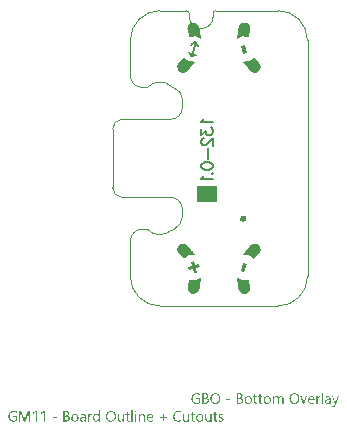
<source format=gbo>
G04*
G04 #@! TF.GenerationSoftware,Altium Limited,Altium Designer,22.11.1 (43)*
G04*
G04 Layer_Color=32896*
%FSAX26Y26*%
%MOIN*%
G70*
G04*
G04 #@! TF.SameCoordinates,345A39FD-F609-404A-8C7F-D1080D3B892E*
G04*
G04*
G04 #@! TF.FilePolarity,Positive*
G04*
G01*
G75*
%ADD11C,0.007874*%
%ADD12C,0.003937*%
%ADD13C,0.012992*%
%ADD14C,0.039370*%
%ADD55C,0.019685*%
%ADD69C,0.006299*%
%ADD70R,0.069882X0.057086*%
G36*
X00092404Y00350725D02*
X00081636Y00347840D01*
X00074481Y00374544D01*
X00085249Y00377429D01*
X00092404Y00350725D01*
X00092404Y00350725D02*
G37*
G36*
X00092064Y-00351992D02*
X00084909Y-00378696D01*
X00074142Y-00375810D01*
X00081297Y-00349107D01*
X00092064Y-00351992D01*
X00092064Y-00351992D02*
G37*
G36*
X-00079765Y-00357259D02*
X-00065282Y-00353378D01*
X-00062694Y-00363034D01*
X-00077178Y-00366914D01*
X-00073310Y-00381348D01*
X-00082965Y-00383935D01*
X-00086833Y-00369502D01*
X-00101415Y-00373409D01*
X-00104002Y-00363753D01*
X-00089420Y-00359846D01*
X-00093341Y-00345215D01*
X-00083685Y-00342628D01*
X-00079765Y-00357259D01*
X-00079765Y-00357259D02*
G37*
G36*
X-00072800Y-00782644D02*
X-00072306Y-00782675D01*
X-00071719Y-00782706D01*
X-00071101Y-00782768D01*
X-00070390Y-00782861D01*
X-00069648Y-00782953D01*
X-00068876Y-00783077D01*
X-00068073Y-00783231D01*
X-00067269Y-00783417D01*
X-00066466Y-00783633D01*
X-00065662Y-00783880D01*
X-00064859Y-00784158D01*
X-00064117Y-00784498D01*
X-00064117Y-00789040D01*
X-00064179Y-00789010D01*
X-00064303Y-00788917D01*
X-00064550Y-00788793D01*
X-00064859Y-00788608D01*
X-00065292Y-00788423D01*
X-00065786Y-00788175D01*
X-00066342Y-00787959D01*
X-00066991Y-00787681D01*
X-00067671Y-00787434D01*
X-00068443Y-00787187D01*
X-00069278Y-00786970D01*
X-00070174Y-00786785D01*
X-00071132Y-00786599D01*
X-00072121Y-00786476D01*
X-00073140Y-00786383D01*
X-00074222Y-00786352D01*
X-00074469Y-00786352D01*
X-00074778Y-00786383D01*
X-00075210Y-00786414D01*
X-00075705Y-00786476D01*
X-00076292Y-00786568D01*
X-00076941Y-00786692D01*
X-00077652Y-00786847D01*
X-00078393Y-00787063D01*
X-00079166Y-00787341D01*
X-00079969Y-00787681D01*
X-00080803Y-00788083D01*
X-00081607Y-00788546D01*
X-00082379Y-00789071D01*
X-00083152Y-00789720D01*
X-00083893Y-00790431D01*
X-00083924Y-00790462D01*
X-00084048Y-00790616D01*
X-00084233Y-00790833D01*
X-00084481Y-00791173D01*
X-00084759Y-00791574D01*
X-00085099Y-00792038D01*
X-00085438Y-00792625D01*
X-00085778Y-00793274D01*
X-00086118Y-00793985D01*
X-00086458Y-00794788D01*
X-00086798Y-00795653D01*
X-00087076Y-00796580D01*
X-00087323Y-00797569D01*
X-00087509Y-00798620D01*
X-00087632Y-00799763D01*
X-00087663Y-00800937D01*
X-00087663Y-00800968D01*
X-00087663Y-00800999D01*
X-00087663Y-00801091D01*
X-00087663Y-00801215D01*
X-00087663Y-00801400D01*
X-00087632Y-00801586D01*
X-00087601Y-00802049D01*
X-00087570Y-00802606D01*
X-00087478Y-00803255D01*
X-00087385Y-00803965D01*
X-00087231Y-00804738D01*
X-00087045Y-00805572D01*
X-00086798Y-00806437D01*
X-00086520Y-00807302D01*
X-00086180Y-00808198D01*
X-00085778Y-00809064D01*
X-00085315Y-00809898D01*
X-00084790Y-00810701D01*
X-00084171Y-00811443D01*
X-00084141Y-00811474D01*
X-00084017Y-00811597D01*
X-00083801Y-00811783D01*
X-00083523Y-00812030D01*
X-00083183Y-00812308D01*
X-00082750Y-00812648D01*
X-00082256Y-00812988D01*
X-00081669Y-00813328D01*
X-00081020Y-00813699D01*
X-00080309Y-00814039D01*
X-00079537Y-00814348D01*
X-00078671Y-00814657D01*
X-00077775Y-00814904D01*
X-00076786Y-00815089D01*
X-00075767Y-00815213D01*
X-00074654Y-00815244D01*
X-00074253Y-00815244D01*
X-00073975Y-00815213D01*
X-00073604Y-00815182D01*
X-00073202Y-00815151D01*
X-00072739Y-00815120D01*
X-00072213Y-00815027D01*
X-00071688Y-00814966D01*
X-00071101Y-00814842D01*
X-00069927Y-00814564D01*
X-00069309Y-00814379D01*
X-00068722Y-00814131D01*
X-00068134Y-00813884D01*
X-00067547Y-00813606D01*
X-00067547Y-00803749D01*
X-00075241Y-00803749D01*
X-00075241Y-00800010D01*
X-00063407Y-00800010D01*
X-00063407Y-00815954D01*
X-00063468Y-00815985D01*
X-00063654Y-00816078D01*
X-00063932Y-00816232D01*
X-00064334Y-00816418D01*
X-00064828Y-00816634D01*
X-00065415Y-00816881D01*
X-00066095Y-00817159D01*
X-00066868Y-00817438D01*
X-00067702Y-00817716D01*
X-00068629Y-00817994D01*
X-00069587Y-00818241D01*
X-00070606Y-00818457D01*
X-00071688Y-00818643D01*
X-00072831Y-00818797D01*
X-00073975Y-00818890D01*
X-00075180Y-00818921D01*
X-00075519Y-00818921D01*
X-00075674Y-00818890D01*
X-00075890Y-00818890D01*
X-00076138Y-00818859D01*
X-00076416Y-00818859D01*
X-00077064Y-00818766D01*
X-00077806Y-00818674D01*
X-00078609Y-00818519D01*
X-00079506Y-00818303D01*
X-00080463Y-00818056D01*
X-00081452Y-00817747D01*
X-00082472Y-00817345D01*
X-00083492Y-00816881D01*
X-00084511Y-00816325D01*
X-00085500Y-00815676D01*
X-00086458Y-00814935D01*
X-00087354Y-00814100D01*
X-00087416Y-00814039D01*
X-00087540Y-00813884D01*
X-00087787Y-00813606D01*
X-00088065Y-00813204D01*
X-00088436Y-00812741D01*
X-00088806Y-00812154D01*
X-00089239Y-00811443D01*
X-00089672Y-00810670D01*
X-00090104Y-00809805D01*
X-00090537Y-00808817D01*
X-00090908Y-00807766D01*
X-00091278Y-00806623D01*
X-00091557Y-00805418D01*
X-00091804Y-00804089D01*
X-00091927Y-00802698D01*
X-00091989Y-00801246D01*
X-00091989Y-00801215D01*
X-00091989Y-00801153D01*
X-00091989Y-00801030D01*
X-00091989Y-00800875D01*
X-00091958Y-00800690D01*
X-00091958Y-00800443D01*
X-00091927Y-00800195D01*
X-00091897Y-00799886D01*
X-00091866Y-00799547D01*
X-00091835Y-00799207D01*
X-00091711Y-00798403D01*
X-00091557Y-00797476D01*
X-00091340Y-00796518D01*
X-00091062Y-00795468D01*
X-00090722Y-00794386D01*
X-00090321Y-00793274D01*
X-00089826Y-00792161D01*
X-00089208Y-00791049D01*
X-00088528Y-00789937D01*
X-00087725Y-00788886D01*
X-00086829Y-00787866D01*
X-00086767Y-00787804D01*
X-00086582Y-00787650D01*
X-00086304Y-00787372D01*
X-00085902Y-00787032D01*
X-00085377Y-00786661D01*
X-00084790Y-00786198D01*
X-00084079Y-00785734D01*
X-00083245Y-00785240D01*
X-00082348Y-00784745D01*
X-00081360Y-00784282D01*
X-00080309Y-00783818D01*
X-00079135Y-00783448D01*
X-00077899Y-00783108D01*
X-00076601Y-00782830D01*
X-00075210Y-00782675D01*
X-00073758Y-00782613D01*
X-00073202Y-00782613D01*
X-00072800Y-00782644D01*
X-00072800Y-00782644D02*
G37*
G36*
X00207648Y-00792687D02*
X00207833Y-00792687D01*
X00208050Y-00792718D01*
X00208575Y-00792810D01*
X00209193Y-00792965D01*
X00209904Y-00793181D01*
X00210645Y-00793521D01*
X00211418Y-00793923D01*
X00211820Y-00794201D01*
X00212190Y-00794479D01*
X00212561Y-00794788D01*
X00212932Y-00795159D01*
X00213303Y-00795560D01*
X00213643Y-00795993D01*
X00213952Y-00796457D01*
X00214261Y-00796982D01*
X00214539Y-00797538D01*
X00214786Y-00798156D01*
X00215002Y-00798805D01*
X00215219Y-00799516D01*
X00215342Y-00800257D01*
X00215466Y-00801091D01*
X00215528Y-00801957D01*
X00215559Y-00802884D01*
X00215559Y-00818334D01*
X00211542Y-00818334D01*
X00211542Y-00803934D01*
X00211542Y-00803872D01*
X00211542Y-00803749D01*
X00211542Y-00803533D01*
X00211511Y-00803255D01*
X00211511Y-00802915D01*
X00211480Y-00802513D01*
X00211449Y-00802080D01*
X00211387Y-00801617D01*
X00211232Y-00800628D01*
X00210985Y-00799639D01*
X00210862Y-00799145D01*
X00210676Y-00798712D01*
X00210460Y-00798280D01*
X00210244Y-00797909D01*
X00210244Y-00797878D01*
X00210182Y-00797816D01*
X00210120Y-00797723D01*
X00209996Y-00797631D01*
X00209873Y-00797476D01*
X00209688Y-00797322D01*
X00209471Y-00797167D01*
X00209224Y-00796982D01*
X00208946Y-00796796D01*
X00208637Y-00796642D01*
X00208266Y-00796487D01*
X00207895Y-00796333D01*
X00207463Y-00796240D01*
X00206968Y-00796148D01*
X00206474Y-00796086D01*
X00205918Y-00796055D01*
X00205671Y-00796055D01*
X00205485Y-00796086D01*
X00205269Y-00796117D01*
X00205022Y-00796178D01*
X00204404Y-00796333D01*
X00204064Y-00796457D01*
X00203724Y-00796642D01*
X00203353Y-00796827D01*
X00203013Y-00797044D01*
X00202642Y-00797322D01*
X00202272Y-00797631D01*
X00201901Y-00798001D01*
X00201561Y-00798403D01*
X00201530Y-00798434D01*
X00201499Y-00798496D01*
X00201406Y-00798650D01*
X00201283Y-00798805D01*
X00201159Y-00799052D01*
X00201005Y-00799330D01*
X00200819Y-00799639D01*
X00200665Y-00799979D01*
X00200510Y-00800381D01*
X00200325Y-00800813D01*
X00200170Y-00801277D01*
X00200047Y-00801771D01*
X00199923Y-00802297D01*
X00199861Y-00802853D01*
X00199799Y-00803409D01*
X00199769Y-00804027D01*
X00199769Y-00818334D01*
X00195752Y-00818334D01*
X00195752Y-00803440D01*
X00195752Y-00803409D01*
X00195752Y-00803347D01*
X00195752Y-00803255D01*
X00195752Y-00803131D01*
X00195721Y-00802946D01*
X00195721Y-00802760D01*
X00195659Y-00802297D01*
X00195566Y-00801740D01*
X00195443Y-00801091D01*
X00195288Y-00800443D01*
X00195041Y-00799732D01*
X00194732Y-00799052D01*
X00194361Y-00798403D01*
X00193898Y-00797754D01*
X00193341Y-00797198D01*
X00192692Y-00796735D01*
X00192322Y-00796549D01*
X00191920Y-00796364D01*
X00191487Y-00796240D01*
X00191055Y-00796148D01*
X00190560Y-00796086D01*
X00190035Y-00796055D01*
X00189788Y-00796055D01*
X00189602Y-00796086D01*
X00189355Y-00796117D01*
X00189108Y-00796178D01*
X00188490Y-00796333D01*
X00188150Y-00796457D01*
X00187810Y-00796611D01*
X00187440Y-00796765D01*
X00187069Y-00796982D01*
X00186698Y-00797260D01*
X00186327Y-00797538D01*
X00185987Y-00797878D01*
X00185647Y-00798280D01*
X00185616Y-00798311D01*
X00185585Y-00798372D01*
X00185493Y-00798496D01*
X00185369Y-00798681D01*
X00185246Y-00798898D01*
X00185122Y-00799145D01*
X00184968Y-00799454D01*
X00184813Y-00799825D01*
X00184628Y-00800226D01*
X00184473Y-00800659D01*
X00184350Y-00801122D01*
X00184226Y-00801617D01*
X00184102Y-00802173D01*
X00184010Y-00802760D01*
X00183979Y-00803378D01*
X00183948Y-00804027D01*
X00183948Y-00818334D01*
X00179931Y-00818334D01*
X00179931Y-00793243D01*
X00183948Y-00793243D01*
X00183948Y-00797229D01*
X00184041Y-00797229D01*
X00184071Y-00797167D01*
X00184164Y-00797044D01*
X00184319Y-00796796D01*
X00184535Y-00796518D01*
X00184813Y-00796178D01*
X00185153Y-00795777D01*
X00185555Y-00795375D01*
X00186018Y-00794942D01*
X00186543Y-00794510D01*
X00187131Y-00794108D01*
X00187779Y-00793706D01*
X00188459Y-00793366D01*
X00189232Y-00793088D01*
X00190066Y-00792841D01*
X00190931Y-00792718D01*
X00191858Y-00792656D01*
X00192105Y-00792656D01*
X00192291Y-00792687D01*
X00192507Y-00792687D01*
X00192785Y-00792718D01*
X00193063Y-00792779D01*
X00193372Y-00792841D01*
X00194083Y-00792996D01*
X00194825Y-00793274D01*
X00195566Y-00793614D01*
X00195937Y-00793861D01*
X00196308Y-00794108D01*
X00196339Y-00794139D01*
X00196400Y-00794170D01*
X00196493Y-00794263D01*
X00196617Y-00794355D01*
X00196957Y-00794695D01*
X00197358Y-00795097D01*
X00197791Y-00795653D01*
X00198224Y-00796302D01*
X00198625Y-00797044D01*
X00198934Y-00797878D01*
X00198965Y-00797816D01*
X00199058Y-00797662D01*
X00199243Y-00797384D01*
X00199460Y-00797074D01*
X00199769Y-00796673D01*
X00200108Y-00796209D01*
X00200541Y-00795746D01*
X00201036Y-00795251D01*
X00201592Y-00794788D01*
X00202210Y-00794293D01*
X00202889Y-00793861D01*
X00203631Y-00793459D01*
X00204465Y-00793150D01*
X00205331Y-00792872D01*
X00206288Y-00792718D01*
X00207277Y-00792656D01*
X00207494Y-00792656D01*
X00207648Y-00792687D01*
X00207648Y-00792687D02*
G37*
G36*
X00336254Y-00792841D02*
X00336594Y-00792841D01*
X00336965Y-00792903D01*
X00337366Y-00792965D01*
X00337768Y-00793027D01*
X00338108Y-00793150D01*
X00338108Y-00797322D01*
X00338046Y-00797291D01*
X00337923Y-00797198D01*
X00337675Y-00797074D01*
X00337335Y-00796920D01*
X00336872Y-00796765D01*
X00336377Y-00796642D01*
X00335760Y-00796549D01*
X00335049Y-00796518D01*
X00334802Y-00796518D01*
X00334616Y-00796549D01*
X00334400Y-00796580D01*
X00334153Y-00796642D01*
X00333566Y-00796827D01*
X00333226Y-00796951D01*
X00332886Y-00797105D01*
X00332515Y-00797322D01*
X00332144Y-00797538D01*
X00331804Y-00797816D01*
X00331433Y-00798156D01*
X00331094Y-00798527D01*
X00330754Y-00798959D01*
X00330723Y-00798990D01*
X00330692Y-00799083D01*
X00330599Y-00799207D01*
X00330476Y-00799392D01*
X00330352Y-00799639D01*
X00330197Y-00799948D01*
X00330043Y-00800288D01*
X00329889Y-00800690D01*
X00329734Y-00801122D01*
X00329579Y-00801617D01*
X00329425Y-00802173D01*
X00329301Y-00802760D01*
X00329178Y-00803409D01*
X00329085Y-00804089D01*
X00329054Y-00804799D01*
X00329023Y-00805572D01*
X00329023Y-00818334D01*
X00325006Y-00818334D01*
X00325006Y-00793243D01*
X00329023Y-00793243D01*
X00329023Y-00798434D01*
X00329116Y-00798434D01*
X00329116Y-00798403D01*
X00329147Y-00798311D01*
X00329209Y-00798187D01*
X00329271Y-00798001D01*
X00329363Y-00797785D01*
X00329487Y-00797507D01*
X00329765Y-00796920D01*
X00330136Y-00796240D01*
X00330599Y-00795560D01*
X00331125Y-00794912D01*
X00331743Y-00794293D01*
X00331773Y-00794263D01*
X00331835Y-00794232D01*
X00331928Y-00794170D01*
X00332051Y-00794046D01*
X00332206Y-00793954D01*
X00332422Y-00793830D01*
X00332886Y-00793552D01*
X00333473Y-00793274D01*
X00334153Y-00793027D01*
X00334894Y-00792872D01*
X00335296Y-00792841D01*
X00335698Y-00792810D01*
X00335945Y-00792810D01*
X00336254Y-00792841D01*
X00336254Y-00792841D02*
G37*
G36*
X00037389Y-00805943D02*
X00024009Y-00805943D01*
X00024009Y-00802791D01*
X00037389Y-00802791D01*
X00037389Y-00805943D01*
X00037389Y-00805943D02*
G37*
G36*
X00388568Y-00822351D02*
X00388568Y-00822382D01*
X00388537Y-00822443D01*
X00388475Y-00822536D01*
X00388413Y-00822691D01*
X00388351Y-00822876D01*
X00388259Y-00823061D01*
X00388011Y-00823556D01*
X00387671Y-00824143D01*
X00387301Y-00824823D01*
X00386837Y-00825503D01*
X00386312Y-00826244D01*
X00385725Y-00826955D01*
X00385076Y-00827665D01*
X00384365Y-00828345D01*
X00383593Y-00828932D01*
X00382758Y-00829427D01*
X00382326Y-00829612D01*
X00381862Y-00829798D01*
X00381399Y-00829952D01*
X00380904Y-00830045D01*
X00380410Y-00830107D01*
X00379885Y-00830138D01*
X00379637Y-00830138D01*
X00379329Y-00830107D01*
X00378958Y-00830107D01*
X00378556Y-00830045D01*
X00378123Y-00829983D01*
X00377660Y-00829921D01*
X00377258Y-00829798D01*
X00377258Y-00826213D01*
X00377320Y-00826244D01*
X00377474Y-00826275D01*
X00377722Y-00826337D01*
X00378031Y-00826429D01*
X00378401Y-00826522D01*
X00378803Y-00826584D01*
X00379236Y-00826615D01*
X00379637Y-00826646D01*
X00379761Y-00826646D01*
X00379916Y-00826615D01*
X00380132Y-00826584D01*
X00380379Y-00826522D01*
X00380688Y-00826460D01*
X00380997Y-00826337D01*
X00381368Y-00826182D01*
X00381708Y-00825997D01*
X00382110Y-00825750D01*
X00382480Y-00825472D01*
X00382851Y-00825132D01*
X00383222Y-00824699D01*
X00383593Y-00824236D01*
X00383902Y-00823679D01*
X00384211Y-00823030D01*
X00386219Y-00818303D01*
X00376424Y-00793243D01*
X00380873Y-00793243D01*
X00387671Y-00812555D01*
X00387671Y-00812586D01*
X00387702Y-00812648D01*
X00387733Y-00812741D01*
X00387795Y-00812926D01*
X00387857Y-00813173D01*
X00387919Y-00813513D01*
X00388042Y-00813946D01*
X00388166Y-00814471D01*
X00388320Y-00814471D01*
X00388320Y-00814440D01*
X00388351Y-00814348D01*
X00388382Y-00814224D01*
X00388444Y-00814008D01*
X00388506Y-00813760D01*
X00388568Y-00813452D01*
X00388691Y-00813050D01*
X00388815Y-00812617D01*
X00395953Y-00793243D01*
X00400093Y-00793243D01*
X00388568Y-00822351D01*
X00388568Y-00822351D02*
G37*
G36*
X00284466Y-00818334D02*
X00280510Y-00818334D01*
X00271024Y-00793243D01*
X00275412Y-00793243D01*
X00281808Y-00811474D01*
X00281808Y-00811505D01*
X00281839Y-00811567D01*
X00281870Y-00811659D01*
X00281932Y-00811814D01*
X00281993Y-00811999D01*
X00282055Y-00812185D01*
X00282179Y-00812679D01*
X00282333Y-00813204D01*
X00282488Y-00813791D01*
X00282581Y-00814409D01*
X00282673Y-00814996D01*
X00282766Y-00814996D01*
X00282766Y-00814966D01*
X00282766Y-00814904D01*
X00282797Y-00814811D01*
X00282828Y-00814688D01*
X00282828Y-00814502D01*
X00282890Y-00814317D01*
X00282951Y-00813853D01*
X00283075Y-00813328D01*
X00283199Y-00812772D01*
X00283384Y-00812185D01*
X00283569Y-00811597D01*
X00290213Y-00793243D01*
X00294446Y-00793243D01*
X00284466Y-00818334D01*
X00284466Y-00818334D02*
G37*
G36*
X00364095Y-00792687D02*
X00364311Y-00792687D01*
X00364527Y-00792718D01*
X00364805Y-00792749D01*
X00365115Y-00792810D01*
X00365763Y-00792934D01*
X00366536Y-00793150D01*
X00367308Y-00793428D01*
X00368143Y-00793830D01*
X00368977Y-00794324D01*
X00369379Y-00794602D01*
X00369780Y-00794942D01*
X00370151Y-00795313D01*
X00370522Y-00795684D01*
X00370862Y-00796117D01*
X00371171Y-00796611D01*
X00371480Y-00797105D01*
X00371758Y-00797662D01*
X00371974Y-00798280D01*
X00372191Y-00798928D01*
X00372345Y-00799608D01*
X00372469Y-00800381D01*
X00372531Y-00801153D01*
X00372561Y-00802019D01*
X00372561Y-00818334D01*
X00368544Y-00818334D01*
X00368544Y-00814440D01*
X00368452Y-00814440D01*
X00368421Y-00814502D01*
X00368328Y-00814626D01*
X00368174Y-00814842D01*
X00367957Y-00815151D01*
X00367679Y-00815491D01*
X00367339Y-00815862D01*
X00366969Y-00816263D01*
X00366505Y-00816665D01*
X00365980Y-00817098D01*
X00365423Y-00817499D01*
X00364775Y-00817870D01*
X00364095Y-00818210D01*
X00363322Y-00818519D01*
X00362519Y-00818735D01*
X00361654Y-00818859D01*
X00360727Y-00818921D01*
X00360356Y-00818921D01*
X00360109Y-00818890D01*
X00359800Y-00818859D01*
X00359429Y-00818828D01*
X00359027Y-00818766D01*
X00358595Y-00818674D01*
X00357637Y-00818426D01*
X00357173Y-00818272D01*
X00356679Y-00818087D01*
X00356184Y-00817870D01*
X00355721Y-00817592D01*
X00355288Y-00817283D01*
X00354856Y-00816943D01*
X00354825Y-00816912D01*
X00354763Y-00816851D01*
X00354670Y-00816727D01*
X00354516Y-00816572D01*
X00354361Y-00816387D01*
X00354207Y-00816140D01*
X00353990Y-00815862D01*
X00353805Y-00815553D01*
X00353620Y-00815182D01*
X00353434Y-00814780D01*
X00353249Y-00814348D01*
X00353094Y-00813884D01*
X00352940Y-00813390D01*
X00352847Y-00812864D01*
X00352785Y-00812277D01*
X00352755Y-00811690D01*
X00352755Y-00811659D01*
X00352755Y-00811597D01*
X00352755Y-00811505D01*
X00352785Y-00811381D01*
X00352785Y-00811227D01*
X00352816Y-00811041D01*
X00352878Y-00810578D01*
X00353002Y-00810022D01*
X00353187Y-00809404D01*
X00353434Y-00808724D01*
X00353805Y-00808013D01*
X00354238Y-00807302D01*
X00354763Y-00806592D01*
X00355103Y-00806252D01*
X00355443Y-00805912D01*
X00355844Y-00805572D01*
X00356246Y-00805263D01*
X00356710Y-00804954D01*
X00357204Y-00804676D01*
X00357729Y-00804429D01*
X00358317Y-00804182D01*
X00358935Y-00803965D01*
X00359583Y-00803780D01*
X00360294Y-00803625D01*
X00361036Y-00803502D01*
X00368544Y-00802451D01*
X00368544Y-00802420D01*
X00368544Y-00802389D01*
X00368544Y-00802297D01*
X00368544Y-00802173D01*
X00368514Y-00801864D01*
X00368452Y-00801462D01*
X00368390Y-00800968D01*
X00368266Y-00800412D01*
X00368112Y-00799856D01*
X00367896Y-00799237D01*
X00367617Y-00798650D01*
X00367277Y-00798063D01*
X00366876Y-00797538D01*
X00366381Y-00797044D01*
X00365763Y-00796642D01*
X00365084Y-00796333D01*
X00364713Y-00796209D01*
X00364280Y-00796117D01*
X00363848Y-00796086D01*
X00363384Y-00796055D01*
X00363168Y-00796055D01*
X00362952Y-00796086D01*
X00362612Y-00796117D01*
X00362210Y-00796148D01*
X00361746Y-00796209D01*
X00361221Y-00796302D01*
X00360665Y-00796426D01*
X00360047Y-00796611D01*
X00359398Y-00796796D01*
X00358718Y-00797044D01*
X00358007Y-00797353D01*
X00357297Y-00797723D01*
X00356586Y-00798125D01*
X00355875Y-00798589D01*
X00355196Y-00799145D01*
X00355196Y-00795035D01*
X00355226Y-00795004D01*
X00355350Y-00794942D01*
X00355566Y-00794819D01*
X00355844Y-00794664D01*
X00356215Y-00794479D01*
X00356617Y-00794293D01*
X00357111Y-00794077D01*
X00357668Y-00793830D01*
X00358255Y-00793614D01*
X00358904Y-00793397D01*
X00359614Y-00793212D01*
X00360356Y-00793027D01*
X00361159Y-00792872D01*
X00361963Y-00792749D01*
X00362828Y-00792687D01*
X00363724Y-00792656D01*
X00363940Y-00792656D01*
X00364095Y-00792687D01*
X00364095Y-00792687D02*
G37*
G36*
X00346482Y-00818334D02*
X00342465Y-00818334D01*
X00342465Y-00781192D01*
X00346482Y-00781192D01*
X00346482Y-00818334D01*
X00346482Y-00818334D02*
G37*
G36*
X00069649Y-00783231D02*
X00070019Y-00783262D01*
X00070452Y-00783324D01*
X00070947Y-00783386D01*
X00071503Y-00783479D01*
X00072059Y-00783602D01*
X00072646Y-00783757D01*
X00073264Y-00783942D01*
X00073851Y-00784158D01*
X00074469Y-00784405D01*
X00075025Y-00784715D01*
X00075582Y-00785054D01*
X00076107Y-00785456D01*
X00076138Y-00785487D01*
X00076230Y-00785549D01*
X00076354Y-00785672D01*
X00076508Y-00785858D01*
X00076725Y-00786074D01*
X00076941Y-00786352D01*
X00077188Y-00786661D01*
X00077436Y-00787001D01*
X00077683Y-00787403D01*
X00077930Y-00787835D01*
X00078146Y-00788330D01*
X00078362Y-00788824D01*
X00078517Y-00789380D01*
X00078641Y-00789967D01*
X00078733Y-00790586D01*
X00078764Y-00791234D01*
X00078764Y-00791265D01*
X00078764Y-00791358D01*
X00078764Y-00791513D01*
X00078733Y-00791729D01*
X00078702Y-00792007D01*
X00078671Y-00792285D01*
X00078641Y-00792625D01*
X00078579Y-00792996D01*
X00078362Y-00793830D01*
X00078084Y-00794695D01*
X00077899Y-00795159D01*
X00077683Y-00795591D01*
X00077436Y-00796024D01*
X00077157Y-00796457D01*
X00077126Y-00796487D01*
X00077096Y-00796549D01*
X00077003Y-00796673D01*
X00076848Y-00796827D01*
X00076694Y-00796982D01*
X00076508Y-00797198D01*
X00076261Y-00797414D01*
X00076014Y-00797662D01*
X00075705Y-00797909D01*
X00075365Y-00798187D01*
X00074994Y-00798434D01*
X00074593Y-00798712D01*
X00074160Y-00798959D01*
X00073728Y-00799176D01*
X00072708Y-00799577D01*
X00072708Y-00799670D01*
X00072739Y-00799670D01*
X00072862Y-00799701D01*
X00073048Y-00799732D01*
X00073295Y-00799763D01*
X00073604Y-00799825D01*
X00073944Y-00799917D01*
X00074346Y-00800041D01*
X00074747Y-00800164D01*
X00075643Y-00800504D01*
X00076138Y-00800721D01*
X00076601Y-00800999D01*
X00077065Y-00801277D01*
X00077528Y-00801586D01*
X00077992Y-00801957D01*
X00078393Y-00802358D01*
X00078424Y-00802389D01*
X00078486Y-00802451D01*
X00078579Y-00802575D01*
X00078733Y-00802760D01*
X00078888Y-00803007D01*
X00079073Y-00803255D01*
X00079259Y-00803594D01*
X00079475Y-00803934D01*
X00079660Y-00804336D01*
X00079846Y-00804799D01*
X00080031Y-00805263D01*
X00080186Y-00805788D01*
X00080340Y-00806375D01*
X00080433Y-00806962D01*
X00080495Y-00807581D01*
X00080525Y-00808260D01*
X00080525Y-00808322D01*
X00080525Y-00808446D01*
X00080495Y-00808693D01*
X00080464Y-00809002D01*
X00080433Y-00809404D01*
X00080340Y-00809836D01*
X00080247Y-00810331D01*
X00080124Y-00810856D01*
X00079938Y-00811443D01*
X00079722Y-00812030D01*
X00079475Y-00812617D01*
X00079166Y-00813235D01*
X00078795Y-00813853D01*
X00078362Y-00814440D01*
X00077868Y-00814996D01*
X00077281Y-00815553D01*
X00077250Y-00815584D01*
X00077126Y-00815676D01*
X00076941Y-00815800D01*
X00076694Y-00815985D01*
X00076385Y-00816202D01*
X00075983Y-00816418D01*
X00075551Y-00816696D01*
X00075056Y-00816943D01*
X00074469Y-00817190D01*
X00073851Y-00817438D01*
X00073202Y-00817685D01*
X00072461Y-00817901D01*
X00071688Y-00818087D01*
X00070885Y-00818210D01*
X00070019Y-00818303D01*
X00069123Y-00818334D01*
X00058895Y-00818334D01*
X00058895Y-00783200D01*
X00069309Y-00783200D01*
X00069649Y-00783231D01*
X00069649Y-00783231D02*
G37*
G36*
X-00044496Y-00783231D02*
X-00044125Y-00783262D01*
X-00043693Y-00783324D01*
X-00043198Y-00783386D01*
X-00042642Y-00783479D01*
X-00042086Y-00783602D01*
X-00041499Y-00783757D01*
X-00040881Y-00783942D01*
X-00040294Y-00784158D01*
X-00039675Y-00784405D01*
X-00039119Y-00784715D01*
X-00038563Y-00785054D01*
X-00038038Y-00785456D01*
X-00038007Y-00785487D01*
X-00037914Y-00785549D01*
X-00037791Y-00785672D01*
X-00037636Y-00785858D01*
X-00037420Y-00786074D01*
X-00037203Y-00786352D01*
X-00036956Y-00786661D01*
X-00036709Y-00787001D01*
X-00036462Y-00787403D01*
X-00036215Y-00787835D01*
X-00035998Y-00788330D01*
X-00035782Y-00788824D01*
X-00035628Y-00789380D01*
X-00035504Y-00789967D01*
X-00035411Y-00790586D01*
X-00035380Y-00791234D01*
X-00035380Y-00791265D01*
X-00035380Y-00791358D01*
X-00035380Y-00791513D01*
X-00035411Y-00791729D01*
X-00035442Y-00792007D01*
X-00035473Y-00792285D01*
X-00035504Y-00792625D01*
X-00035566Y-00792996D01*
X-00035782Y-00793830D01*
X-00036060Y-00794695D01*
X-00036246Y-00795159D01*
X-00036462Y-00795591D01*
X-00036709Y-00796024D01*
X-00036987Y-00796457D01*
X-00037018Y-00796487D01*
X-00037049Y-00796549D01*
X-00037142Y-00796673D01*
X-00037296Y-00796827D01*
X-00037451Y-00796982D01*
X-00037636Y-00797198D01*
X-00037883Y-00797414D01*
X-00038130Y-00797662D01*
X-00038440Y-00797909D01*
X-00038779Y-00798187D01*
X-00039150Y-00798434D01*
X-00039552Y-00798712D01*
X-00039984Y-00798959D01*
X-00040417Y-00799176D01*
X-00041437Y-00799577D01*
X-00041437Y-00799670D01*
X-00041406Y-00799670D01*
X-00041282Y-00799701D01*
X-00041097Y-00799732D01*
X-00040850Y-00799763D01*
X-00040541Y-00799825D01*
X-00040201Y-00799917D01*
X-00039799Y-00800041D01*
X-00039397Y-00800164D01*
X-00038501Y-00800504D01*
X-00038007Y-00800721D01*
X-00037543Y-00800999D01*
X-00037080Y-00801277D01*
X-00036616Y-00801586D01*
X-00036153Y-00801957D01*
X-00035751Y-00802358D01*
X-00035720Y-00802389D01*
X-00035658Y-00802451D01*
X-00035566Y-00802575D01*
X-00035411Y-00802760D01*
X-00035257Y-00803007D01*
X-00035071Y-00803255D01*
X-00034886Y-00803594D01*
X-00034670Y-00803934D01*
X-00034484Y-00804336D01*
X-00034299Y-00804799D01*
X-00034114Y-00805263D01*
X-00033959Y-00805788D01*
X-00033804Y-00806375D01*
X-00033712Y-00806962D01*
X-00033650Y-00807581D01*
X-00033619Y-00808260D01*
X-00033619Y-00808322D01*
X-00033619Y-00808446D01*
X-00033650Y-00808693D01*
X-00033681Y-00809002D01*
X-00033712Y-00809404D01*
X-00033804Y-00809836D01*
X-00033897Y-00810331D01*
X-00034021Y-00810856D01*
X-00034206Y-00811443D01*
X-00034422Y-00812030D01*
X-00034670Y-00812617D01*
X-00034979Y-00813235D01*
X-00035349Y-00813853D01*
X-00035782Y-00814440D01*
X-00036276Y-00814996D01*
X-00036864Y-00815553D01*
X-00036895Y-00815584D01*
X-00037018Y-00815676D01*
X-00037203Y-00815800D01*
X-00037451Y-00815985D01*
X-00037760Y-00816202D01*
X-00038161Y-00816418D01*
X-00038594Y-00816696D01*
X-00039088Y-00816943D01*
X-00039675Y-00817190D01*
X-00040294Y-00817438D01*
X-00040942Y-00817685D01*
X-00041684Y-00817901D01*
X-00042456Y-00818087D01*
X-00043260Y-00818210D01*
X-00044125Y-00818303D01*
X-00045021Y-00818334D01*
X-00055249Y-00818334D01*
X-00055249Y-00783200D01*
X-00044836Y-00783200D01*
X-00044496Y-00783231D01*
X-00044496Y-00783231D02*
G37*
G36*
X00138834Y-00793243D02*
X00145168Y-00793243D01*
X00145168Y-00796704D01*
X00138834Y-00796704D01*
X00138834Y-00810825D01*
X00138834Y-00810856D01*
X00138834Y-00810949D01*
X00138834Y-00811072D01*
X00138834Y-00811227D01*
X00138865Y-00811443D01*
X00138896Y-00811690D01*
X00138957Y-00812216D01*
X00139050Y-00812833D01*
X00139205Y-00813421D01*
X00139421Y-00813977D01*
X00139544Y-00814224D01*
X00139699Y-00814440D01*
X00139730Y-00814471D01*
X00139853Y-00814595D01*
X00140070Y-00814780D01*
X00140379Y-00814966D01*
X00140780Y-00815182D01*
X00141275Y-00815336D01*
X00141862Y-00815460D01*
X00142542Y-00815522D01*
X00142789Y-00815522D01*
X00143067Y-00815491D01*
X00143438Y-00815429D01*
X00143840Y-00815306D01*
X00144303Y-00815182D01*
X00144736Y-00814966D01*
X00145168Y-00814688D01*
X00145168Y-00818117D01*
X00145137Y-00818117D01*
X00145107Y-00818148D01*
X00145014Y-00818179D01*
X00144921Y-00818241D01*
X00144581Y-00818365D01*
X00144179Y-00818488D01*
X00143623Y-00818612D01*
X00142974Y-00818735D01*
X00142233Y-00818828D01*
X00141399Y-00818859D01*
X00141120Y-00818859D01*
X00140780Y-00818797D01*
X00140379Y-00818735D01*
X00139884Y-00818643D01*
X00139328Y-00818457D01*
X00138710Y-00818241D01*
X00138123Y-00817932D01*
X00137505Y-00817561D01*
X00136887Y-00817067D01*
X00136331Y-00816480D01*
X00136084Y-00816140D01*
X00135837Y-00815769D01*
X00135620Y-00815367D01*
X00135435Y-00814935D01*
X00135249Y-00814471D01*
X00135095Y-00813946D01*
X00134971Y-00813421D01*
X00134879Y-00812833D01*
X00134848Y-00812216D01*
X00134817Y-00811536D01*
X00134817Y-00796704D01*
X00130522Y-00796704D01*
X00130522Y-00793243D01*
X00134817Y-00793243D01*
X00134817Y-00787125D01*
X00138834Y-00785827D01*
X00138834Y-00793243D01*
X00138834Y-00793243D02*
G37*
G36*
X00121839Y-00793243D02*
X00128173Y-00793243D01*
X00128173Y-00796704D01*
X00121839Y-00796704D01*
X00121839Y-00810825D01*
X00121839Y-00810856D01*
X00121839Y-00810949D01*
X00121839Y-00811072D01*
X00121839Y-00811227D01*
X00121870Y-00811443D01*
X00121901Y-00811690D01*
X00121962Y-00812216D01*
X00122055Y-00812833D01*
X00122210Y-00813421D01*
X00122426Y-00813977D01*
X00122549Y-00814224D01*
X00122704Y-00814440D01*
X00122735Y-00814471D01*
X00122859Y-00814595D01*
X00123075Y-00814780D01*
X00123384Y-00814966D01*
X00123785Y-00815182D01*
X00124280Y-00815336D01*
X00124867Y-00815460D01*
X00125547Y-00815522D01*
X00125794Y-00815522D01*
X00126072Y-00815491D01*
X00126443Y-00815429D01*
X00126845Y-00815306D01*
X00127308Y-00815182D01*
X00127741Y-00814966D01*
X00128173Y-00814688D01*
X00128173Y-00818117D01*
X00128142Y-00818117D01*
X00128112Y-00818148D01*
X00128019Y-00818179D01*
X00127926Y-00818241D01*
X00127586Y-00818365D01*
X00127184Y-00818488D01*
X00126628Y-00818612D01*
X00125979Y-00818735D01*
X00125238Y-00818828D01*
X00124403Y-00818859D01*
X00124125Y-00818859D01*
X00123785Y-00818797D01*
X00123384Y-00818735D01*
X00122889Y-00818643D01*
X00122333Y-00818457D01*
X00121715Y-00818241D01*
X00121128Y-00817932D01*
X00120510Y-00817561D01*
X00119892Y-00817067D01*
X00119336Y-00816480D01*
X00119089Y-00816140D01*
X00118841Y-00815769D01*
X00118625Y-00815367D01*
X00118440Y-00814935D01*
X00118254Y-00814471D01*
X00118100Y-00813946D01*
X00117976Y-00813421D01*
X00117884Y-00812833D01*
X00117853Y-00812216D01*
X00117822Y-00811536D01*
X00117822Y-00796704D01*
X00113527Y-00796704D01*
X00113527Y-00793243D01*
X00117822Y-00793243D01*
X00117822Y-00787125D01*
X00121839Y-00785827D01*
X00121839Y-00793243D01*
X00121839Y-00793243D02*
G37*
G36*
X00309093Y-00792687D02*
X00309433Y-00792718D01*
X00309865Y-00792749D01*
X00310329Y-00792810D01*
X00310854Y-00792934D01*
X00311410Y-00793058D01*
X00312028Y-00793212D01*
X00312646Y-00793428D01*
X00313264Y-00793706D01*
X00313913Y-00794015D01*
X00314531Y-00794386D01*
X00315118Y-00794819D01*
X00315705Y-00795313D01*
X00316231Y-00795869D01*
X00316262Y-00795900D01*
X00316354Y-00796024D01*
X00316478Y-00796209D01*
X00316663Y-00796457D01*
X00316849Y-00796765D01*
X00317096Y-00797167D01*
X00317343Y-00797631D01*
X00317590Y-00798156D01*
X00317837Y-00798774D01*
X00318085Y-00799423D01*
X00318332Y-00800164D01*
X00318517Y-00800937D01*
X00318703Y-00801802D01*
X00318826Y-00802698D01*
X00318919Y-00803687D01*
X00318950Y-00804707D01*
X00318950Y-00806808D01*
X00301213Y-00806808D01*
X00301213Y-00806870D01*
X00301213Y-00806993D01*
X00301244Y-00807210D01*
X00301275Y-00807488D01*
X00301306Y-00807859D01*
X00301368Y-00808260D01*
X00301430Y-00808693D01*
X00301553Y-00809187D01*
X00301831Y-00810238D01*
X00302017Y-00810763D01*
X00302233Y-00811319D01*
X00302480Y-00811845D01*
X00302758Y-00812370D01*
X00303098Y-00812833D01*
X00303469Y-00813297D01*
X00303500Y-00813328D01*
X00303562Y-00813390D01*
X00303685Y-00813513D01*
X00303871Y-00813637D01*
X00304087Y-00813822D01*
X00304365Y-00814008D01*
X00304674Y-00814224D01*
X00305014Y-00814409D01*
X00305416Y-00814626D01*
X00305879Y-00814842D01*
X00306343Y-00815027D01*
X00306899Y-00815213D01*
X00307455Y-00815336D01*
X00308073Y-00815460D01*
X00308722Y-00815522D01*
X00309402Y-00815553D01*
X00309587Y-00815553D01*
X00309803Y-00815522D01*
X00310113Y-00815522D01*
X00310483Y-00815460D01*
X00310916Y-00815398D01*
X00311410Y-00815306D01*
X00311966Y-00815213D01*
X00312554Y-00815058D01*
X00313172Y-00814873D01*
X00313820Y-00814657D01*
X00314469Y-00814379D01*
X00315149Y-00814069D01*
X00315829Y-00813699D01*
X00316509Y-00813266D01*
X00317189Y-00812772D01*
X00317189Y-00816542D01*
X00317158Y-00816572D01*
X00317034Y-00816634D01*
X00316849Y-00816758D01*
X00316601Y-00816912D01*
X00316262Y-00817098D01*
X00315860Y-00817283D01*
X00315396Y-00817499D01*
X00314871Y-00817716D01*
X00314253Y-00817963D01*
X00313604Y-00818179D01*
X00312894Y-00818365D01*
X00312121Y-00818550D01*
X00311287Y-00818705D01*
X00310391Y-00818828D01*
X00309433Y-00818890D01*
X00308444Y-00818921D01*
X00308197Y-00818921D01*
X00307950Y-00818890D01*
X00307579Y-00818859D01*
X00307115Y-00818828D01*
X00306590Y-00818735D01*
X00306034Y-00818643D01*
X00305416Y-00818488D01*
X00304767Y-00818303D01*
X00304087Y-00818087D01*
X00303376Y-00817808D01*
X00302697Y-00817499D01*
X00301986Y-00817098D01*
X00301337Y-00816634D01*
X00300688Y-00816109D01*
X00300101Y-00815522D01*
X00300070Y-00815491D01*
X00299977Y-00815367D01*
X00299823Y-00815151D01*
X00299637Y-00814873D01*
X00299390Y-00814533D01*
X00299143Y-00814100D01*
X00298865Y-00813606D01*
X00298587Y-00813019D01*
X00298309Y-00812401D01*
X00298031Y-00811659D01*
X00297783Y-00810887D01*
X00297536Y-00810022D01*
X00297351Y-00809095D01*
X00297196Y-00808106D01*
X00297104Y-00807024D01*
X00297073Y-00805912D01*
X00297073Y-00805881D01*
X00297073Y-00805850D01*
X00297073Y-00805757D01*
X00297073Y-00805665D01*
X00297104Y-00805356D01*
X00297135Y-00804923D01*
X00297165Y-00804429D01*
X00297258Y-00803872D01*
X00297351Y-00803224D01*
X00297474Y-00802513D01*
X00297660Y-00801771D01*
X00297876Y-00800999D01*
X00298154Y-00800195D01*
X00298463Y-00799392D01*
X00298834Y-00798620D01*
X00299298Y-00797816D01*
X00299792Y-00797074D01*
X00300379Y-00796364D01*
X00300410Y-00796333D01*
X00300534Y-00796209D01*
X00300719Y-00796024D01*
X00300966Y-00795777D01*
X00301306Y-00795499D01*
X00301708Y-00795190D01*
X00302140Y-00794850D01*
X00302666Y-00794510D01*
X00303222Y-00794170D01*
X00303871Y-00793830D01*
X00304550Y-00793521D01*
X00305261Y-00793243D01*
X00306034Y-00792996D01*
X00306868Y-00792810D01*
X00307733Y-00792687D01*
X00308629Y-00792656D01*
X00308846Y-00792656D01*
X00309093Y-00792687D01*
X00309093Y-00792687D02*
G37*
G36*
X00252700Y-00782644D02*
X00252917Y-00782644D01*
X00253133Y-00782675D01*
X00253411Y-00782675D01*
X00254029Y-00782768D01*
X00254740Y-00782861D01*
X00255543Y-00783015D01*
X00256408Y-00783231D01*
X00257304Y-00783479D01*
X00258262Y-00783818D01*
X00259220Y-00784220D01*
X00260209Y-00784684D01*
X00261198Y-00785240D01*
X00262125Y-00785889D01*
X00263052Y-00786661D01*
X00263917Y-00787526D01*
X00263979Y-00787588D01*
X00264102Y-00787743D01*
X00264319Y-00788021D01*
X00264628Y-00788423D01*
X00264937Y-00788917D01*
X00265338Y-00789504D01*
X00265740Y-00790184D01*
X00266142Y-00790956D01*
X00266543Y-00791852D01*
X00266945Y-00792810D01*
X00267347Y-00793861D01*
X00267687Y-00795004D01*
X00267965Y-00796240D01*
X00268181Y-00797538D01*
X00268305Y-00798898D01*
X00268367Y-00800350D01*
X00268367Y-00800381D01*
X00268367Y-00800443D01*
X00268367Y-00800566D01*
X00268367Y-00800721D01*
X00268336Y-00800937D01*
X00268336Y-00801184D01*
X00268305Y-00801462D01*
X00268305Y-00801771D01*
X00268274Y-00802111D01*
X00268243Y-00802482D01*
X00268119Y-00803316D01*
X00267996Y-00804274D01*
X00267810Y-00805263D01*
X00267563Y-00806345D01*
X00267254Y-00807457D01*
X00266883Y-00808569D01*
X00266451Y-00809713D01*
X00265925Y-00810825D01*
X00265308Y-00811937D01*
X00264597Y-00812957D01*
X00263793Y-00813946D01*
X00263732Y-00814008D01*
X00263577Y-00814162D01*
X00263330Y-00814409D01*
X00262959Y-00814718D01*
X00262496Y-00815089D01*
X00261939Y-00815522D01*
X00261321Y-00815954D01*
X00260580Y-00816418D01*
X00259745Y-00816881D01*
X00258818Y-00817345D01*
X00257830Y-00817778D01*
X00256748Y-00818148D01*
X00255574Y-00818457D01*
X00254338Y-00818705D01*
X00253009Y-00818859D01*
X00251619Y-00818921D01*
X00251279Y-00818921D01*
X00251124Y-00818890D01*
X00250908Y-00818890D01*
X00250661Y-00818859D01*
X00250383Y-00818828D01*
X00249734Y-00818766D01*
X00249023Y-00818674D01*
X00248189Y-00818519D01*
X00247324Y-00818303D01*
X00246366Y-00818056D01*
X00245408Y-00817716D01*
X00244419Y-00817314D01*
X00243399Y-00816851D01*
X00242411Y-00816294D01*
X00241453Y-00815615D01*
X00240495Y-00814873D01*
X00239630Y-00814008D01*
X00239568Y-00813946D01*
X00239444Y-00813791D01*
X00239228Y-00813513D01*
X00238919Y-00813112D01*
X00238579Y-00812617D01*
X00238208Y-00812030D01*
X00237806Y-00811350D01*
X00237405Y-00810547D01*
X00236972Y-00809682D01*
X00236571Y-00808724D01*
X00236200Y-00807673D01*
X00235860Y-00806530D01*
X00235551Y-00805294D01*
X00235334Y-00803996D01*
X00235211Y-00802636D01*
X00235149Y-00801184D01*
X00235149Y-00801153D01*
X00235149Y-00801091D01*
X00235149Y-00800968D01*
X00235149Y-00800813D01*
X00235180Y-00800597D01*
X00235180Y-00800381D01*
X00235211Y-00800103D01*
X00235211Y-00799794D01*
X00235242Y-00799454D01*
X00235304Y-00799052D01*
X00235396Y-00798249D01*
X00235520Y-00797322D01*
X00235736Y-00796333D01*
X00235952Y-00795251D01*
X00236262Y-00794170D01*
X00236632Y-00793058D01*
X00237065Y-00791914D01*
X00237590Y-00790802D01*
X00238208Y-00789720D01*
X00238919Y-00788670D01*
X00239722Y-00787681D01*
X00239784Y-00787619D01*
X00239939Y-00787465D01*
X00240186Y-00787217D01*
X00240557Y-00786878D01*
X00241020Y-00786507D01*
X00241607Y-00786074D01*
X00242256Y-00785611D01*
X00242998Y-00785147D01*
X00243863Y-00784684D01*
X00244790Y-00784220D01*
X00245810Y-00783788D01*
X00246922Y-00783417D01*
X00248127Y-00783077D01*
X00249394Y-00782830D01*
X00250754Y-00782675D01*
X00252206Y-00782613D01*
X00252515Y-00782613D01*
X00252700Y-00782644D01*
X00252700Y-00782644D02*
G37*
G36*
X00162132Y-00792687D02*
X00162534Y-00792718D01*
X00162998Y-00792749D01*
X00163554Y-00792841D01*
X00164141Y-00792934D01*
X00164790Y-00793088D01*
X00165500Y-00793274D01*
X00166211Y-00793490D01*
X00166922Y-00793768D01*
X00167663Y-00794108D01*
X00168374Y-00794510D01*
X00169085Y-00794973D01*
X00169734Y-00795499D01*
X00170352Y-00796117D01*
X00170383Y-00796148D01*
X00170475Y-00796271D01*
X00170630Y-00796487D01*
X00170846Y-00796765D01*
X00171093Y-00797105D01*
X00171341Y-00797538D01*
X00171650Y-00798032D01*
X00171928Y-00798620D01*
X00172237Y-00799268D01*
X00172515Y-00799979D01*
X00172762Y-00800752D01*
X00173009Y-00801617D01*
X00173226Y-00802544D01*
X00173380Y-00803533D01*
X00173473Y-00804583D01*
X00173504Y-00805696D01*
X00173504Y-00805726D01*
X00173504Y-00805757D01*
X00173504Y-00805850D01*
X00173504Y-00805974D01*
X00173473Y-00806283D01*
X00173442Y-00806684D01*
X00173411Y-00807210D01*
X00173318Y-00807797D01*
X00173226Y-00808446D01*
X00173071Y-00809156D01*
X00172886Y-00809898D01*
X00172669Y-00810701D01*
X00172391Y-00811505D01*
X00172082Y-00812308D01*
X00171680Y-00813112D01*
X00171217Y-00813884D01*
X00170692Y-00814626D01*
X00170105Y-00815336D01*
X00170074Y-00815367D01*
X00169950Y-00815491D01*
X00169765Y-00815676D01*
X00169487Y-00815893D01*
X00169147Y-00816171D01*
X00168745Y-00816480D01*
X00168251Y-00816789D01*
X00167694Y-00817129D01*
X00167076Y-00817468D01*
X00166397Y-00817778D01*
X00165655Y-00818087D01*
X00164852Y-00818365D01*
X00163956Y-00818581D01*
X00163029Y-00818766D01*
X00162071Y-00818890D01*
X00161020Y-00818921D01*
X00160773Y-00818921D01*
X00160495Y-00818890D01*
X00160093Y-00818859D01*
X00159630Y-00818828D01*
X00159073Y-00818735D01*
X00158486Y-00818643D01*
X00157837Y-00818488D01*
X00157127Y-00818303D01*
X00156416Y-00818056D01*
X00155674Y-00817778D01*
X00154933Y-00817438D01*
X00154191Y-00817036D01*
X00153450Y-00816572D01*
X00152770Y-00816047D01*
X00152121Y-00815429D01*
X00152090Y-00815398D01*
X00151966Y-00815275D01*
X00151812Y-00815058D01*
X00151595Y-00814780D01*
X00151348Y-00814440D01*
X00151070Y-00814008D01*
X00150792Y-00813513D01*
X00150483Y-00812926D01*
X00150174Y-00812308D01*
X00149865Y-00811597D01*
X00149587Y-00810825D01*
X00149340Y-00809991D01*
X00149124Y-00809125D01*
X00148969Y-00808168D01*
X00148845Y-00807148D01*
X00148815Y-00806097D01*
X00148815Y-00806066D01*
X00148815Y-00806035D01*
X00148815Y-00805943D01*
X00148815Y-00805819D01*
X00148845Y-00805479D01*
X00148876Y-00805047D01*
X00148907Y-00804521D01*
X00149000Y-00803903D01*
X00149093Y-00803224D01*
X00149247Y-00802482D01*
X00149433Y-00801710D01*
X00149649Y-00800906D01*
X00149927Y-00800072D01*
X00150267Y-00799237D01*
X00150668Y-00798434D01*
X00151101Y-00797662D01*
X00151626Y-00796920D01*
X00152244Y-00796209D01*
X00152275Y-00796178D01*
X00152399Y-00796055D01*
X00152615Y-00795869D01*
X00152893Y-00795653D01*
X00153233Y-00795375D01*
X00153666Y-00795097D01*
X00154160Y-00794757D01*
X00154716Y-00794417D01*
X00155334Y-00794108D01*
X00156045Y-00793768D01*
X00156818Y-00793490D01*
X00157652Y-00793212D01*
X00158548Y-00792996D01*
X00159506Y-00792810D01*
X00160526Y-00792687D01*
X00161607Y-00792656D01*
X00161854Y-00792656D01*
X00162132Y-00792687D01*
X00162132Y-00792687D02*
G37*
G36*
X00098726Y-00792687D02*
X00099127Y-00792718D01*
X00099591Y-00792749D01*
X00100147Y-00792841D01*
X00100734Y-00792934D01*
X00101383Y-00793088D01*
X00102094Y-00793274D01*
X00102804Y-00793490D01*
X00103515Y-00793768D01*
X00104257Y-00794108D01*
X00104967Y-00794510D01*
X00105678Y-00794973D01*
X00106327Y-00795499D01*
X00106945Y-00796117D01*
X00106976Y-00796148D01*
X00107069Y-00796271D01*
X00107223Y-00796487D01*
X00107439Y-00796765D01*
X00107687Y-00797105D01*
X00107934Y-00797538D01*
X00108243Y-00798032D01*
X00108521Y-00798620D01*
X00108830Y-00799268D01*
X00109108Y-00799979D01*
X00109355Y-00800752D01*
X00109602Y-00801617D01*
X00109819Y-00802544D01*
X00109973Y-00803533D01*
X00110066Y-00804583D01*
X00110097Y-00805696D01*
X00110097Y-00805726D01*
X00110097Y-00805757D01*
X00110097Y-00805850D01*
X00110097Y-00805974D01*
X00110066Y-00806283D01*
X00110035Y-00806684D01*
X00110004Y-00807210D01*
X00109911Y-00807797D01*
X00109819Y-00808446D01*
X00109664Y-00809156D01*
X00109479Y-00809898D01*
X00109263Y-00810701D01*
X00108984Y-00811505D01*
X00108675Y-00812308D01*
X00108274Y-00813112D01*
X00107810Y-00813884D01*
X00107285Y-00814626D01*
X00106698Y-00815336D01*
X00106667Y-00815367D01*
X00106543Y-00815491D01*
X00106358Y-00815676D01*
X00106080Y-00815893D01*
X00105740Y-00816171D01*
X00105338Y-00816480D01*
X00104844Y-00816789D01*
X00104288Y-00817129D01*
X00103670Y-00817468D01*
X00102990Y-00817778D01*
X00102248Y-00818087D01*
X00101445Y-00818365D01*
X00100549Y-00818581D01*
X00099622Y-00818766D01*
X00098664Y-00818890D01*
X00097613Y-00818921D01*
X00097366Y-00818921D01*
X00097088Y-00818890D01*
X00096686Y-00818859D01*
X00096223Y-00818828D01*
X00095666Y-00818735D01*
X00095079Y-00818643D01*
X00094430Y-00818488D01*
X00093720Y-00818303D01*
X00093009Y-00818056D01*
X00092267Y-00817778D01*
X00091526Y-00817438D01*
X00090784Y-00817036D01*
X00090043Y-00816572D01*
X00089363Y-00816047D01*
X00088714Y-00815429D01*
X00088683Y-00815398D01*
X00088559Y-00815275D01*
X00088405Y-00815058D01*
X00088189Y-00814780D01*
X00087942Y-00814440D01*
X00087663Y-00814008D01*
X00087385Y-00813513D01*
X00087076Y-00812926D01*
X00086767Y-00812308D01*
X00086458Y-00811597D01*
X00086180Y-00810825D01*
X00085933Y-00809991D01*
X00085717Y-00809125D01*
X00085562Y-00808168D01*
X00085439Y-00807148D01*
X00085408Y-00806097D01*
X00085408Y-00806066D01*
X00085408Y-00806035D01*
X00085408Y-00805943D01*
X00085408Y-00805819D01*
X00085439Y-00805479D01*
X00085469Y-00805047D01*
X00085500Y-00804521D01*
X00085593Y-00803903D01*
X00085686Y-00803224D01*
X00085840Y-00802482D01*
X00086026Y-00801710D01*
X00086242Y-00800906D01*
X00086520Y-00800072D01*
X00086860Y-00799237D01*
X00087262Y-00798434D01*
X00087694Y-00797662D01*
X00088220Y-00796920D01*
X00088838Y-00796209D01*
X00088868Y-00796178D01*
X00088992Y-00796055D01*
X00089208Y-00795869D01*
X00089487Y-00795653D01*
X00089826Y-00795375D01*
X00090259Y-00795097D01*
X00090753Y-00794757D01*
X00091310Y-00794417D01*
X00091928Y-00794108D01*
X00092638Y-00793768D01*
X00093411Y-00793490D01*
X00094245Y-00793212D01*
X00095141Y-00792996D01*
X00096099Y-00792810D01*
X00097119Y-00792687D01*
X00098200Y-00792656D01*
X00098448Y-00792656D01*
X00098726Y-00792687D01*
X00098726Y-00792687D02*
G37*
G36*
X-00011248Y-00782644D02*
X-00011031Y-00782644D01*
X-00010815Y-00782675D01*
X-00010537Y-00782675D01*
X-00009919Y-00782768D01*
X-00009208Y-00782861D01*
X-00008405Y-00783015D01*
X-00007540Y-00783231D01*
X-00006643Y-00783479D01*
X-00005686Y-00783818D01*
X-00004728Y-00784220D01*
X-00003739Y-00784684D01*
X-00002750Y-00785240D01*
X-00001823Y-00785889D01*
X-00000896Y-00786661D01*
X-00000031Y-00787526D01*
X00000031Y-00787588D01*
X00000155Y-00787743D01*
X00000371Y-00788021D01*
X00000680Y-00788423D01*
X00000989Y-00788917D01*
X00001391Y-00789504D01*
X00001792Y-00790184D01*
X00002194Y-00790956D01*
X00002596Y-00791852D01*
X00002997Y-00792810D01*
X00003399Y-00793861D01*
X00003739Y-00795004D01*
X00004017Y-00796240D01*
X00004233Y-00797538D01*
X00004357Y-00798898D01*
X00004419Y-00800350D01*
X00004419Y-00800381D01*
X00004419Y-00800443D01*
X00004419Y-00800566D01*
X00004419Y-00800721D01*
X00004388Y-00800937D01*
X00004388Y-00801184D01*
X00004357Y-00801462D01*
X00004357Y-00801771D01*
X00004326Y-00802111D01*
X00004295Y-00802482D01*
X00004172Y-00803316D01*
X00004048Y-00804274D01*
X00003863Y-00805263D01*
X00003615Y-00806345D01*
X00003306Y-00807457D01*
X00002936Y-00808569D01*
X00002503Y-00809713D01*
X00001978Y-00810825D01*
X00001360Y-00811937D01*
X00000649Y-00812957D01*
X-00000154Y-00813946D01*
X-00000216Y-00814008D01*
X-00000371Y-00814162D01*
X-00000618Y-00814409D01*
X-00000989Y-00814718D01*
X-00001452Y-00815089D01*
X-00002008Y-00815522D01*
X-00002626Y-00815954D01*
X-00003368Y-00816418D01*
X-00004202Y-00816881D01*
X-00005129Y-00817345D01*
X-00006118Y-00817778D01*
X-00007200Y-00818148D01*
X-00008374Y-00818457D01*
X-00009610Y-00818705D01*
X-00010938Y-00818859D01*
X-00012329Y-00818921D01*
X-00012669Y-00818921D01*
X-00012823Y-00818890D01*
X-00013040Y-00818890D01*
X-00013287Y-00818859D01*
X-00013565Y-00818828D01*
X-00014214Y-00818766D01*
X-00014925Y-00818674D01*
X-00015759Y-00818519D01*
X-00016624Y-00818303D01*
X-00017582Y-00818056D01*
X-00018540Y-00817716D01*
X-00019529Y-00817314D01*
X-00020548Y-00816851D01*
X-00021537Y-00816294D01*
X-00022495Y-00815615D01*
X-00023453Y-00814873D01*
X-00024318Y-00814008D01*
X-00024380Y-00813946D01*
X-00024504Y-00813791D01*
X-00024720Y-00813513D01*
X-00025029Y-00813112D01*
X-00025369Y-00812617D01*
X-00025740Y-00812030D01*
X-00026141Y-00811350D01*
X-00026543Y-00810547D01*
X-00026976Y-00809682D01*
X-00027377Y-00808724D01*
X-00027748Y-00807673D01*
X-00028088Y-00806530D01*
X-00028397Y-00805294D01*
X-00028613Y-00803996D01*
X-00028737Y-00802636D01*
X-00028799Y-00801184D01*
X-00028799Y-00801153D01*
X-00028799Y-00801091D01*
X-00028799Y-00800968D01*
X-00028799Y-00800813D01*
X-00028768Y-00800597D01*
X-00028768Y-00800381D01*
X-00028737Y-00800103D01*
X-00028737Y-00799794D01*
X-00028706Y-00799454D01*
X-00028644Y-00799052D01*
X-00028552Y-00798249D01*
X-00028428Y-00797322D01*
X-00028212Y-00796333D01*
X-00027995Y-00795251D01*
X-00027686Y-00794170D01*
X-00027316Y-00793058D01*
X-00026883Y-00791914D01*
X-00026358Y-00790802D01*
X-00025740Y-00789720D01*
X-00025029Y-00788670D01*
X-00024226Y-00787681D01*
X-00024164Y-00787619D01*
X-00024009Y-00787465D01*
X-00023762Y-00787217D01*
X-00023391Y-00786878D01*
X-00022928Y-00786507D01*
X-00022341Y-00786074D01*
X-00021692Y-00785611D01*
X-00020950Y-00785147D01*
X-00020085Y-00784684D01*
X-00019158Y-00784220D01*
X-00018138Y-00783788D01*
X-00017026Y-00783417D01*
X-00015821Y-00783077D01*
X-00014554Y-00782830D01*
X-00013194Y-00782675D01*
X-00011742Y-00782613D01*
X-00011433Y-00782613D01*
X-00011248Y-00782644D01*
X-00011248Y-00782644D02*
G37*
G36*
X-00277104Y-00840730D02*
X-00276825Y-00840792D01*
X-00276547Y-00840884D01*
X-00276238Y-00841039D01*
X-00275929Y-00841224D01*
X-00275620Y-00841471D01*
X-00275589Y-00841502D01*
X-00275497Y-00841595D01*
X-00275373Y-00841750D01*
X-00275219Y-00841966D01*
X-00275095Y-00842244D01*
X-00274971Y-00842553D01*
X-00274879Y-00842924D01*
X-00274848Y-00843325D01*
X-00274848Y-00843387D01*
X-00274848Y-00843511D01*
X-00274879Y-00843696D01*
X-00274941Y-00843974D01*
X-00275033Y-00844252D01*
X-00275188Y-00844561D01*
X-00275373Y-00844870D01*
X-00275620Y-00845179D01*
X-00275651Y-00845210D01*
X-00275744Y-00845303D01*
X-00275929Y-00845427D01*
X-00276146Y-00845550D01*
X-00276424Y-00845674D01*
X-00276733Y-00845797D01*
X-00277073Y-00845890D01*
X-00277474Y-00845921D01*
X-00277660Y-00845921D01*
X-00277845Y-00845890D01*
X-00278123Y-00845828D01*
X-00278401Y-00845736D01*
X-00278710Y-00845612D01*
X-00279019Y-00845457D01*
X-00279328Y-00845210D01*
X-00279359Y-00845179D01*
X-00279452Y-00845087D01*
X-00279576Y-00844901D01*
X-00279699Y-00844685D01*
X-00279823Y-00844438D01*
X-00279946Y-00844098D01*
X-00280039Y-00843727D01*
X-00280070Y-00843325D01*
X-00280070Y-00843264D01*
X-00280070Y-00843140D01*
X-00280039Y-00842924D01*
X-00279977Y-00842677D01*
X-00279885Y-00842367D01*
X-00279761Y-00842058D01*
X-00279576Y-00841750D01*
X-00279328Y-00841471D01*
X-00279298Y-00841441D01*
X-00279205Y-00841348D01*
X-00279019Y-00841224D01*
X-00278803Y-00841070D01*
X-00278525Y-00840946D01*
X-00278216Y-00840822D01*
X-00277876Y-00840730D01*
X-00277474Y-00840699D01*
X-00277289Y-00840699D01*
X-00277104Y-00840730D01*
X-00277104Y-00840730D02*
G37*
G36*
X-00133913Y-00841688D02*
X-00133480Y-00841688D01*
X-00132986Y-00841719D01*
X-00132461Y-00841780D01*
X-00131843Y-00841842D01*
X-00131194Y-00841904D01*
X-00130545Y-00841997D01*
X-00129154Y-00842275D01*
X-00127764Y-00842615D01*
X-00127115Y-00842862D01*
X-00126466Y-00843109D01*
X-00126466Y-00847497D01*
X-00126497Y-00847466D01*
X-00126651Y-00847404D01*
X-00126837Y-00847312D01*
X-00127115Y-00847157D01*
X-00127486Y-00847003D01*
X-00127918Y-00846817D01*
X-00128382Y-00846632D01*
X-00128938Y-00846446D01*
X-00129525Y-00846261D01*
X-00130174Y-00846045D01*
X-00130854Y-00845890D01*
X-00131595Y-00845736D01*
X-00132337Y-00845581D01*
X-00133141Y-00845488D01*
X-00133975Y-00845427D01*
X-00134809Y-00845396D01*
X-00135087Y-00845396D01*
X-00135396Y-00845427D01*
X-00135798Y-00845457D01*
X-00136323Y-00845519D01*
X-00136910Y-00845612D01*
X-00137590Y-00845736D01*
X-00138301Y-00845890D01*
X-00139073Y-00846106D01*
X-00139877Y-00846385D01*
X-00140680Y-00846724D01*
X-00141514Y-00847095D01*
X-00142318Y-00847559D01*
X-00143121Y-00848115D01*
X-00143894Y-00848733D01*
X-00144635Y-00849444D01*
X-00144666Y-00849475D01*
X-00144790Y-00849629D01*
X-00144975Y-00849845D01*
X-00145222Y-00850185D01*
X-00145500Y-00850587D01*
X-00145810Y-00851081D01*
X-00146149Y-00851668D01*
X-00146489Y-00852317D01*
X-00146860Y-00853028D01*
X-00147200Y-00853862D01*
X-00147509Y-00854727D01*
X-00147787Y-00855685D01*
X-00148034Y-00856736D01*
X-00148220Y-00857817D01*
X-00148343Y-00858992D01*
X-00148374Y-00860228D01*
X-00148374Y-00860259D01*
X-00148374Y-00860289D01*
X-00148374Y-00860382D01*
X-00148374Y-00860506D01*
X-00148374Y-00860660D01*
X-00148343Y-00860846D01*
X-00148312Y-00861278D01*
X-00148281Y-00861835D01*
X-00148189Y-00862452D01*
X-00148096Y-00863163D01*
X-00147942Y-00863905D01*
X-00147756Y-00864708D01*
X-00147509Y-00865543D01*
X-00147231Y-00866408D01*
X-00146891Y-00867273D01*
X-00146489Y-00868107D01*
X-00146026Y-00868942D01*
X-00145500Y-00869745D01*
X-00144882Y-00870486D01*
X-00144852Y-00870517D01*
X-00144728Y-00870641D01*
X-00144512Y-00870826D01*
X-00144234Y-00871074D01*
X-00143894Y-00871352D01*
X-00143461Y-00871692D01*
X-00142967Y-00872032D01*
X-00142411Y-00872371D01*
X-00141762Y-00872742D01*
X-00141082Y-00873082D01*
X-00140309Y-00873391D01*
X-00139506Y-00873700D01*
X-00138610Y-00873947D01*
X-00137683Y-00874133D01*
X-00136694Y-00874256D01*
X-00135643Y-00874287D01*
X-00135396Y-00874287D01*
X-00135118Y-00874256D01*
X-00134747Y-00874256D01*
X-00134284Y-00874225D01*
X-00133758Y-00874164D01*
X-00133171Y-00874102D01*
X-00132523Y-00873978D01*
X-00131812Y-00873855D01*
X-00131070Y-00873700D01*
X-00130329Y-00873515D01*
X-00129556Y-00873298D01*
X-00128753Y-00873020D01*
X-00127980Y-00872711D01*
X-00127208Y-00872341D01*
X-00126466Y-00871939D01*
X-00126466Y-00875925D01*
X-00126497Y-00875956D01*
X-00126651Y-00876018D01*
X-00126868Y-00876110D01*
X-00127177Y-00876234D01*
X-00127548Y-00876388D01*
X-00128011Y-00876574D01*
X-00128536Y-00876759D01*
X-00129154Y-00876945D01*
X-00129834Y-00877130D01*
X-00130545Y-00877315D01*
X-00131348Y-00877501D01*
X-00132214Y-00877655D01*
X-00133141Y-00877779D01*
X-00134098Y-00877872D01*
X-00135118Y-00877933D01*
X-00136169Y-00877964D01*
X-00136509Y-00877964D01*
X-00136663Y-00877933D01*
X-00136879Y-00877933D01*
X-00137127Y-00877903D01*
X-00137405Y-00877903D01*
X-00138054Y-00877810D01*
X-00138795Y-00877717D01*
X-00139599Y-00877563D01*
X-00140495Y-00877346D01*
X-00141422Y-00877099D01*
X-00142411Y-00876790D01*
X-00143399Y-00876388D01*
X-00144419Y-00875925D01*
X-00145408Y-00875369D01*
X-00146366Y-00874720D01*
X-00147324Y-00873978D01*
X-00148189Y-00873144D01*
X-00148251Y-00873082D01*
X-00148374Y-00872928D01*
X-00148590Y-00872649D01*
X-00148899Y-00872279D01*
X-00149239Y-00871784D01*
X-00149610Y-00871197D01*
X-00150012Y-00870517D01*
X-00150445Y-00869745D01*
X-00150877Y-00868880D01*
X-00151279Y-00867922D01*
X-00151650Y-00866902D01*
X-00151989Y-00865759D01*
X-00152268Y-00864554D01*
X-00152515Y-00863287D01*
X-00152638Y-00861896D01*
X-00152700Y-00860475D01*
X-00152700Y-00860444D01*
X-00152700Y-00860382D01*
X-00152700Y-00860259D01*
X-00152700Y-00860104D01*
X-00152669Y-00859888D01*
X-00152669Y-00859672D01*
X-00152638Y-00859393D01*
X-00152607Y-00859084D01*
X-00152577Y-00858745D01*
X-00152546Y-00858374D01*
X-00152422Y-00857539D01*
X-00152268Y-00856612D01*
X-00152051Y-00855624D01*
X-00151804Y-00854573D01*
X-00151464Y-00853461D01*
X-00151062Y-00852317D01*
X-00150568Y-00851205D01*
X-00149981Y-00850062D01*
X-00149301Y-00848949D01*
X-00148529Y-00847899D01*
X-00147633Y-00846879D01*
X-00147571Y-00846817D01*
X-00147385Y-00846663D01*
X-00147107Y-00846385D01*
X-00146706Y-00846076D01*
X-00146211Y-00845674D01*
X-00145624Y-00845210D01*
X-00144913Y-00844747D01*
X-00144110Y-00844252D01*
X-00143245Y-00843789D01*
X-00142256Y-00843294D01*
X-00141205Y-00842862D01*
X-00140062Y-00842460D01*
X-00138826Y-00842151D01*
X-00137559Y-00841873D01*
X-00136169Y-00841719D01*
X-00134747Y-00841657D01*
X-00134253Y-00841657D01*
X-00133913Y-00841688D01*
X-00133913Y-00841688D02*
G37*
G36*
X-00683037Y-00841688D02*
X-00682543Y-00841719D01*
X-00681955Y-00841750D01*
X-00681337Y-00841811D01*
X-00680627Y-00841904D01*
X-00679885Y-00841997D01*
X-00679113Y-00842120D01*
X-00678309Y-00842275D01*
X-00677506Y-00842460D01*
X-00676702Y-00842677D01*
X-00675899Y-00842924D01*
X-00675096Y-00843202D01*
X-00674354Y-00843542D01*
X-00674354Y-00848084D01*
X-00674416Y-00848053D01*
X-00674539Y-00847960D01*
X-00674787Y-00847837D01*
X-00675096Y-00847651D01*
X-00675528Y-00847466D01*
X-00676023Y-00847219D01*
X-00676579Y-00847003D01*
X-00677228Y-00846724D01*
X-00677908Y-00846477D01*
X-00678680Y-00846230D01*
X-00679514Y-00846014D01*
X-00680410Y-00845828D01*
X-00681368Y-00845643D01*
X-00682357Y-00845519D01*
X-00683377Y-00845427D01*
X-00684458Y-00845396D01*
X-00684706Y-00845396D01*
X-00685014Y-00845427D01*
X-00685447Y-00845457D01*
X-00685942Y-00845519D01*
X-00686529Y-00845612D01*
X-00687178Y-00845736D01*
X-00687888Y-00845890D01*
X-00688630Y-00846106D01*
X-00689402Y-00846385D01*
X-00690206Y-00846724D01*
X-00691040Y-00847126D01*
X-00691843Y-00847590D01*
X-00692616Y-00848115D01*
X-00693388Y-00848764D01*
X-00694130Y-00849475D01*
X-00694161Y-00849505D01*
X-00694284Y-00849660D01*
X-00694470Y-00849876D01*
X-00694717Y-00850216D01*
X-00694995Y-00850618D01*
X-00695335Y-00851081D01*
X-00695675Y-00851668D01*
X-00696015Y-00852317D01*
X-00696355Y-00853028D01*
X-00696695Y-00853831D01*
X-00697035Y-00854697D01*
X-00697313Y-00855624D01*
X-00697560Y-00856612D01*
X-00697745Y-00857663D01*
X-00697869Y-00858806D01*
X-00697900Y-00859981D01*
X-00697900Y-00860011D01*
X-00697900Y-00860042D01*
X-00697900Y-00860135D01*
X-00697900Y-00860259D01*
X-00697900Y-00860444D01*
X-00697869Y-00860629D01*
X-00697838Y-00861093D01*
X-00697807Y-00861649D01*
X-00697714Y-00862298D01*
X-00697622Y-00863009D01*
X-00697467Y-00863781D01*
X-00697282Y-00864615D01*
X-00697035Y-00865481D01*
X-00696756Y-00866346D01*
X-00696417Y-00867242D01*
X-00696015Y-00868107D01*
X-00695551Y-00868942D01*
X-00695026Y-00869745D01*
X-00694408Y-00870486D01*
X-00694377Y-00870517D01*
X-00694254Y-00870641D01*
X-00694037Y-00870826D01*
X-00693759Y-00871074D01*
X-00693419Y-00871352D01*
X-00692987Y-00871692D01*
X-00692492Y-00872032D01*
X-00691905Y-00872371D01*
X-00691256Y-00872742D01*
X-00690546Y-00873082D01*
X-00689773Y-00873391D01*
X-00688908Y-00873700D01*
X-00688012Y-00873947D01*
X-00687023Y-00874133D01*
X-00686003Y-00874256D01*
X-00684891Y-00874287D01*
X-00684489Y-00874287D01*
X-00684211Y-00874256D01*
X-00683840Y-00874225D01*
X-00683439Y-00874194D01*
X-00682975Y-00874164D01*
X-00682450Y-00874071D01*
X-00681924Y-00874009D01*
X-00681337Y-00873885D01*
X-00680163Y-00873607D01*
X-00679545Y-00873422D01*
X-00678958Y-00873175D01*
X-00678371Y-00872928D01*
X-00677784Y-00872649D01*
X-00677784Y-00862792D01*
X-00685478Y-00862792D01*
X-00685478Y-00859053D01*
X-00673643Y-00859053D01*
X-00673643Y-00874998D01*
X-00673705Y-00875029D01*
X-00673890Y-00875121D01*
X-00674169Y-00875276D01*
X-00674570Y-00875461D01*
X-00675065Y-00875678D01*
X-00675652Y-00875925D01*
X-00676332Y-00876203D01*
X-00677104Y-00876481D01*
X-00677938Y-00876759D01*
X-00678865Y-00877037D01*
X-00679823Y-00877284D01*
X-00680843Y-00877501D01*
X-00681924Y-00877686D01*
X-00683068Y-00877841D01*
X-00684211Y-00877933D01*
X-00685416Y-00877964D01*
X-00685756Y-00877964D01*
X-00685911Y-00877933D01*
X-00686127Y-00877933D01*
X-00686374Y-00877903D01*
X-00686652Y-00877903D01*
X-00687301Y-00877810D01*
X-00688043Y-00877717D01*
X-00688846Y-00877563D01*
X-00689742Y-00877346D01*
X-00690700Y-00877099D01*
X-00691689Y-00876790D01*
X-00692709Y-00876388D01*
X-00693728Y-00875925D01*
X-00694748Y-00875369D01*
X-00695737Y-00874720D01*
X-00696695Y-00873978D01*
X-00697591Y-00873144D01*
X-00697653Y-00873082D01*
X-00697776Y-00872928D01*
X-00698023Y-00872649D01*
X-00698302Y-00872248D01*
X-00698672Y-00871784D01*
X-00699043Y-00871197D01*
X-00699476Y-00870486D01*
X-00699908Y-00869714D01*
X-00700341Y-00868849D01*
X-00700774Y-00867860D01*
X-00701144Y-00866809D01*
X-00701515Y-00865666D01*
X-00701793Y-00864461D01*
X-00702040Y-00863132D01*
X-00702164Y-00861742D01*
X-00702226Y-00860289D01*
X-00702226Y-00860259D01*
X-00702226Y-00860197D01*
X-00702226Y-00860073D01*
X-00702226Y-00859919D01*
X-00702195Y-00859733D01*
X-00702195Y-00859486D01*
X-00702164Y-00859239D01*
X-00702133Y-00858930D01*
X-00702102Y-00858590D01*
X-00702071Y-00858250D01*
X-00701948Y-00857447D01*
X-00701793Y-00856520D01*
X-00701577Y-00855562D01*
X-00701299Y-00854511D01*
X-00700959Y-00853430D01*
X-00700557Y-00852317D01*
X-00700063Y-00851205D01*
X-00699445Y-00850092D01*
X-00698765Y-00848980D01*
X-00697962Y-00847929D01*
X-00697066Y-00846910D01*
X-00697004Y-00846848D01*
X-00696818Y-00846693D01*
X-00696540Y-00846415D01*
X-00696139Y-00846076D01*
X-00695613Y-00845705D01*
X-00695026Y-00845241D01*
X-00694315Y-00844778D01*
X-00693481Y-00844283D01*
X-00692585Y-00843789D01*
X-00691596Y-00843325D01*
X-00690546Y-00842862D01*
X-00689371Y-00842491D01*
X-00688135Y-00842151D01*
X-00686838Y-00841873D01*
X-00685447Y-00841719D01*
X-00683995Y-00841657D01*
X-00683439Y-00841657D01*
X-00683037Y-00841688D01*
X-00683037Y-00841688D02*
G37*
G36*
X-00396779Y-00877377D02*
X-00400796Y-00877377D01*
X-00400796Y-00873144D01*
X-00400889Y-00873144D01*
X-00400920Y-00873206D01*
X-00401013Y-00873360D01*
X-00401198Y-00873577D01*
X-00401414Y-00873885D01*
X-00401723Y-00874256D01*
X-00402063Y-00874658D01*
X-00402496Y-00875091D01*
X-00403021Y-00875554D01*
X-00403577Y-00876018D01*
X-00404226Y-00876450D01*
X-00404937Y-00876852D01*
X-00405709Y-00877223D01*
X-00406544Y-00877532D01*
X-00407471Y-00877748D01*
X-00408459Y-00877903D01*
X-00409510Y-00877964D01*
X-00409726Y-00877964D01*
X-00409974Y-00877933D01*
X-00410283Y-00877903D01*
X-00410684Y-00877872D01*
X-00411148Y-00877779D01*
X-00411673Y-00877686D01*
X-00412229Y-00877532D01*
X-00412816Y-00877377D01*
X-00413434Y-00877130D01*
X-00414052Y-00876883D01*
X-00414701Y-00876543D01*
X-00415319Y-00876172D01*
X-00415937Y-00875709D01*
X-00416524Y-00875183D01*
X-00417081Y-00874596D01*
X-00417111Y-00874565D01*
X-00417204Y-00874442D01*
X-00417328Y-00874256D01*
X-00417513Y-00873978D01*
X-00417729Y-00873638D01*
X-00417977Y-00873237D01*
X-00418224Y-00872742D01*
X-00418471Y-00872186D01*
X-00418749Y-00871568D01*
X-00418996Y-00870888D01*
X-00419244Y-00870116D01*
X-00419460Y-00869312D01*
X-00419645Y-00868447D01*
X-00419769Y-00867489D01*
X-00419862Y-00866500D01*
X-00419892Y-00865450D01*
X-00419892Y-00865419D01*
X-00419892Y-00865388D01*
X-00419892Y-00865295D01*
X-00419892Y-00865172D01*
X-00419862Y-00864863D01*
X-00419831Y-00864430D01*
X-00419800Y-00863874D01*
X-00419738Y-00863287D01*
X-00419645Y-00862607D01*
X-00419491Y-00861865D01*
X-00419336Y-00861093D01*
X-00419120Y-00860259D01*
X-00418873Y-00859455D01*
X-00418564Y-00858590D01*
X-00418224Y-00857787D01*
X-00417791Y-00856983D01*
X-00417328Y-00856211D01*
X-00416772Y-00855469D01*
X-00416741Y-00855438D01*
X-00416617Y-00855315D01*
X-00416432Y-00855129D01*
X-00416185Y-00854882D01*
X-00415875Y-00854604D01*
X-00415505Y-00854264D01*
X-00415041Y-00853924D01*
X-00414547Y-00853584D01*
X-00413960Y-00853244D01*
X-00413342Y-00852904D01*
X-00412662Y-00852564D01*
X-00411920Y-00852286D01*
X-00411117Y-00852039D01*
X-00410252Y-00851854D01*
X-00409356Y-00851730D01*
X-00408398Y-00851699D01*
X-00408181Y-00851699D01*
X-00407903Y-00851730D01*
X-00407563Y-00851761D01*
X-00407131Y-00851823D01*
X-00406636Y-00851916D01*
X-00406111Y-00852039D01*
X-00405524Y-00852194D01*
X-00404906Y-00852410D01*
X-00404288Y-00852688D01*
X-00403670Y-00853028D01*
X-00403052Y-00853430D01*
X-00402465Y-00853893D01*
X-00401878Y-00854418D01*
X-00401353Y-00855067D01*
X-00400889Y-00855778D01*
X-00400796Y-00855778D01*
X-00400796Y-00840235D01*
X-00396779Y-00840235D01*
X-00396779Y-00877377D01*
X-00396779Y-00877377D02*
G37*
G36*
X-00254639Y-00851730D02*
X-00254361Y-00851730D01*
X-00254021Y-00851792D01*
X-00253620Y-00851854D01*
X-00253187Y-00851916D01*
X-00252724Y-00852039D01*
X-00252229Y-00852163D01*
X-00251704Y-00852348D01*
X-00251179Y-00852564D01*
X-00250653Y-00852843D01*
X-00250159Y-00853152D01*
X-00249664Y-00853491D01*
X-00249201Y-00853924D01*
X-00248768Y-00854388D01*
X-00248737Y-00854418D01*
X-00248676Y-00854511D01*
X-00248552Y-00854666D01*
X-00248428Y-00854882D01*
X-00248274Y-00855160D01*
X-00248089Y-00855500D01*
X-00247872Y-00855902D01*
X-00247656Y-00856334D01*
X-00247470Y-00856860D01*
X-00247254Y-00857416D01*
X-00247069Y-00858065D01*
X-00246914Y-00858745D01*
X-00246791Y-00859486D01*
X-00246667Y-00860289D01*
X-00246605Y-00861124D01*
X-00246574Y-00862051D01*
X-00246574Y-00877377D01*
X-00250591Y-00877377D01*
X-00250591Y-00863071D01*
X-00250591Y-00863040D01*
X-00250591Y-00862978D01*
X-00250591Y-00862885D01*
X-00250591Y-00862731D01*
X-00250622Y-00862545D01*
X-00250622Y-00862329D01*
X-00250684Y-00861835D01*
X-00250777Y-00861216D01*
X-00250900Y-00860537D01*
X-00251086Y-00859826D01*
X-00251333Y-00859084D01*
X-00251642Y-00858343D01*
X-00252013Y-00857632D01*
X-00252476Y-00856952D01*
X-00253063Y-00856334D01*
X-00253712Y-00855840D01*
X-00254083Y-00855624D01*
X-00254516Y-00855438D01*
X-00254948Y-00855284D01*
X-00255412Y-00855191D01*
X-00255906Y-00855129D01*
X-00256432Y-00855098D01*
X-00256710Y-00855098D01*
X-00256926Y-00855129D01*
X-00257173Y-00855160D01*
X-00257482Y-00855222D01*
X-00257822Y-00855284D01*
X-00258162Y-00855376D01*
X-00258564Y-00855500D01*
X-00258965Y-00855654D01*
X-00259367Y-00855840D01*
X-00259800Y-00856056D01*
X-00260201Y-00856334D01*
X-00260634Y-00856643D01*
X-00261036Y-00856983D01*
X-00261406Y-00857385D01*
X-00261437Y-00857416D01*
X-00261499Y-00857478D01*
X-00261592Y-00857601D01*
X-00261715Y-00857787D01*
X-00261870Y-00858003D01*
X-00262024Y-00858281D01*
X-00262210Y-00858590D01*
X-00262395Y-00858930D01*
X-00262581Y-00859332D01*
X-00262766Y-00859764D01*
X-00262921Y-00860228D01*
X-00263075Y-00860722D01*
X-00263199Y-00861278D01*
X-00263291Y-00861835D01*
X-00263353Y-00862452D01*
X-00263384Y-00863071D01*
X-00263384Y-00877377D01*
X-00267401Y-00877377D01*
X-00267401Y-00852286D01*
X-00263384Y-00852286D01*
X-00263384Y-00856458D01*
X-00263291Y-00856458D01*
X-00263260Y-00856396D01*
X-00263168Y-00856242D01*
X-00262982Y-00856025D01*
X-00262766Y-00855716D01*
X-00262457Y-00855346D01*
X-00262117Y-00854944D01*
X-00261685Y-00854511D01*
X-00261190Y-00854079D01*
X-00260634Y-00853646D01*
X-00260016Y-00853213D01*
X-00259336Y-00852812D01*
X-00258625Y-00852441D01*
X-00257822Y-00852132D01*
X-00256957Y-00851916D01*
X-00256030Y-00851761D01*
X-00255041Y-00851699D01*
X-00254856Y-00851699D01*
X-00254639Y-00851730D01*
X-00254639Y-00851730D02*
G37*
G36*
X00008999Y-00851730D02*
X00009278Y-00851730D01*
X00009617Y-00851761D01*
X00009988Y-00851792D01*
X00010390Y-00851854D01*
X00011317Y-00851977D01*
X00012275Y-00852194D01*
X00013295Y-00852472D01*
X00014283Y-00852843D01*
X00014283Y-00856921D01*
X00014252Y-00856890D01*
X00014160Y-00856829D01*
X00014005Y-00856767D01*
X00013789Y-00856643D01*
X00013542Y-00856489D01*
X00013233Y-00856334D01*
X00012862Y-00856180D01*
X00012460Y-00855994D01*
X00011997Y-00855840D01*
X00011533Y-00855685D01*
X00011008Y-00855531D01*
X00010452Y-00855376D01*
X00009834Y-00855253D01*
X00009216Y-00855191D01*
X00008598Y-00855129D01*
X00007918Y-00855098D01*
X00007516Y-00855098D01*
X00007238Y-00855129D01*
X00006929Y-00855160D01*
X00006589Y-00855222D01*
X00005879Y-00855376D01*
X00005848Y-00855376D01*
X00005724Y-00855407D01*
X00005570Y-00855469D01*
X00005353Y-00855562D01*
X00004859Y-00855778D01*
X00004334Y-00856087D01*
X00004303Y-00856118D01*
X00004241Y-00856180D01*
X00004117Y-00856273D01*
X00003963Y-00856396D01*
X00003623Y-00856736D01*
X00003314Y-00857199D01*
X00003314Y-00857230D01*
X00003252Y-00857323D01*
X00003221Y-00857447D01*
X00003159Y-00857632D01*
X00003098Y-00857817D01*
X00003036Y-00858065D01*
X00003005Y-00858343D01*
X00002974Y-00858621D01*
X00002974Y-00858652D01*
X00002974Y-00858775D01*
X00003005Y-00858961D01*
X00003005Y-00859208D01*
X00003067Y-00859455D01*
X00003128Y-00859733D01*
X00003190Y-00860011D01*
X00003314Y-00860289D01*
X00003345Y-00860320D01*
X00003376Y-00860413D01*
X00003468Y-00860537D01*
X00003592Y-00860691D01*
X00003747Y-00860846D01*
X00003901Y-00861062D01*
X00004364Y-00861464D01*
X00004395Y-00861495D01*
X00004488Y-00861556D01*
X00004643Y-00861649D01*
X00004828Y-00861773D01*
X00005075Y-00861896D01*
X00005353Y-00862051D01*
X00005693Y-00862236D01*
X00006033Y-00862391D01*
X00006064Y-00862422D01*
X00006218Y-00862452D01*
X00006404Y-00862545D01*
X00006682Y-00862638D01*
X00007022Y-00862792D01*
X00007393Y-00862947D01*
X00007794Y-00863101D01*
X00008258Y-00863287D01*
X00008289Y-00863287D01*
X00008320Y-00863318D01*
X00008412Y-00863349D01*
X00008536Y-00863380D01*
X00008845Y-00863503D01*
X00009247Y-00863688D01*
X00009710Y-00863874D01*
X00010236Y-00864090D01*
X00010761Y-00864337D01*
X00011255Y-00864585D01*
X00011286Y-00864585D01*
X00011317Y-00864615D01*
X00011472Y-00864708D01*
X00011719Y-00864832D01*
X00012028Y-00865017D01*
X00012399Y-00865264D01*
X00012769Y-00865512D01*
X00013140Y-00865821D01*
X00013511Y-00866130D01*
X00013542Y-00866160D01*
X00013665Y-00866284D01*
X00013820Y-00866439D01*
X00014036Y-00866686D01*
X00014252Y-00866964D01*
X00014500Y-00867304D01*
X00014716Y-00867675D01*
X00014932Y-00868076D01*
X00014963Y-00868138D01*
X00015025Y-00868262D01*
X00015087Y-00868509D01*
X00015180Y-00868818D01*
X00015272Y-00869189D01*
X00015365Y-00869621D01*
X00015396Y-00870116D01*
X00015427Y-00870672D01*
X00015427Y-00870703D01*
X00015427Y-00870765D01*
X00015427Y-00870857D01*
X00015427Y-00870981D01*
X00015396Y-00871321D01*
X00015334Y-00871784D01*
X00015210Y-00872279D01*
X00015087Y-00872835D01*
X00014870Y-00873391D01*
X00014592Y-00873916D01*
X00014562Y-00873978D01*
X00014438Y-00874133D01*
X00014252Y-00874380D01*
X00014005Y-00874720D01*
X00013696Y-00875060D01*
X00013325Y-00875461D01*
X00012893Y-00875832D01*
X00012399Y-00876203D01*
X00012337Y-00876234D01*
X00012151Y-00876357D01*
X00011873Y-00876512D01*
X00011502Y-00876697D01*
X00011039Y-00876914D01*
X00010483Y-00877130D01*
X00009896Y-00877346D01*
X00009247Y-00877532D01*
X00009216Y-00877532D01*
X00009154Y-00877563D01*
X00009061Y-00877563D01*
X00008938Y-00877593D01*
X00008783Y-00877624D01*
X00008598Y-00877655D01*
X00008134Y-00877748D01*
X00007547Y-00877841D01*
X00006929Y-00877903D01*
X00006249Y-00877933D01*
X00005508Y-00877964D01*
X00005137Y-00877964D01*
X00004859Y-00877933D01*
X00004519Y-00877933D01*
X00004148Y-00877872D01*
X00003685Y-00877841D01*
X00003221Y-00877779D01*
X00002696Y-00877686D01*
X00002171Y-00877593D01*
X00001058Y-00877346D01*
X-00000085Y-00876976D01*
X-00000641Y-00876728D01*
X-00001198Y-00876481D01*
X-00001198Y-00872186D01*
X-00001167Y-00872217D01*
X-00001043Y-00872279D01*
X-00000858Y-00872402D01*
X-00000610Y-00872557D01*
X-00000301Y-00872742D01*
X00000038Y-00872958D01*
X00000471Y-00873175D01*
X00000935Y-00873391D01*
X00001460Y-00873607D01*
X00002016Y-00873824D01*
X00002603Y-00874040D01*
X00003221Y-00874225D01*
X00003901Y-00874380D01*
X00004581Y-00874504D01*
X00005292Y-00874565D01*
X00006033Y-00874596D01*
X00006249Y-00874596D01*
X00006527Y-00874565D01*
X00006867Y-00874534D01*
X00007269Y-00874473D01*
X00007702Y-00874411D01*
X00008196Y-00874287D01*
X00008691Y-00874164D01*
X00009154Y-00873978D01*
X00009648Y-00873731D01*
X00010081Y-00873453D01*
X00010483Y-00873113D01*
X00010823Y-00872711D01*
X00011101Y-00872248D01*
X00011255Y-00871692D01*
X00011317Y-00871383D01*
X00011317Y-00871074D01*
X00011317Y-00871043D01*
X00011317Y-00870888D01*
X00011286Y-00870703D01*
X00011255Y-00870486D01*
X00011193Y-00870208D01*
X00011132Y-00869930D01*
X00011008Y-00869652D01*
X00010854Y-00869374D01*
X00010823Y-00869343D01*
X00010761Y-00869250D01*
X00010668Y-00869127D01*
X00010544Y-00868942D01*
X00010359Y-00868756D01*
X00010174Y-00868540D01*
X00009927Y-00868354D01*
X00009648Y-00868138D01*
X00009617Y-00868107D01*
X00009525Y-00868045D01*
X00009339Y-00867953D01*
X00009123Y-00867798D01*
X00008876Y-00867644D01*
X00008567Y-00867489D01*
X00008196Y-00867335D01*
X00007825Y-00867180D01*
X00007763Y-00867149D01*
X00007640Y-00867118D01*
X00007424Y-00867026D01*
X00007146Y-00866902D01*
X00006836Y-00866748D01*
X00006435Y-00866593D01*
X00006033Y-00866439D01*
X00005601Y-00866253D01*
X00005570Y-00866253D01*
X00005539Y-00866222D01*
X00005446Y-00866191D01*
X00005322Y-00866130D01*
X00005013Y-00866006D01*
X00004612Y-00865851D01*
X00004148Y-00865635D01*
X00003654Y-00865419D01*
X00003159Y-00865172D01*
X00002665Y-00864924D01*
X00002603Y-00864894D01*
X00002449Y-00864801D01*
X00002232Y-00864677D01*
X00001923Y-00864492D01*
X00001583Y-00864245D01*
X00001244Y-00863997D01*
X00000873Y-00863719D01*
X00000533Y-00863410D01*
X00000502Y-00863380D01*
X00000409Y-00863256D01*
X00000255Y-00863101D01*
X00000069Y-00862854D01*
X-00000147Y-00862576D01*
X-00000363Y-00862236D01*
X-00000549Y-00861896D01*
X-00000734Y-00861495D01*
X-00000765Y-00861433D01*
X-00000796Y-00861309D01*
X-00000858Y-00861062D01*
X-00000919Y-00860784D01*
X-00001012Y-00860413D01*
X-00001074Y-00859981D01*
X-00001105Y-00859486D01*
X-00001136Y-00858961D01*
X-00001136Y-00858930D01*
X-00001136Y-00858868D01*
X-00001136Y-00858775D01*
X-00001136Y-00858652D01*
X-00001105Y-00858343D01*
X-00001043Y-00857910D01*
X-00000950Y-00857416D01*
X-00000796Y-00856890D01*
X-00000610Y-00856365D01*
X-00000332Y-00855840D01*
X-00000332Y-00855809D01*
X-00000301Y-00855778D01*
X-00000178Y-00855624D01*
X00000008Y-00855376D01*
X00000224Y-00855037D01*
X00000533Y-00854697D01*
X00000904Y-00854326D01*
X00001336Y-00853924D01*
X00001800Y-00853584D01*
X00001831Y-00853584D01*
X00001862Y-00853553D01*
X00002047Y-00853430D01*
X00002325Y-00853275D01*
X00002696Y-00853059D01*
X00003159Y-00852843D01*
X00003685Y-00852595D01*
X00004272Y-00852379D01*
X00004890Y-00852194D01*
X00004921Y-00852194D01*
X00004982Y-00852163D01*
X00005075Y-00852132D01*
X00005199Y-00852101D01*
X00005353Y-00852070D01*
X00005539Y-00852039D01*
X00005971Y-00851947D01*
X00006527Y-00851854D01*
X00007115Y-00851761D01*
X00007763Y-00851730D01*
X00008443Y-00851699D01*
X00008752Y-00851699D01*
X00008999Y-00851730D01*
X00008999Y-00851730D02*
G37*
G36*
X-00424404Y-00851885D02*
X-00424064Y-00851885D01*
X-00423693Y-00851947D01*
X-00423291Y-00852008D01*
X-00422890Y-00852070D01*
X-00422550Y-00852194D01*
X-00422550Y-00856365D01*
X-00422612Y-00856334D01*
X-00422735Y-00856242D01*
X-00422983Y-00856118D01*
X-00423322Y-00855963D01*
X-00423786Y-00855809D01*
X-00424280Y-00855685D01*
X-00424898Y-00855593D01*
X-00425609Y-00855562D01*
X-00425856Y-00855562D01*
X-00426042Y-00855593D01*
X-00426258Y-00855624D01*
X-00426505Y-00855685D01*
X-00427092Y-00855871D01*
X-00427432Y-00855994D01*
X-00427772Y-00856149D01*
X-00428143Y-00856365D01*
X-00428514Y-00856582D01*
X-00428853Y-00856860D01*
X-00429224Y-00857199D01*
X-00429564Y-00857570D01*
X-00429904Y-00858003D01*
X-00429935Y-00858034D01*
X-00429966Y-00858126D01*
X-00430059Y-00858250D01*
X-00430182Y-00858436D01*
X-00430306Y-00858683D01*
X-00430460Y-00858992D01*
X-00430615Y-00859332D01*
X-00430769Y-00859733D01*
X-00430924Y-00860166D01*
X-00431078Y-00860660D01*
X-00431233Y-00861216D01*
X-00431356Y-00861804D01*
X-00431480Y-00862452D01*
X-00431573Y-00863132D01*
X-00431604Y-00863843D01*
X-00431635Y-00864615D01*
X-00431635Y-00877377D01*
X-00435651Y-00877377D01*
X-00435651Y-00852286D01*
X-00431635Y-00852286D01*
X-00431635Y-00857478D01*
X-00431542Y-00857478D01*
X-00431542Y-00857447D01*
X-00431511Y-00857354D01*
X-00431449Y-00857230D01*
X-00431387Y-00857045D01*
X-00431295Y-00856829D01*
X-00431171Y-00856551D01*
X-00430893Y-00855963D01*
X-00430522Y-00855284D01*
X-00430059Y-00854604D01*
X-00429533Y-00853955D01*
X-00428915Y-00853337D01*
X-00428884Y-00853306D01*
X-00428823Y-00853275D01*
X-00428730Y-00853213D01*
X-00428606Y-00853090D01*
X-00428452Y-00852997D01*
X-00428236Y-00852874D01*
X-00427772Y-00852595D01*
X-00427185Y-00852317D01*
X-00426505Y-00852070D01*
X-00425764Y-00851916D01*
X-00425362Y-00851885D01*
X-00424960Y-00851854D01*
X-00424713Y-00851854D01*
X-00424404Y-00851885D01*
X-00424404Y-00851885D02*
G37*
G36*
X-00540310Y-00864986D02*
X-00553689Y-00864986D01*
X-00553689Y-00861835D01*
X-00540310Y-00861835D01*
X-00540310Y-00864986D01*
X-00540310Y-00864986D02*
G37*
G36*
X-00629673Y-00877377D02*
X-00633782Y-00877377D01*
X-00633782Y-00853831D01*
X-00633782Y-00853801D01*
X-00633782Y-00853708D01*
X-00633782Y-00853553D01*
X-00633782Y-00853337D01*
X-00633782Y-00853059D01*
X-00633751Y-00852719D01*
X-00633751Y-00852348D01*
X-00633721Y-00851916D01*
X-00633721Y-00851452D01*
X-00633690Y-00850927D01*
X-00633659Y-00850371D01*
X-00633628Y-00849753D01*
X-00633597Y-00849104D01*
X-00633535Y-00848424D01*
X-00633473Y-00847713D01*
X-00633412Y-00846972D01*
X-00633535Y-00846972D01*
X-00633535Y-00847003D01*
X-00633566Y-00847064D01*
X-00633597Y-00847188D01*
X-00633628Y-00847373D01*
X-00633690Y-00847559D01*
X-00633751Y-00847775D01*
X-00633875Y-00848300D01*
X-00634060Y-00848856D01*
X-00634215Y-00849413D01*
X-00634400Y-00849938D01*
X-00634493Y-00850185D01*
X-00634586Y-00850402D01*
X-00646575Y-00877377D01*
X-00648583Y-00877377D01*
X-00660573Y-00850587D01*
X-00660604Y-00850525D01*
X-00660665Y-00850371D01*
X-00660758Y-00850092D01*
X-00660913Y-00849691D01*
X-00661067Y-00849196D01*
X-00661221Y-00848578D01*
X-00661438Y-00847837D01*
X-00661623Y-00846972D01*
X-00661716Y-00846972D01*
X-00661716Y-00847003D01*
X-00661716Y-00847064D01*
X-00661685Y-00847188D01*
X-00661685Y-00847373D01*
X-00661685Y-00847620D01*
X-00661654Y-00847899D01*
X-00661654Y-00848239D01*
X-00661623Y-00848640D01*
X-00661592Y-00849073D01*
X-00661592Y-00849598D01*
X-00661561Y-00850154D01*
X-00661561Y-00850772D01*
X-00661561Y-00851452D01*
X-00661530Y-00852194D01*
X-00661530Y-00852997D01*
X-00661530Y-00853862D01*
X-00661530Y-00877377D01*
X-00665486Y-00877377D01*
X-00665486Y-00842244D01*
X-00660047Y-00842244D01*
X-00649263Y-00866748D01*
X-00649263Y-00866779D01*
X-00649201Y-00866871D01*
X-00649140Y-00867026D01*
X-00649078Y-00867211D01*
X-00648954Y-00867458D01*
X-00648861Y-00867706D01*
X-00648583Y-00868354D01*
X-00648336Y-00869034D01*
X-00648058Y-00869745D01*
X-00647842Y-00870394D01*
X-00647749Y-00870703D01*
X-00647656Y-00870981D01*
X-00647502Y-00870981D01*
X-00647502Y-00870950D01*
X-00647440Y-00870857D01*
X-00647409Y-00870703D01*
X-00647317Y-00870517D01*
X-00647224Y-00870270D01*
X-00647131Y-00869992D01*
X-00646884Y-00869343D01*
X-00646637Y-00868633D01*
X-00646359Y-00867922D01*
X-00646081Y-00867242D01*
X-00645957Y-00866933D01*
X-00645833Y-00866655D01*
X-00634833Y-00842244D01*
X-00629673Y-00842244D01*
X-00629673Y-00877377D01*
X-00629673Y-00877377D02*
G37*
G36*
X-00184249Y-00861124D02*
X-00174361Y-00861124D01*
X-00174361Y-00864399D01*
X-00184249Y-00864399D01*
X-00184249Y-00874287D01*
X-00187524Y-00874287D01*
X-00187524Y-00864399D01*
X-00197412Y-00864399D01*
X-00197412Y-00861124D01*
X-00187524Y-00861124D01*
X-00187524Y-00851236D01*
X-00184249Y-00851236D01*
X-00184249Y-00861124D01*
X-00184249Y-00861124D02*
G37*
G36*
X-00024774Y-00877377D02*
X-00028791Y-00877377D01*
X-00028791Y-00873422D01*
X-00028884Y-00873422D01*
X-00028915Y-00873484D01*
X-00029008Y-00873607D01*
X-00029162Y-00873855D01*
X-00029347Y-00874133D01*
X-00029625Y-00874473D01*
X-00029965Y-00874843D01*
X-00030336Y-00875276D01*
X-00030800Y-00875678D01*
X-00031294Y-00876110D01*
X-00031881Y-00876512D01*
X-00032499Y-00876914D01*
X-00033210Y-00877254D01*
X-00033982Y-00877532D01*
X-00034786Y-00877779D01*
X-00035682Y-00877903D01*
X-00036640Y-00877964D01*
X-00036856Y-00877964D01*
X-00037011Y-00877933D01*
X-00037227Y-00877933D01*
X-00037474Y-00877903D01*
X-00037752Y-00877841D01*
X-00038030Y-00877810D01*
X-00038710Y-00877624D01*
X-00039483Y-00877408D01*
X-00040286Y-00877068D01*
X-00040688Y-00876852D01*
X-00041120Y-00876636D01*
X-00041553Y-00876357D01*
X-00041955Y-00876079D01*
X-00042356Y-00875740D01*
X-00042758Y-00875369D01*
X-00043160Y-00874936D01*
X-00043531Y-00874504D01*
X-00043870Y-00874009D01*
X-00044210Y-00873453D01*
X-00044488Y-00872866D01*
X-00044767Y-00872248D01*
X-00045014Y-00871568D01*
X-00045230Y-00870826D01*
X-00045385Y-00870023D01*
X-00045508Y-00869189D01*
X-00045570Y-00868262D01*
X-00045601Y-00867304D01*
X-00045601Y-00852286D01*
X-00041615Y-00852286D01*
X-00041615Y-00866655D01*
X-00041615Y-00866686D01*
X-00041615Y-00866748D01*
X-00041615Y-00866840D01*
X-00041615Y-00866995D01*
X-00041584Y-00867180D01*
X-00041584Y-00867396D01*
X-00041522Y-00867891D01*
X-00041429Y-00868509D01*
X-00041306Y-00869158D01*
X-00041089Y-00869899D01*
X-00040842Y-00870610D01*
X-00040533Y-00871352D01*
X-00040132Y-00872093D01*
X-00039637Y-00872742D01*
X-00039050Y-00873360D01*
X-00038339Y-00873855D01*
X-00037968Y-00874071D01*
X-00037536Y-00874256D01*
X-00037072Y-00874411D01*
X-00036609Y-00874504D01*
X-00036084Y-00874565D01*
X-00035527Y-00874596D01*
X-00035249Y-00874596D01*
X-00035033Y-00874565D01*
X-00034786Y-00874534D01*
X-00034508Y-00874473D01*
X-00034168Y-00874411D01*
X-00033828Y-00874318D01*
X-00033457Y-00874225D01*
X-00033055Y-00874071D01*
X-00032654Y-00873885D01*
X-00032252Y-00873669D01*
X-00031850Y-00873422D01*
X-00031449Y-00873144D01*
X-00031078Y-00872804D01*
X-00030707Y-00872433D01*
X-00030676Y-00872402D01*
X-00030614Y-00872341D01*
X-00030522Y-00872217D01*
X-00030398Y-00872032D01*
X-00030274Y-00871815D01*
X-00030089Y-00871568D01*
X-00029934Y-00871259D01*
X-00029749Y-00870919D01*
X-00029564Y-00870517D01*
X-00029409Y-00870085D01*
X-00029224Y-00869621D01*
X-00029100Y-00869127D01*
X-00028977Y-00868571D01*
X-00028884Y-00868014D01*
X-00028822Y-00867396D01*
X-00028791Y-00866748D01*
X-00028791Y-00852286D01*
X-00024774Y-00852286D01*
X-00024774Y-00877377D01*
X-00024774Y-00877377D02*
G37*
G36*
X-00099583Y-00877377D02*
X-00103600Y-00877377D01*
X-00103600Y-00873422D01*
X-00103693Y-00873422D01*
X-00103724Y-00873484D01*
X-00103816Y-00873607D01*
X-00103971Y-00873855D01*
X-00104156Y-00874133D01*
X-00104434Y-00874473D01*
X-00104774Y-00874843D01*
X-00105145Y-00875276D01*
X-00105609Y-00875678D01*
X-00106103Y-00876110D01*
X-00106690Y-00876512D01*
X-00107308Y-00876914D01*
X-00108019Y-00877254D01*
X-00108791Y-00877532D01*
X-00109595Y-00877779D01*
X-00110491Y-00877903D01*
X-00111449Y-00877964D01*
X-00111665Y-00877964D01*
X-00111820Y-00877933D01*
X-00112036Y-00877933D01*
X-00112283Y-00877903D01*
X-00112561Y-00877841D01*
X-00112839Y-00877810D01*
X-00113519Y-00877624D01*
X-00114291Y-00877408D01*
X-00115095Y-00877068D01*
X-00115497Y-00876852D01*
X-00115929Y-00876636D01*
X-00116362Y-00876357D01*
X-00116763Y-00876079D01*
X-00117165Y-00875740D01*
X-00117567Y-00875369D01*
X-00117969Y-00874936D01*
X-00118339Y-00874504D01*
X-00118679Y-00874009D01*
X-00119019Y-00873453D01*
X-00119297Y-00872866D01*
X-00119575Y-00872248D01*
X-00119823Y-00871568D01*
X-00120039Y-00870826D01*
X-00120193Y-00870023D01*
X-00120317Y-00869189D01*
X-00120379Y-00868262D01*
X-00120410Y-00867304D01*
X-00120410Y-00852286D01*
X-00116424Y-00852286D01*
X-00116424Y-00866655D01*
X-00116424Y-00866686D01*
X-00116424Y-00866748D01*
X-00116424Y-00866840D01*
X-00116424Y-00866995D01*
X-00116393Y-00867180D01*
X-00116393Y-00867396D01*
X-00116331Y-00867891D01*
X-00116238Y-00868509D01*
X-00116115Y-00869158D01*
X-00115898Y-00869899D01*
X-00115651Y-00870610D01*
X-00115342Y-00871352D01*
X-00114940Y-00872093D01*
X-00114446Y-00872742D01*
X-00113859Y-00873360D01*
X-00113148Y-00873855D01*
X-00112777Y-00874071D01*
X-00112345Y-00874256D01*
X-00111881Y-00874411D01*
X-00111418Y-00874504D01*
X-00110892Y-00874565D01*
X-00110336Y-00874596D01*
X-00110058Y-00874596D01*
X-00109842Y-00874565D01*
X-00109595Y-00874534D01*
X-00109317Y-00874473D01*
X-00108977Y-00874411D01*
X-00108637Y-00874318D01*
X-00108266Y-00874225D01*
X-00107864Y-00874071D01*
X-00107463Y-00873885D01*
X-00107061Y-00873669D01*
X-00106659Y-00873422D01*
X-00106257Y-00873144D01*
X-00105887Y-00872804D01*
X-00105516Y-00872433D01*
X-00105485Y-00872402D01*
X-00105423Y-00872341D01*
X-00105331Y-00872217D01*
X-00105207Y-00872032D01*
X-00105083Y-00871815D01*
X-00104898Y-00871568D01*
X-00104743Y-00871259D01*
X-00104558Y-00870919D01*
X-00104373Y-00870517D01*
X-00104218Y-00870085D01*
X-00104033Y-00869621D01*
X-00103909Y-00869127D01*
X-00103785Y-00868571D01*
X-00103693Y-00868014D01*
X-00103631Y-00867396D01*
X-00103600Y-00866748D01*
X-00103600Y-00852286D01*
X-00099583Y-00852286D01*
X-00099583Y-00877377D01*
X-00099583Y-00877377D02*
G37*
G36*
X-00316779Y-00877377D02*
X-00320796Y-00877377D01*
X-00320796Y-00873422D01*
X-00320889Y-00873422D01*
X-00320920Y-00873484D01*
X-00321012Y-00873607D01*
X-00321167Y-00873855D01*
X-00321352Y-00874133D01*
X-00321630Y-00874473D01*
X-00321970Y-00874843D01*
X-00322341Y-00875276D01*
X-00322805Y-00875678D01*
X-00323299Y-00876110D01*
X-00323886Y-00876512D01*
X-00324504Y-00876914D01*
X-00325215Y-00877254D01*
X-00325987Y-00877532D01*
X-00326791Y-00877779D01*
X-00327687Y-00877903D01*
X-00328645Y-00877964D01*
X-00328861Y-00877964D01*
X-00329016Y-00877933D01*
X-00329232Y-00877933D01*
X-00329479Y-00877903D01*
X-00329757Y-00877841D01*
X-00330035Y-00877810D01*
X-00330715Y-00877624D01*
X-00331488Y-00877408D01*
X-00332291Y-00877068D01*
X-00332693Y-00876852D01*
X-00333125Y-00876636D01*
X-00333558Y-00876357D01*
X-00333960Y-00876079D01*
X-00334361Y-00875740D01*
X-00334763Y-00875369D01*
X-00335165Y-00874936D01*
X-00335536Y-00874504D01*
X-00335875Y-00874009D01*
X-00336215Y-00873453D01*
X-00336493Y-00872866D01*
X-00336772Y-00872248D01*
X-00337019Y-00871568D01*
X-00337235Y-00870826D01*
X-00337389Y-00870023D01*
X-00337513Y-00869189D01*
X-00337575Y-00868262D01*
X-00337606Y-00867304D01*
X-00337606Y-00852286D01*
X-00333620Y-00852286D01*
X-00333620Y-00866655D01*
X-00333620Y-00866686D01*
X-00333620Y-00866748D01*
X-00333620Y-00866840D01*
X-00333620Y-00866995D01*
X-00333589Y-00867180D01*
X-00333589Y-00867396D01*
X-00333527Y-00867891D01*
X-00333434Y-00868509D01*
X-00333311Y-00869158D01*
X-00333094Y-00869899D01*
X-00332847Y-00870610D01*
X-00332538Y-00871352D01*
X-00332137Y-00872093D01*
X-00331642Y-00872742D01*
X-00331055Y-00873360D01*
X-00330344Y-00873855D01*
X-00329974Y-00874071D01*
X-00329541Y-00874256D01*
X-00329077Y-00874411D01*
X-00328614Y-00874504D01*
X-00328089Y-00874565D01*
X-00327532Y-00874596D01*
X-00327254Y-00874596D01*
X-00327038Y-00874565D01*
X-00326791Y-00874534D01*
X-00326513Y-00874473D01*
X-00326173Y-00874411D01*
X-00325833Y-00874318D01*
X-00325462Y-00874225D01*
X-00325060Y-00874071D01*
X-00324659Y-00873885D01*
X-00324257Y-00873669D01*
X-00323855Y-00873422D01*
X-00323454Y-00873144D01*
X-00323083Y-00872804D01*
X-00322712Y-00872433D01*
X-00322681Y-00872402D01*
X-00322619Y-00872341D01*
X-00322527Y-00872217D01*
X-00322403Y-00872032D01*
X-00322279Y-00871815D01*
X-00322094Y-00871568D01*
X-00321940Y-00871259D01*
X-00321754Y-00870919D01*
X-00321569Y-00870517D01*
X-00321414Y-00870085D01*
X-00321229Y-00869621D01*
X-00321105Y-00869127D01*
X-00320982Y-00868571D01*
X-00320889Y-00868014D01*
X-00320827Y-00867396D01*
X-00320796Y-00866748D01*
X-00320796Y-00852286D01*
X-00316779Y-00852286D01*
X-00316779Y-00877377D01*
X-00316779Y-00877377D02*
G37*
G36*
X-00275528Y-00877377D02*
X-00279545Y-00877377D01*
X-00279545Y-00852286D01*
X-00275528Y-00852286D01*
X-00275528Y-00877377D01*
X-00275528Y-00877377D02*
G37*
G36*
X-00287671Y-00877377D02*
X-00291688Y-00877377D01*
X-00291688Y-00840235D01*
X-00287671Y-00840235D01*
X-00287671Y-00877377D01*
X-00287671Y-00877377D02*
G37*
G36*
X-00451689Y-00851730D02*
X-00451472Y-00851730D01*
X-00451256Y-00851761D01*
X-00450978Y-00851792D01*
X-00450669Y-00851854D01*
X-00450020Y-00851977D01*
X-00449248Y-00852194D01*
X-00448475Y-00852472D01*
X-00447641Y-00852874D01*
X-00446806Y-00853368D01*
X-00446405Y-00853646D01*
X-00446003Y-00853986D01*
X-00445632Y-00854357D01*
X-00445261Y-00854727D01*
X-00444921Y-00855160D01*
X-00444613Y-00855654D01*
X-00444303Y-00856149D01*
X-00444025Y-00856705D01*
X-00443809Y-00857323D01*
X-00443593Y-00857972D01*
X-00443438Y-00858652D01*
X-00443315Y-00859424D01*
X-00443253Y-00860197D01*
X-00443222Y-00861062D01*
X-00443222Y-00877377D01*
X-00447239Y-00877377D01*
X-00447239Y-00873484D01*
X-00447332Y-00873484D01*
X-00447363Y-00873546D01*
X-00447455Y-00873669D01*
X-00447610Y-00873885D01*
X-00447826Y-00874194D01*
X-00448104Y-00874534D01*
X-00448444Y-00874905D01*
X-00448815Y-00875307D01*
X-00449278Y-00875709D01*
X-00449804Y-00876141D01*
X-00450360Y-00876543D01*
X-00451009Y-00876914D01*
X-00451689Y-00877254D01*
X-00452461Y-00877563D01*
X-00453264Y-00877779D01*
X-00454130Y-00877903D01*
X-00455057Y-00877964D01*
X-00455428Y-00877964D01*
X-00455675Y-00877933D01*
X-00455984Y-00877903D01*
X-00456354Y-00877872D01*
X-00456756Y-00877810D01*
X-00457189Y-00877717D01*
X-00458147Y-00877470D01*
X-00458610Y-00877315D01*
X-00459105Y-00877130D01*
X-00459599Y-00876914D01*
X-00460062Y-00876636D01*
X-00460495Y-00876327D01*
X-00460928Y-00875987D01*
X-00460959Y-00875956D01*
X-00461020Y-00875894D01*
X-00461113Y-00875770D01*
X-00461268Y-00875616D01*
X-00461422Y-00875431D01*
X-00461577Y-00875183D01*
X-00461793Y-00874905D01*
X-00461978Y-00874596D01*
X-00462164Y-00874225D01*
X-00462349Y-00873824D01*
X-00462534Y-00873391D01*
X-00462689Y-00872928D01*
X-00462844Y-00872433D01*
X-00462936Y-00871908D01*
X-00462998Y-00871321D01*
X-00463029Y-00870734D01*
X-00463029Y-00870703D01*
X-00463029Y-00870641D01*
X-00463029Y-00870548D01*
X-00462998Y-00870425D01*
X-00462998Y-00870270D01*
X-00462967Y-00870085D01*
X-00462905Y-00869621D01*
X-00462782Y-00869065D01*
X-00462596Y-00868447D01*
X-00462349Y-00867767D01*
X-00461978Y-00867057D01*
X-00461546Y-00866346D01*
X-00461020Y-00865635D01*
X-00460680Y-00865295D01*
X-00460341Y-00864955D01*
X-00459939Y-00864615D01*
X-00459537Y-00864307D01*
X-00459074Y-00863997D01*
X-00458579Y-00863719D01*
X-00458054Y-00863472D01*
X-00457467Y-00863225D01*
X-00456849Y-00863009D01*
X-00456200Y-00862823D01*
X-00455489Y-00862669D01*
X-00454748Y-00862545D01*
X-00447239Y-00861495D01*
X-00447239Y-00861464D01*
X-00447239Y-00861433D01*
X-00447239Y-00861340D01*
X-00447239Y-00861216D01*
X-00447270Y-00860908D01*
X-00447332Y-00860506D01*
X-00447394Y-00860011D01*
X-00447517Y-00859455D01*
X-00447672Y-00858899D01*
X-00447888Y-00858281D01*
X-00448166Y-00857694D01*
X-00448506Y-00857107D01*
X-00448908Y-00856582D01*
X-00449402Y-00856087D01*
X-00450020Y-00855685D01*
X-00450700Y-00855376D01*
X-00451071Y-00855253D01*
X-00451503Y-00855160D01*
X-00451936Y-00855129D01*
X-00452399Y-00855098D01*
X-00452616Y-00855098D01*
X-00452832Y-00855129D01*
X-00453172Y-00855160D01*
X-00453574Y-00855191D01*
X-00454037Y-00855253D01*
X-00454562Y-00855346D01*
X-00455118Y-00855469D01*
X-00455736Y-00855654D01*
X-00456385Y-00855840D01*
X-00457065Y-00856087D01*
X-00457776Y-00856396D01*
X-00458487Y-00856767D01*
X-00459197Y-00857169D01*
X-00459908Y-00857632D01*
X-00460588Y-00858188D01*
X-00460588Y-00854079D01*
X-00460557Y-00854048D01*
X-00460433Y-00853986D01*
X-00460217Y-00853862D01*
X-00459939Y-00853708D01*
X-00459568Y-00853522D01*
X-00459166Y-00853337D01*
X-00458672Y-00853121D01*
X-00458116Y-00852874D01*
X-00457529Y-00852657D01*
X-00456880Y-00852441D01*
X-00456169Y-00852255D01*
X-00455428Y-00852070D01*
X-00454624Y-00851916D01*
X-00453821Y-00851792D01*
X-00452955Y-00851730D01*
X-00452059Y-00851699D01*
X-00451843Y-00851699D01*
X-00451689Y-00851730D01*
X-00451689Y-00851730D02*
G37*
G36*
X-00508050Y-00842275D02*
X-00507679Y-00842306D01*
X-00507247Y-00842367D01*
X-00506752Y-00842429D01*
X-00506196Y-00842522D01*
X-00505640Y-00842646D01*
X-00505053Y-00842800D01*
X-00504435Y-00842986D01*
X-00503848Y-00843202D01*
X-00503230Y-00843449D01*
X-00502674Y-00843758D01*
X-00502117Y-00844098D01*
X-00501592Y-00844500D01*
X-00501561Y-00844530D01*
X-00501469Y-00844592D01*
X-00501345Y-00844716D01*
X-00501190Y-00844901D01*
X-00500974Y-00845118D01*
X-00500758Y-00845396D01*
X-00500511Y-00845705D01*
X-00500263Y-00846045D01*
X-00500016Y-00846446D01*
X-00499769Y-00846879D01*
X-00499553Y-00847373D01*
X-00499336Y-00847868D01*
X-00499182Y-00848424D01*
X-00499058Y-00849011D01*
X-00498966Y-00849629D01*
X-00498935Y-00850278D01*
X-00498935Y-00850309D01*
X-00498935Y-00850402D01*
X-00498935Y-00850556D01*
X-00498966Y-00850772D01*
X-00498997Y-00851050D01*
X-00499027Y-00851328D01*
X-00499058Y-00851668D01*
X-00499120Y-00852039D01*
X-00499336Y-00852874D01*
X-00499615Y-00853739D01*
X-00499800Y-00854202D01*
X-00500016Y-00854635D01*
X-00500263Y-00855067D01*
X-00500541Y-00855500D01*
X-00500572Y-00855531D01*
X-00500603Y-00855593D01*
X-00500696Y-00855716D01*
X-00500851Y-00855871D01*
X-00501005Y-00856025D01*
X-00501190Y-00856242D01*
X-00501438Y-00856458D01*
X-00501685Y-00856705D01*
X-00501994Y-00856952D01*
X-00502334Y-00857230D01*
X-00502704Y-00857478D01*
X-00503106Y-00857756D01*
X-00503539Y-00858003D01*
X-00503971Y-00858219D01*
X-00504991Y-00858621D01*
X-00504991Y-00858714D01*
X-00504960Y-00858714D01*
X-00504837Y-00858745D01*
X-00504651Y-00858775D01*
X-00504404Y-00858806D01*
X-00504095Y-00858868D01*
X-00503755Y-00858961D01*
X-00503353Y-00859084D01*
X-00502952Y-00859208D01*
X-00502056Y-00859548D01*
X-00501561Y-00859764D01*
X-00501098Y-00860042D01*
X-00500634Y-00860320D01*
X-00500171Y-00860629D01*
X-00499707Y-00861000D01*
X-00499305Y-00861402D01*
X-00499275Y-00861433D01*
X-00499213Y-00861495D01*
X-00499120Y-00861618D01*
X-00498966Y-00861804D01*
X-00498811Y-00862051D01*
X-00498626Y-00862298D01*
X-00498440Y-00862638D01*
X-00498224Y-00862978D01*
X-00498039Y-00863380D01*
X-00497853Y-00863843D01*
X-00497668Y-00864307D01*
X-00497513Y-00864832D01*
X-00497359Y-00865419D01*
X-00497266Y-00866006D01*
X-00497204Y-00866624D01*
X-00497173Y-00867304D01*
X-00497173Y-00867366D01*
X-00497173Y-00867489D01*
X-00497204Y-00867736D01*
X-00497235Y-00868045D01*
X-00497266Y-00868447D01*
X-00497359Y-00868880D01*
X-00497452Y-00869374D01*
X-00497575Y-00869899D01*
X-00497760Y-00870486D01*
X-00497977Y-00871074D01*
X-00498224Y-00871661D01*
X-00498533Y-00872279D01*
X-00498904Y-00872897D01*
X-00499336Y-00873484D01*
X-00499831Y-00874040D01*
X-00500418Y-00874596D01*
X-00500449Y-00874627D01*
X-00500572Y-00874720D01*
X-00500758Y-00874843D01*
X-00501005Y-00875029D01*
X-00501314Y-00875245D01*
X-00501716Y-00875461D01*
X-00502148Y-00875740D01*
X-00502643Y-00875987D01*
X-00503230Y-00876234D01*
X-00503848Y-00876481D01*
X-00504497Y-00876728D01*
X-00505238Y-00876945D01*
X-00506011Y-00877130D01*
X-00506814Y-00877254D01*
X-00507679Y-00877346D01*
X-00508575Y-00877377D01*
X-00518803Y-00877377D01*
X-00518803Y-00842244D01*
X-00508390Y-00842244D01*
X-00508050Y-00842275D01*
X-00508050Y-00842275D02*
G37*
G36*
X-00580264Y-00877377D02*
X-00584280Y-00877377D01*
X-00584280Y-00847033D01*
X-00584311Y-00847064D01*
X-00584373Y-00847126D01*
X-00584466Y-00847219D01*
X-00584620Y-00847342D01*
X-00584806Y-00847497D01*
X-00585053Y-00847682D01*
X-00585331Y-00847899D01*
X-00585640Y-00848115D01*
X-00585671Y-00848146D01*
X-00585795Y-00848208D01*
X-00585980Y-00848331D01*
X-00586227Y-00848486D01*
X-00586536Y-00848671D01*
X-00586876Y-00848856D01*
X-00587278Y-00849073D01*
X-00587679Y-00849289D01*
X-00587741Y-00849320D01*
X-00587865Y-00849382D01*
X-00588081Y-00849505D01*
X-00588390Y-00849660D01*
X-00588730Y-00849814D01*
X-00589132Y-00850000D01*
X-00589564Y-00850216D01*
X-00590028Y-00850402D01*
X-00590090Y-00850432D01*
X-00590244Y-00850494D01*
X-00590491Y-00850587D01*
X-00590800Y-00850680D01*
X-00591171Y-00850803D01*
X-00591573Y-00850958D01*
X-00592438Y-00851205D01*
X-00592438Y-00847126D01*
X-00592407Y-00847126D01*
X-00592376Y-00847095D01*
X-00592191Y-00847064D01*
X-00591944Y-00846972D01*
X-00591573Y-00846848D01*
X-00591171Y-00846724D01*
X-00590677Y-00846539D01*
X-00590182Y-00846354D01*
X-00589626Y-00846137D01*
X-00589595Y-00846137D01*
X-00589564Y-00846106D01*
X-00589379Y-00846014D01*
X-00589070Y-00845890D01*
X-00588699Y-00845736D01*
X-00588267Y-00845519D01*
X-00587772Y-00845303D01*
X-00586722Y-00844747D01*
X-00586691Y-00844747D01*
X-00586660Y-00844716D01*
X-00586474Y-00844623D01*
X-00586196Y-00844469D01*
X-00585826Y-00844252D01*
X-00585424Y-00844005D01*
X-00584960Y-00843727D01*
X-00584002Y-00843140D01*
X-00583941Y-00843109D01*
X-00583786Y-00842986D01*
X-00583539Y-00842831D01*
X-00583261Y-00842615D01*
X-00582921Y-00842337D01*
X-00582550Y-00842058D01*
X-00582179Y-00841780D01*
X-00581808Y-00841471D01*
X-00580264Y-00841471D01*
X-00580264Y-00877377D01*
X-00580264Y-00877377D02*
G37*
G36*
X-00607301Y-00877377D02*
X-00611318Y-00877377D01*
X-00611318Y-00847033D01*
X-00611349Y-00847064D01*
X-00611411Y-00847126D01*
X-00611503Y-00847219D01*
X-00611658Y-00847342D01*
X-00611843Y-00847497D01*
X-00612091Y-00847682D01*
X-00612369Y-00847899D01*
X-00612678Y-00848115D01*
X-00612708Y-00848146D01*
X-00612832Y-00848208D01*
X-00613018Y-00848331D01*
X-00613265Y-00848486D01*
X-00613574Y-00848671D01*
X-00613914Y-00848856D01*
X-00614315Y-00849073D01*
X-00614717Y-00849289D01*
X-00614779Y-00849320D01*
X-00614902Y-00849382D01*
X-00615119Y-00849505D01*
X-00615428Y-00849660D01*
X-00615768Y-00849814D01*
X-00616169Y-00850000D01*
X-00616602Y-00850216D01*
X-00617065Y-00850402D01*
X-00617127Y-00850432D01*
X-00617282Y-00850494D01*
X-00617529Y-00850587D01*
X-00617838Y-00850680D01*
X-00618209Y-00850803D01*
X-00618610Y-00850958D01*
X-00619476Y-00851205D01*
X-00619476Y-00847126D01*
X-00619445Y-00847126D01*
X-00619414Y-00847095D01*
X-00619228Y-00847064D01*
X-00618981Y-00846972D01*
X-00618610Y-00846848D01*
X-00618209Y-00846724D01*
X-00617714Y-00846539D01*
X-00617220Y-00846354D01*
X-00616664Y-00846137D01*
X-00616633Y-00846137D01*
X-00616602Y-00846106D01*
X-00616417Y-00846014D01*
X-00616107Y-00845890D01*
X-00615737Y-00845736D01*
X-00615304Y-00845519D01*
X-00614810Y-00845303D01*
X-00613759Y-00844747D01*
X-00613728Y-00844747D01*
X-00613697Y-00844716D01*
X-00613512Y-00844623D01*
X-00613234Y-00844469D01*
X-00612863Y-00844252D01*
X-00612461Y-00844005D01*
X-00611998Y-00843727D01*
X-00611040Y-00843140D01*
X-00610978Y-00843109D01*
X-00610824Y-00842986D01*
X-00610576Y-00842831D01*
X-00610298Y-00842615D01*
X-00609958Y-00842337D01*
X-00609588Y-00842058D01*
X-00609217Y-00841780D01*
X-00608846Y-00841471D01*
X-00607301Y-00841471D01*
X-00607301Y-00877377D01*
X-00607301Y-00877377D02*
G37*
G36*
X-00011364Y-00852286D02*
X-00005029Y-00852286D01*
X-00005029Y-00855747D01*
X-00011364Y-00855747D01*
X-00011364Y-00869869D01*
X-00011364Y-00869899D01*
X-00011364Y-00869992D01*
X-00011364Y-00870116D01*
X-00011364Y-00870270D01*
X-00011333Y-00870486D01*
X-00011302Y-00870734D01*
X-00011240Y-00871259D01*
X-00011147Y-00871877D01*
X-00010993Y-00872464D01*
X-00010777Y-00873020D01*
X-00010653Y-00873268D01*
X-00010498Y-00873484D01*
X-00010467Y-00873515D01*
X-00010344Y-00873638D01*
X-00010128Y-00873824D01*
X-00009819Y-00874009D01*
X-00009417Y-00874225D01*
X-00008922Y-00874380D01*
X-00008335Y-00874504D01*
X-00007656Y-00874565D01*
X-00007408Y-00874565D01*
X-00007130Y-00874534D01*
X-00006760Y-00874473D01*
X-00006358Y-00874349D01*
X-00005894Y-00874225D01*
X-00005462Y-00874009D01*
X-00005029Y-00873731D01*
X-00005029Y-00877161D01*
X-00005060Y-00877161D01*
X-00005091Y-00877192D01*
X-00005184Y-00877223D01*
X-00005276Y-00877284D01*
X-00005616Y-00877408D01*
X-00006018Y-00877532D01*
X-00006574Y-00877655D01*
X-00007223Y-00877779D01*
X-00007965Y-00877872D01*
X-00008799Y-00877903D01*
X-00009077Y-00877903D01*
X-00009417Y-00877841D01*
X-00009819Y-00877779D01*
X-00010313Y-00877686D01*
X-00010869Y-00877501D01*
X-00011487Y-00877284D01*
X-00012074Y-00876976D01*
X-00012692Y-00876605D01*
X-00013310Y-00876110D01*
X-00013867Y-00875523D01*
X-00014114Y-00875183D01*
X-00014361Y-00874812D01*
X-00014577Y-00874411D01*
X-00014763Y-00873978D01*
X-00014948Y-00873515D01*
X-00015102Y-00872989D01*
X-00015226Y-00872464D01*
X-00015319Y-00871877D01*
X-00015350Y-00871259D01*
X-00015381Y-00870579D01*
X-00015381Y-00855747D01*
X-00019676Y-00855747D01*
X-00019676Y-00852286D01*
X-00015381Y-00852286D01*
X-00015381Y-00846168D01*
X-00011364Y-00844870D01*
X-00011364Y-00852286D01*
X-00011364Y-00852286D02*
G37*
G36*
X-00086172Y-00852286D02*
X-00079838Y-00852286D01*
X-00079838Y-00855747D01*
X-00086172Y-00855747D01*
X-00086172Y-00869869D01*
X-00086172Y-00869899D01*
X-00086172Y-00869992D01*
X-00086172Y-00870116D01*
X-00086172Y-00870270D01*
X-00086142Y-00870486D01*
X-00086111Y-00870734D01*
X-00086049Y-00871259D01*
X-00085956Y-00871877D01*
X-00085802Y-00872464D01*
X-00085585Y-00873020D01*
X-00085462Y-00873268D01*
X-00085307Y-00873484D01*
X-00085276Y-00873515D01*
X-00085153Y-00873638D01*
X-00084936Y-00873824D01*
X-00084627Y-00874009D01*
X-00084226Y-00874225D01*
X-00083731Y-00874380D01*
X-00083144Y-00874504D01*
X-00082465Y-00874565D01*
X-00082217Y-00874565D01*
X-00081939Y-00874534D01*
X-00081568Y-00874473D01*
X-00081167Y-00874349D01*
X-00080703Y-00874225D01*
X-00080271Y-00874009D01*
X-00079838Y-00873731D01*
X-00079838Y-00877161D01*
X-00079869Y-00877161D01*
X-00079900Y-00877192D01*
X-00079993Y-00877223D01*
X-00080085Y-00877284D01*
X-00080425Y-00877408D01*
X-00080827Y-00877532D01*
X-00081383Y-00877655D01*
X-00082032Y-00877779D01*
X-00082773Y-00877872D01*
X-00083608Y-00877903D01*
X-00083886Y-00877903D01*
X-00084226Y-00877841D01*
X-00084627Y-00877779D01*
X-00085122Y-00877686D01*
X-00085678Y-00877501D01*
X-00086296Y-00877284D01*
X-00086883Y-00876976D01*
X-00087501Y-00876605D01*
X-00088119Y-00876110D01*
X-00088675Y-00875523D01*
X-00088923Y-00875183D01*
X-00089170Y-00874812D01*
X-00089386Y-00874411D01*
X-00089572Y-00873978D01*
X-00089757Y-00873515D01*
X-00089911Y-00872989D01*
X-00090035Y-00872464D01*
X-00090128Y-00871877D01*
X-00090159Y-00871259D01*
X-00090189Y-00870579D01*
X-00090189Y-00855747D01*
X-00094485Y-00855747D01*
X-00094485Y-00852286D01*
X-00090189Y-00852286D01*
X-00090189Y-00846168D01*
X-00086172Y-00844870D01*
X-00086172Y-00852286D01*
X-00086172Y-00852286D02*
G37*
G36*
X-00303369Y-00852286D02*
X-00297034Y-00852286D01*
X-00297034Y-00855747D01*
X-00303369Y-00855747D01*
X-00303369Y-00869869D01*
X-00303369Y-00869899D01*
X-00303369Y-00869992D01*
X-00303369Y-00870116D01*
X-00303369Y-00870270D01*
X-00303338Y-00870486D01*
X-00303307Y-00870734D01*
X-00303245Y-00871259D01*
X-00303152Y-00871877D01*
X-00302998Y-00872464D01*
X-00302781Y-00873020D01*
X-00302658Y-00873268D01*
X-00302503Y-00873484D01*
X-00302473Y-00873515D01*
X-00302349Y-00873638D01*
X-00302133Y-00873824D01*
X-00301824Y-00874009D01*
X-00301422Y-00874225D01*
X-00300928Y-00874380D01*
X-00300340Y-00874504D01*
X-00299661Y-00874565D01*
X-00299413Y-00874565D01*
X-00299135Y-00874534D01*
X-00298764Y-00874473D01*
X-00298363Y-00874349D01*
X-00297899Y-00874225D01*
X-00297467Y-00874009D01*
X-00297034Y-00873731D01*
X-00297034Y-00877161D01*
X-00297065Y-00877161D01*
X-00297096Y-00877192D01*
X-00297189Y-00877223D01*
X-00297281Y-00877284D01*
X-00297621Y-00877408D01*
X-00298023Y-00877532D01*
X-00298579Y-00877655D01*
X-00299228Y-00877779D01*
X-00299970Y-00877872D01*
X-00300804Y-00877903D01*
X-00301082Y-00877903D01*
X-00301422Y-00877841D01*
X-00301824Y-00877779D01*
X-00302318Y-00877686D01*
X-00302874Y-00877501D01*
X-00303492Y-00877284D01*
X-00304079Y-00876976D01*
X-00304697Y-00876605D01*
X-00305315Y-00876110D01*
X-00305872Y-00875523D01*
X-00306119Y-00875183D01*
X-00306366Y-00874812D01*
X-00306582Y-00874411D01*
X-00306768Y-00873978D01*
X-00306953Y-00873515D01*
X-00307108Y-00872989D01*
X-00307231Y-00872464D01*
X-00307324Y-00871877D01*
X-00307355Y-00871259D01*
X-00307386Y-00870579D01*
X-00307386Y-00855747D01*
X-00311681Y-00855747D01*
X-00311681Y-00852286D01*
X-00307386Y-00852286D01*
X-00307386Y-00846168D01*
X-00303369Y-00844870D01*
X-00303369Y-00852286D01*
X-00303369Y-00852286D02*
G37*
G36*
X-00062874Y-00851730D02*
X-00062472Y-00851761D01*
X-00062009Y-00851792D01*
X-00061453Y-00851885D01*
X-00060865Y-00851977D01*
X-00060217Y-00852132D01*
X-00059506Y-00852317D01*
X-00058795Y-00852534D01*
X-00058084Y-00852812D01*
X-00057343Y-00853152D01*
X-00056632Y-00853553D01*
X-00055921Y-00854017D01*
X-00055273Y-00854542D01*
X-00054654Y-00855160D01*
X-00054624Y-00855191D01*
X-00054531Y-00855315D01*
X-00054376Y-00855531D01*
X-00054160Y-00855809D01*
X-00053913Y-00856149D01*
X-00053666Y-00856582D01*
X-00053357Y-00857076D01*
X-00053079Y-00857663D01*
X-00052770Y-00858312D01*
X-00052492Y-00859023D01*
X-00052244Y-00859795D01*
X-00051997Y-00860660D01*
X-00051781Y-00861587D01*
X-00051626Y-00862576D01*
X-00051534Y-00863627D01*
X-00051503Y-00864739D01*
X-00051503Y-00864770D01*
X-00051503Y-00864801D01*
X-00051503Y-00864894D01*
X-00051503Y-00865017D01*
X-00051534Y-00865326D01*
X-00051565Y-00865728D01*
X-00051595Y-00866253D01*
X-00051688Y-00866840D01*
X-00051781Y-00867489D01*
X-00051935Y-00868200D01*
X-00052121Y-00868942D01*
X-00052337Y-00869745D01*
X-00052615Y-00870548D01*
X-00052924Y-00871352D01*
X-00053326Y-00872155D01*
X-00053789Y-00872928D01*
X-00054315Y-00873669D01*
X-00054902Y-00874380D01*
X-00054933Y-00874411D01*
X-00055056Y-00874534D01*
X-00055242Y-00874720D01*
X-00055520Y-00874936D01*
X-00055860Y-00875214D01*
X-00056261Y-00875523D01*
X-00056756Y-00875832D01*
X-00057312Y-00876172D01*
X-00057930Y-00876512D01*
X-00058610Y-00876821D01*
X-00059351Y-00877130D01*
X-00060155Y-00877408D01*
X-00061051Y-00877624D01*
X-00061978Y-00877810D01*
X-00062936Y-00877933D01*
X-00063986Y-00877964D01*
X-00064234Y-00877964D01*
X-00064512Y-00877933D01*
X-00064913Y-00877903D01*
X-00065377Y-00877872D01*
X-00065933Y-00877779D01*
X-00066520Y-00877686D01*
X-00067169Y-00877532D01*
X-00067880Y-00877346D01*
X-00068590Y-00877099D01*
X-00069332Y-00876821D01*
X-00070074Y-00876481D01*
X-00070815Y-00876079D01*
X-00071557Y-00875616D01*
X-00072237Y-00875091D01*
X-00072885Y-00874473D01*
X-00072916Y-00874442D01*
X-00073040Y-00874318D01*
X-00073195Y-00874102D01*
X-00073411Y-00873824D01*
X-00073658Y-00873484D01*
X-00073936Y-00873051D01*
X-00074214Y-00872557D01*
X-00074523Y-00871970D01*
X-00074832Y-00871352D01*
X-00075141Y-00870641D01*
X-00075419Y-00869869D01*
X-00075666Y-00869034D01*
X-00075883Y-00868169D01*
X-00076037Y-00867211D01*
X-00076161Y-00866191D01*
X-00076192Y-00865141D01*
X-00076192Y-00865110D01*
X-00076192Y-00865079D01*
X-00076192Y-00864986D01*
X-00076192Y-00864863D01*
X-00076161Y-00864523D01*
X-00076130Y-00864090D01*
X-00076099Y-00863565D01*
X-00076006Y-00862947D01*
X-00075914Y-00862267D01*
X-00075759Y-00861525D01*
X-00075574Y-00860753D01*
X-00075358Y-00859950D01*
X-00075079Y-00859115D01*
X-00074740Y-00858281D01*
X-00074338Y-00857478D01*
X-00073905Y-00856705D01*
X-00073380Y-00855963D01*
X-00072762Y-00855253D01*
X-00072731Y-00855222D01*
X-00072607Y-00855098D01*
X-00072391Y-00854913D01*
X-00072113Y-00854697D01*
X-00071773Y-00854418D01*
X-00071341Y-00854140D01*
X-00070846Y-00853801D01*
X-00070290Y-00853461D01*
X-00069672Y-00853152D01*
X-00068961Y-00852812D01*
X-00068189Y-00852534D01*
X-00067354Y-00852255D01*
X-00066458Y-00852039D01*
X-00065500Y-00851854D01*
X-00064481Y-00851730D01*
X-00063399Y-00851699D01*
X-00063152Y-00851699D01*
X-00062874Y-00851730D01*
X-00062874Y-00851730D02*
G37*
G36*
X-00228683Y-00851730D02*
X-00228343Y-00851761D01*
X-00227911Y-00851792D01*
X-00227447Y-00851854D01*
X-00226922Y-00851977D01*
X-00226366Y-00852101D01*
X-00225748Y-00852255D01*
X-00225130Y-00852472D01*
X-00224512Y-00852750D01*
X-00223863Y-00853059D01*
X-00223245Y-00853430D01*
X-00222658Y-00853862D01*
X-00222071Y-00854357D01*
X-00221545Y-00854913D01*
X-00221514Y-00854944D01*
X-00221422Y-00855067D01*
X-00221298Y-00855253D01*
X-00221113Y-00855500D01*
X-00220927Y-00855809D01*
X-00220680Y-00856211D01*
X-00220433Y-00856674D01*
X-00220186Y-00857199D01*
X-00219939Y-00857817D01*
X-00219691Y-00858466D01*
X-00219444Y-00859208D01*
X-00219259Y-00859981D01*
X-00219073Y-00860846D01*
X-00218950Y-00861742D01*
X-00218857Y-00862731D01*
X-00218826Y-00863750D01*
X-00218826Y-00865851D01*
X-00236563Y-00865851D01*
X-00236563Y-00865913D01*
X-00236563Y-00866037D01*
X-00236532Y-00866253D01*
X-00236501Y-00866531D01*
X-00236470Y-00866902D01*
X-00236408Y-00867304D01*
X-00236346Y-00867736D01*
X-00236223Y-00868231D01*
X-00235945Y-00869281D01*
X-00235759Y-00869807D01*
X-00235543Y-00870363D01*
X-00235296Y-00870888D01*
X-00235018Y-00871413D01*
X-00234678Y-00871877D01*
X-00234307Y-00872341D01*
X-00234276Y-00872371D01*
X-00234214Y-00872433D01*
X-00234091Y-00872557D01*
X-00233905Y-00872680D01*
X-00233689Y-00872866D01*
X-00233411Y-00873051D01*
X-00233102Y-00873268D01*
X-00232762Y-00873453D01*
X-00232360Y-00873669D01*
X-00231897Y-00873885D01*
X-00231433Y-00874071D01*
X-00230877Y-00874256D01*
X-00230321Y-00874380D01*
X-00229703Y-00874504D01*
X-00229054Y-00874565D01*
X-00228374Y-00874596D01*
X-00228189Y-00874596D01*
X-00227973Y-00874565D01*
X-00227664Y-00874565D01*
X-00227293Y-00874504D01*
X-00226860Y-00874442D01*
X-00226366Y-00874349D01*
X-00225810Y-00874256D01*
X-00225222Y-00874102D01*
X-00224605Y-00873916D01*
X-00223956Y-00873700D01*
X-00223307Y-00873422D01*
X-00222627Y-00873113D01*
X-00221947Y-00872742D01*
X-00221267Y-00872310D01*
X-00220588Y-00871815D01*
X-00220588Y-00875585D01*
X-00220618Y-00875616D01*
X-00220742Y-00875678D01*
X-00220927Y-00875801D01*
X-00221175Y-00875956D01*
X-00221514Y-00876141D01*
X-00221916Y-00876327D01*
X-00222380Y-00876543D01*
X-00222905Y-00876759D01*
X-00223523Y-00877006D01*
X-00224172Y-00877223D01*
X-00224883Y-00877408D01*
X-00225655Y-00877593D01*
X-00226489Y-00877748D01*
X-00227386Y-00877872D01*
X-00228343Y-00877933D01*
X-00229332Y-00877964D01*
X-00229579Y-00877964D01*
X-00229827Y-00877933D01*
X-00230197Y-00877903D01*
X-00230661Y-00877872D01*
X-00231186Y-00877779D01*
X-00231742Y-00877686D01*
X-00232360Y-00877532D01*
X-00233009Y-00877346D01*
X-00233689Y-00877130D01*
X-00234400Y-00876852D01*
X-00235080Y-00876543D01*
X-00235790Y-00876141D01*
X-00236439Y-00875678D01*
X-00237088Y-00875152D01*
X-00237675Y-00874565D01*
X-00237706Y-00874534D01*
X-00237799Y-00874411D01*
X-00237953Y-00874194D01*
X-00238139Y-00873916D01*
X-00238386Y-00873577D01*
X-00238633Y-00873144D01*
X-00238911Y-00872649D01*
X-00239189Y-00872062D01*
X-00239467Y-00871444D01*
X-00239745Y-00870703D01*
X-00239993Y-00869930D01*
X-00240240Y-00869065D01*
X-00240425Y-00868138D01*
X-00240580Y-00867149D01*
X-00240673Y-00866068D01*
X-00240703Y-00864955D01*
X-00240703Y-00864924D01*
X-00240703Y-00864894D01*
X-00240703Y-00864801D01*
X-00240703Y-00864708D01*
X-00240673Y-00864399D01*
X-00240642Y-00863967D01*
X-00240611Y-00863472D01*
X-00240518Y-00862916D01*
X-00240425Y-00862267D01*
X-00240302Y-00861556D01*
X-00240116Y-00860815D01*
X-00239900Y-00860042D01*
X-00239622Y-00859239D01*
X-00239313Y-00858436D01*
X-00238942Y-00857663D01*
X-00238479Y-00856860D01*
X-00237984Y-00856118D01*
X-00237397Y-00855407D01*
X-00237366Y-00855376D01*
X-00237243Y-00855253D01*
X-00237057Y-00855067D01*
X-00236810Y-00854820D01*
X-00236470Y-00854542D01*
X-00236068Y-00854233D01*
X-00235636Y-00853893D01*
X-00235111Y-00853553D01*
X-00234554Y-00853213D01*
X-00233905Y-00852874D01*
X-00233226Y-00852564D01*
X-00232515Y-00852286D01*
X-00231742Y-00852039D01*
X-00230908Y-00851854D01*
X-00230043Y-00851730D01*
X-00229147Y-00851699D01*
X-00228930Y-00851699D01*
X-00228683Y-00851730D01*
X-00228683Y-00851730D02*
G37*
G36*
X-00359112Y-00841688D02*
X-00358896Y-00841688D01*
X-00358680Y-00841719D01*
X-00358401Y-00841719D01*
X-00357784Y-00841811D01*
X-00357073Y-00841904D01*
X-00356269Y-00842058D01*
X-00355404Y-00842275D01*
X-00354508Y-00842522D01*
X-00353550Y-00842862D01*
X-00352592Y-00843264D01*
X-00351603Y-00843727D01*
X-00350615Y-00844283D01*
X-00349688Y-00844932D01*
X-00348761Y-00845705D01*
X-00347896Y-00846570D01*
X-00347834Y-00846632D01*
X-00347710Y-00846786D01*
X-00347494Y-00847064D01*
X-00347185Y-00847466D01*
X-00346876Y-00847960D01*
X-00346474Y-00848548D01*
X-00346072Y-00849227D01*
X-00345671Y-00850000D01*
X-00345269Y-00850896D01*
X-00344867Y-00851854D01*
X-00344466Y-00852904D01*
X-00344126Y-00854048D01*
X-00343848Y-00855284D01*
X-00343631Y-00856582D01*
X-00343508Y-00857941D01*
X-00343446Y-00859393D01*
X-00343446Y-00859424D01*
X-00343446Y-00859486D01*
X-00343446Y-00859610D01*
X-00343446Y-00859764D01*
X-00343477Y-00859981D01*
X-00343477Y-00860228D01*
X-00343508Y-00860506D01*
X-00343508Y-00860815D01*
X-00343539Y-00861155D01*
X-00343570Y-00861525D01*
X-00343693Y-00862360D01*
X-00343817Y-00863318D01*
X-00344002Y-00864307D01*
X-00344249Y-00865388D01*
X-00344558Y-00866500D01*
X-00344929Y-00867613D01*
X-00345362Y-00868756D01*
X-00345887Y-00869869D01*
X-00346505Y-00870981D01*
X-00347216Y-00872001D01*
X-00348019Y-00872989D01*
X-00348081Y-00873051D01*
X-00348235Y-00873206D01*
X-00348483Y-00873453D01*
X-00348853Y-00873762D01*
X-00349317Y-00874133D01*
X-00349873Y-00874565D01*
X-00350491Y-00874998D01*
X-00351233Y-00875461D01*
X-00352067Y-00875925D01*
X-00352994Y-00876388D01*
X-00353983Y-00876821D01*
X-00355064Y-00877192D01*
X-00356238Y-00877501D01*
X-00357474Y-00877748D01*
X-00358803Y-00877903D01*
X-00360194Y-00877964D01*
X-00360534Y-00877964D01*
X-00360688Y-00877933D01*
X-00360904Y-00877933D01*
X-00361152Y-00877903D01*
X-00361430Y-00877872D01*
X-00362079Y-00877810D01*
X-00362789Y-00877717D01*
X-00363624Y-00877563D01*
X-00364489Y-00877346D01*
X-00365447Y-00877099D01*
X-00366405Y-00876759D01*
X-00367393Y-00876357D01*
X-00368413Y-00875894D01*
X-00369402Y-00875338D01*
X-00370360Y-00874658D01*
X-00371318Y-00873916D01*
X-00372183Y-00873051D01*
X-00372245Y-00872989D01*
X-00372368Y-00872835D01*
X-00372585Y-00872557D01*
X-00372894Y-00872155D01*
X-00373233Y-00871661D01*
X-00373604Y-00871074D01*
X-00374006Y-00870394D01*
X-00374408Y-00869590D01*
X-00374840Y-00868725D01*
X-00375242Y-00867767D01*
X-00375613Y-00866717D01*
X-00375953Y-00865573D01*
X-00376262Y-00864337D01*
X-00376478Y-00863040D01*
X-00376602Y-00861680D01*
X-00376663Y-00860228D01*
X-00376663Y-00860197D01*
X-00376663Y-00860135D01*
X-00376663Y-00860011D01*
X-00376663Y-00859857D01*
X-00376632Y-00859641D01*
X-00376632Y-00859424D01*
X-00376602Y-00859146D01*
X-00376602Y-00858837D01*
X-00376571Y-00858497D01*
X-00376509Y-00858096D01*
X-00376416Y-00857292D01*
X-00376293Y-00856365D01*
X-00376076Y-00855376D01*
X-00375860Y-00854295D01*
X-00375551Y-00853213D01*
X-00375180Y-00852101D01*
X-00374748Y-00850958D01*
X-00374222Y-00849845D01*
X-00373604Y-00848764D01*
X-00372894Y-00847713D01*
X-00372090Y-00846724D01*
X-00372028Y-00846663D01*
X-00371874Y-00846508D01*
X-00371627Y-00846261D01*
X-00371256Y-00845921D01*
X-00370792Y-00845550D01*
X-00370205Y-00845118D01*
X-00369556Y-00844654D01*
X-00368815Y-00844191D01*
X-00367950Y-00843727D01*
X-00367023Y-00843264D01*
X-00366003Y-00842831D01*
X-00364890Y-00842460D01*
X-00363685Y-00842120D01*
X-00362418Y-00841873D01*
X-00361059Y-00841719D01*
X-00359607Y-00841657D01*
X-00359298Y-00841657D01*
X-00359112Y-00841688D01*
X-00359112Y-00841688D02*
G37*
G36*
X-00478973Y-00851730D02*
X-00478572Y-00851761D01*
X-00478108Y-00851792D01*
X-00477552Y-00851885D01*
X-00476965Y-00851977D01*
X-00476316Y-00852132D01*
X-00475605Y-00852317D01*
X-00474894Y-00852534D01*
X-00474184Y-00852812D01*
X-00473442Y-00853152D01*
X-00472731Y-00853553D01*
X-00472021Y-00854017D01*
X-00471372Y-00854542D01*
X-00470754Y-00855160D01*
X-00470723Y-00855191D01*
X-00470630Y-00855315D01*
X-00470476Y-00855531D01*
X-00470260Y-00855809D01*
X-00470012Y-00856149D01*
X-00469765Y-00856582D01*
X-00469456Y-00857076D01*
X-00469178Y-00857663D01*
X-00468869Y-00858312D01*
X-00468591Y-00859023D01*
X-00468344Y-00859795D01*
X-00468096Y-00860660D01*
X-00467880Y-00861587D01*
X-00467726Y-00862576D01*
X-00467633Y-00863627D01*
X-00467602Y-00864739D01*
X-00467602Y-00864770D01*
X-00467602Y-00864801D01*
X-00467602Y-00864894D01*
X-00467602Y-00865017D01*
X-00467633Y-00865326D01*
X-00467664Y-00865728D01*
X-00467695Y-00866253D01*
X-00467788Y-00866840D01*
X-00467880Y-00867489D01*
X-00468035Y-00868200D01*
X-00468220Y-00868942D01*
X-00468436Y-00869745D01*
X-00468714Y-00870548D01*
X-00469024Y-00871352D01*
X-00469425Y-00872155D01*
X-00469889Y-00872928D01*
X-00470414Y-00873669D01*
X-00471001Y-00874380D01*
X-00471032Y-00874411D01*
X-00471156Y-00874534D01*
X-00471341Y-00874720D01*
X-00471619Y-00874936D01*
X-00471959Y-00875214D01*
X-00472361Y-00875523D01*
X-00472855Y-00875832D01*
X-00473411Y-00876172D01*
X-00474029Y-00876512D01*
X-00474709Y-00876821D01*
X-00475451Y-00877130D01*
X-00476254Y-00877408D01*
X-00477150Y-00877624D01*
X-00478077Y-00877810D01*
X-00479035Y-00877933D01*
X-00480086Y-00877964D01*
X-00480333Y-00877964D01*
X-00480611Y-00877933D01*
X-00481013Y-00877903D01*
X-00481476Y-00877872D01*
X-00482032Y-00877779D01*
X-00482620Y-00877686D01*
X-00483268Y-00877532D01*
X-00483979Y-00877346D01*
X-00484690Y-00877099D01*
X-00485431Y-00876821D01*
X-00486173Y-00876481D01*
X-00486915Y-00876079D01*
X-00487656Y-00875616D01*
X-00488336Y-00875091D01*
X-00488985Y-00874473D01*
X-00489016Y-00874442D01*
X-00489139Y-00874318D01*
X-00489294Y-00874102D01*
X-00489510Y-00873824D01*
X-00489757Y-00873484D01*
X-00490036Y-00873051D01*
X-00490314Y-00872557D01*
X-00490623Y-00871970D01*
X-00490932Y-00871352D01*
X-00491241Y-00870641D01*
X-00491519Y-00869869D01*
X-00491766Y-00869034D01*
X-00491982Y-00868169D01*
X-00492137Y-00867211D01*
X-00492260Y-00866191D01*
X-00492291Y-00865141D01*
X-00492291Y-00865110D01*
X-00492291Y-00865079D01*
X-00492291Y-00864986D01*
X-00492291Y-00864863D01*
X-00492260Y-00864523D01*
X-00492229Y-00864090D01*
X-00492199Y-00863565D01*
X-00492106Y-00862947D01*
X-00492013Y-00862267D01*
X-00491859Y-00861525D01*
X-00491673Y-00860753D01*
X-00491457Y-00859950D01*
X-00491179Y-00859115D01*
X-00490839Y-00858281D01*
X-00490437Y-00857478D01*
X-00490005Y-00856705D01*
X-00489479Y-00855963D01*
X-00488861Y-00855253D01*
X-00488830Y-00855222D01*
X-00488707Y-00855098D01*
X-00488490Y-00854913D01*
X-00488212Y-00854697D01*
X-00487873Y-00854418D01*
X-00487440Y-00854140D01*
X-00486945Y-00853801D01*
X-00486389Y-00853461D01*
X-00485771Y-00853152D01*
X-00485061Y-00852812D01*
X-00484288Y-00852534D01*
X-00483454Y-00852255D01*
X-00482558Y-00852039D01*
X-00481600Y-00851854D01*
X-00480580Y-00851730D01*
X-00479499Y-00851699D01*
X-00479251Y-00851699D01*
X-00478973Y-00851730D01*
X-00478973Y-00851730D02*
G37*
%LPC*%
G36*
X00368544Y-00805665D02*
X00362488Y-00806499D01*
X00362457Y-00806499D01*
X00362364Y-00806530D01*
X00362210Y-00806530D01*
X00362024Y-00806561D01*
X00361808Y-00806623D01*
X00361530Y-00806684D01*
X00360912Y-00806808D01*
X00360232Y-00806993D01*
X00359553Y-00807241D01*
X00358873Y-00807550D01*
X00358564Y-00807704D01*
X00358286Y-00807889D01*
X00358224Y-00807951D01*
X00358069Y-00808075D01*
X00357822Y-00808322D01*
X00357575Y-00808693D01*
X00357328Y-00809187D01*
X00357204Y-00809465D01*
X00357080Y-00809774D01*
X00356988Y-00810114D01*
X00356926Y-00810516D01*
X00356895Y-00810918D01*
X00356864Y-00811381D01*
X00356864Y-00811412D01*
X00356864Y-00811474D01*
X00356864Y-00811567D01*
X00356895Y-00811690D01*
X00356926Y-00812030D01*
X00357019Y-00812463D01*
X00357173Y-00812926D01*
X00357420Y-00813452D01*
X00357729Y-00813946D01*
X00358162Y-00814409D01*
X00358193Y-00814409D01*
X00358224Y-00814471D01*
X00358409Y-00814595D01*
X00358687Y-00814780D01*
X00359089Y-00814966D01*
X00359614Y-00815182D01*
X00360201Y-00815367D01*
X00360912Y-00815491D01*
X00361685Y-00815553D01*
X00361963Y-00815553D01*
X00362179Y-00815522D01*
X00362426Y-00815491D01*
X00362735Y-00815429D01*
X00363044Y-00815367D01*
X00363415Y-00815275D01*
X00364188Y-00815027D01*
X00364589Y-00814873D01*
X00365022Y-00814657D01*
X00365423Y-00814409D01*
X00365825Y-00814131D01*
X00366227Y-00813822D01*
X00366598Y-00813452D01*
X00366629Y-00813421D01*
X00366690Y-00813359D01*
X00366783Y-00813235D01*
X00366907Y-00813081D01*
X00367061Y-00812864D01*
X00367216Y-00812617D01*
X00367401Y-00812339D01*
X00367587Y-00811999D01*
X00367741Y-00811628D01*
X00367926Y-00811227D01*
X00368081Y-00810794D01*
X00368235Y-00810331D01*
X00368359Y-00809836D01*
X00368452Y-00809311D01*
X00368514Y-00808755D01*
X00368544Y-00808168D01*
X00368544Y-00805665D01*
X00368544Y-00805665D02*
G37*
G36*
X00068351Y-00786939D02*
X00063005Y-00786939D01*
X00063005Y-00798280D01*
X00067547Y-00798280D01*
X00067764Y-00798249D01*
X00068042Y-00798218D01*
X00068382Y-00798187D01*
X00068753Y-00798156D01*
X00069154Y-00798063D01*
X00069989Y-00797878D01*
X00070885Y-00797600D01*
X00071317Y-00797414D01*
X00071750Y-00797198D01*
X00072152Y-00796951D01*
X00072522Y-00796673D01*
X00072553Y-00796642D01*
X00072615Y-00796611D01*
X00072708Y-00796487D01*
X00072831Y-00796364D01*
X00072986Y-00796209D01*
X00073140Y-00795993D01*
X00073326Y-00795746D01*
X00073511Y-00795468D01*
X00073666Y-00795159D01*
X00073851Y-00794819D01*
X00074006Y-00794448D01*
X00074160Y-00794046D01*
X00074284Y-00793583D01*
X00074376Y-00793119D01*
X00074438Y-00792594D01*
X00074469Y-00792069D01*
X00074469Y-00792007D01*
X00074469Y-00791852D01*
X00074438Y-00791605D01*
X00074376Y-00791265D01*
X00074253Y-00790864D01*
X00074129Y-00790431D01*
X00073913Y-00789967D01*
X00073635Y-00789504D01*
X00073264Y-00789010D01*
X00072831Y-00788546D01*
X00072275Y-00788114D01*
X00071626Y-00787743D01*
X00071255Y-00787557D01*
X00070854Y-00787403D01*
X00070421Y-00787279D01*
X00069958Y-00787156D01*
X00069463Y-00787063D01*
X00068907Y-00787001D01*
X00068351Y-00786939D01*
X00068351Y-00786939D02*
G37*
G36*
X00067733Y-00801988D02*
X00063005Y-00801988D01*
X00063005Y-00814626D01*
X00068938Y-00814626D01*
X00069185Y-00814595D01*
X00069494Y-00814564D01*
X00069834Y-00814533D01*
X00070236Y-00814471D01*
X00070668Y-00814409D01*
X00071564Y-00814224D01*
X00072492Y-00813915D01*
X00072955Y-00813699D01*
X00073388Y-00813482D01*
X00073789Y-00813235D01*
X00074191Y-00812926D01*
X00074222Y-00812895D01*
X00074284Y-00812833D01*
X00074376Y-00812741D01*
X00074500Y-00812617D01*
X00074654Y-00812432D01*
X00074840Y-00812216D01*
X00074994Y-00811968D01*
X00075211Y-00811690D01*
X00075396Y-00811350D01*
X00075551Y-00811010D01*
X00075736Y-00810609D01*
X00075891Y-00810207D01*
X00076014Y-00809744D01*
X00076107Y-00809249D01*
X00076169Y-00808755D01*
X00076200Y-00808198D01*
X00076200Y-00808168D01*
X00076200Y-00808137D01*
X00076200Y-00808044D01*
X00076169Y-00807920D01*
X00076138Y-00807611D01*
X00076076Y-00807241D01*
X00075952Y-00806746D01*
X00075767Y-00806221D01*
X00075489Y-00805665D01*
X00075149Y-00805078D01*
X00074685Y-00804521D01*
X00074438Y-00804243D01*
X00074129Y-00803965D01*
X00073820Y-00803687D01*
X00073449Y-00803440D01*
X00073048Y-00803193D01*
X00072615Y-00802946D01*
X00072152Y-00802760D01*
X00071657Y-00802575D01*
X00071101Y-00802389D01*
X00070514Y-00802266D01*
X00069896Y-00802142D01*
X00069216Y-00802049D01*
X00068505Y-00802019D01*
X00067733Y-00801988D01*
X00067733Y-00801988D02*
G37*
G36*
X-00045794Y-00786939D02*
X-00051139Y-00786939D01*
X-00051139Y-00798280D01*
X-00046597Y-00798280D01*
X-00046381Y-00798249D01*
X-00046103Y-00798218D01*
X-00045763Y-00798187D01*
X-00045392Y-00798156D01*
X-00044990Y-00798063D01*
X-00044156Y-00797878D01*
X-00043260Y-00797600D01*
X-00042827Y-00797414D01*
X-00042395Y-00797198D01*
X-00041993Y-00796951D01*
X-00041622Y-00796673D01*
X-00041591Y-00796642D01*
X-00041529Y-00796611D01*
X-00041437Y-00796487D01*
X-00041313Y-00796364D01*
X-00041159Y-00796209D01*
X-00041004Y-00795993D01*
X-00040819Y-00795746D01*
X-00040633Y-00795468D01*
X-00040479Y-00795159D01*
X-00040294Y-00794819D01*
X-00040139Y-00794448D01*
X-00039984Y-00794046D01*
X-00039861Y-00793583D01*
X-00039768Y-00793119D01*
X-00039706Y-00792594D01*
X-00039675Y-00792069D01*
X-00039675Y-00792007D01*
X-00039675Y-00791852D01*
X-00039706Y-00791605D01*
X-00039768Y-00791265D01*
X-00039892Y-00790864D01*
X-00040015Y-00790431D01*
X-00040232Y-00789967D01*
X-00040510Y-00789504D01*
X-00040881Y-00789010D01*
X-00041313Y-00788546D01*
X-00041869Y-00788114D01*
X-00042518Y-00787743D01*
X-00042889Y-00787557D01*
X-00043291Y-00787403D01*
X-00043723Y-00787279D01*
X-00044187Y-00787156D01*
X-00044681Y-00787063D01*
X-00045237Y-00787001D01*
X-00045794Y-00786939D01*
X-00045794Y-00786939D02*
G37*
G36*
X-00046412Y-00801988D02*
X-00051139Y-00801988D01*
X-00051139Y-00814626D01*
X-00045207Y-00814626D01*
X-00044959Y-00814595D01*
X-00044650Y-00814564D01*
X-00044310Y-00814533D01*
X-00043909Y-00814471D01*
X-00043476Y-00814409D01*
X-00042580Y-00814224D01*
X-00041653Y-00813915D01*
X-00041190Y-00813699D01*
X-00040757Y-00813482D01*
X-00040355Y-00813235D01*
X-00039954Y-00812926D01*
X-00039923Y-00812895D01*
X-00039861Y-00812833D01*
X-00039768Y-00812741D01*
X-00039645Y-00812617D01*
X-00039490Y-00812432D01*
X-00039305Y-00812216D01*
X-00039150Y-00811968D01*
X-00038934Y-00811690D01*
X-00038748Y-00811350D01*
X-00038594Y-00811010D01*
X-00038409Y-00810609D01*
X-00038254Y-00810207D01*
X-00038130Y-00809744D01*
X-00038038Y-00809249D01*
X-00037976Y-00808755D01*
X-00037945Y-00808198D01*
X-00037945Y-00808168D01*
X-00037945Y-00808137D01*
X-00037945Y-00808044D01*
X-00037976Y-00807920D01*
X-00038007Y-00807611D01*
X-00038069Y-00807241D01*
X-00038192Y-00806746D01*
X-00038378Y-00806221D01*
X-00038656Y-00805665D01*
X-00038996Y-00805078D01*
X-00039459Y-00804521D01*
X-00039706Y-00804243D01*
X-00040015Y-00803965D01*
X-00040324Y-00803687D01*
X-00040695Y-00803440D01*
X-00041097Y-00803193D01*
X-00041529Y-00802946D01*
X-00041993Y-00802760D01*
X-00042487Y-00802575D01*
X-00043044Y-00802389D01*
X-00043631Y-00802266D01*
X-00044249Y-00802142D01*
X-00044928Y-00802049D01*
X-00045639Y-00802019D01*
X-00046412Y-00801988D01*
X-00046412Y-00801988D02*
G37*
G36*
X00308567Y-00796055D02*
X00308289Y-00796055D01*
X00308104Y-00796086D01*
X00307857Y-00796117D01*
X00307548Y-00796148D01*
X00307239Y-00796209D01*
X00306899Y-00796302D01*
X00306126Y-00796549D01*
X00305725Y-00796704D01*
X00305323Y-00796920D01*
X00304921Y-00797136D01*
X00304489Y-00797414D01*
X00304118Y-00797723D01*
X00303716Y-00798094D01*
X00303685Y-00798125D01*
X00303623Y-00798187D01*
X00303531Y-00798311D01*
X00303407Y-00798465D01*
X00303253Y-00798681D01*
X00303067Y-00798898D01*
X00302882Y-00799207D01*
X00302666Y-00799516D01*
X00302449Y-00799886D01*
X00302264Y-00800288D01*
X00302048Y-00800721D01*
X00301862Y-00801184D01*
X00301677Y-00801710D01*
X00301522Y-00802235D01*
X00301368Y-00802822D01*
X00301275Y-00803409D01*
X00314840Y-00803409D01*
X00314840Y-00803378D01*
X00314840Y-00803255D01*
X00314840Y-00803069D01*
X00314809Y-00802822D01*
X00314778Y-00802544D01*
X00314748Y-00802204D01*
X00314686Y-00801833D01*
X00314624Y-00801431D01*
X00314408Y-00800566D01*
X00314099Y-00799639D01*
X00313913Y-00799207D01*
X00313697Y-00798774D01*
X00313450Y-00798372D01*
X00313141Y-00798001D01*
X00313110Y-00797971D01*
X00313079Y-00797909D01*
X00312986Y-00797816D01*
X00312832Y-00797692D01*
X00312677Y-00797538D01*
X00312461Y-00797384D01*
X00312245Y-00797198D01*
X00311966Y-00797013D01*
X00311658Y-00796858D01*
X00311318Y-00796673D01*
X00310916Y-00796518D01*
X00310514Y-00796364D01*
X00310082Y-00796240D01*
X00309618Y-00796148D01*
X00309093Y-00796086D01*
X00308567Y-00796055D01*
X00308567Y-00796055D02*
G37*
G36*
X00251897Y-00786352D02*
X00251650Y-00786352D01*
X00251372Y-00786383D01*
X00250970Y-00786414D01*
X00250506Y-00786476D01*
X00249950Y-00786568D01*
X00249363Y-00786692D01*
X00248714Y-00786847D01*
X00248004Y-00787063D01*
X00247262Y-00787310D01*
X00246520Y-00787650D01*
X00245779Y-00788021D01*
X00245006Y-00788484D01*
X00244296Y-00789010D01*
X00243585Y-00789628D01*
X00242905Y-00790338D01*
X00242874Y-00790369D01*
X00242750Y-00790524D01*
X00242596Y-00790740D01*
X00242380Y-00791049D01*
X00242102Y-00791451D01*
X00241823Y-00791945D01*
X00241514Y-00792501D01*
X00241206Y-00793150D01*
X00240866Y-00793861D01*
X00240557Y-00794664D01*
X00240279Y-00795529D01*
X00240000Y-00796457D01*
X00239784Y-00797445D01*
X00239630Y-00798527D01*
X00239506Y-00799639D01*
X00239475Y-00800844D01*
X00239475Y-00800875D01*
X00239475Y-00800906D01*
X00239475Y-00800999D01*
X00239475Y-00801122D01*
X00239475Y-00801277D01*
X00239506Y-00801462D01*
X00239537Y-00801926D01*
X00239568Y-00802482D01*
X00239661Y-00803100D01*
X00239753Y-00803811D01*
X00239908Y-00804583D01*
X00240062Y-00805387D01*
X00240309Y-00806252D01*
X00240557Y-00807117D01*
X00240897Y-00807982D01*
X00241267Y-00808847D01*
X00241731Y-00809713D01*
X00242256Y-00810516D01*
X00242843Y-00811288D01*
X00242874Y-00811319D01*
X00242998Y-00811443D01*
X00243183Y-00811659D01*
X00243461Y-00811907D01*
X00243801Y-00812216D01*
X00244203Y-00812524D01*
X00244666Y-00812895D01*
X00245192Y-00813266D01*
X00245810Y-00813637D01*
X00246458Y-00813977D01*
X00247200Y-00814317D01*
X00247973Y-00814626D01*
X00248807Y-00814873D01*
X00249703Y-00815058D01*
X00250630Y-00815213D01*
X00251619Y-00815244D01*
X00251866Y-00815244D01*
X00252175Y-00815213D01*
X00252577Y-00815182D01*
X00253071Y-00815120D01*
X00253627Y-00815058D01*
X00254245Y-00814935D01*
X00254925Y-00814780D01*
X00255636Y-00814564D01*
X00256377Y-00814317D01*
X00257150Y-00814008D01*
X00257892Y-00813637D01*
X00258664Y-00813235D01*
X00259375Y-00812710D01*
X00260085Y-00812123D01*
X00260734Y-00811474D01*
X00260765Y-00811443D01*
X00260889Y-00811288D01*
X00261043Y-00811072D01*
X00261260Y-00810763D01*
X00261507Y-00810392D01*
X00261785Y-00809929D01*
X00262094Y-00809373D01*
X00262403Y-00808724D01*
X00262712Y-00808013D01*
X00263021Y-00807241D01*
X00263299Y-00806375D01*
X00263546Y-00805418D01*
X00263762Y-00804398D01*
X00263917Y-00803316D01*
X00264041Y-00802142D01*
X00264072Y-00800906D01*
X00264072Y-00800875D01*
X00264072Y-00800813D01*
X00264072Y-00800721D01*
X00264072Y-00800597D01*
X00264072Y-00800443D01*
X00264041Y-00800226D01*
X00264010Y-00799763D01*
X00263979Y-00799176D01*
X00263886Y-00798496D01*
X00263793Y-00797754D01*
X00263670Y-00796951D01*
X00263484Y-00796117D01*
X00263268Y-00795221D01*
X00263021Y-00794324D01*
X00262712Y-00793428D01*
X00262341Y-00792563D01*
X00261909Y-00791698D01*
X00261414Y-00790894D01*
X00260827Y-00790153D01*
X00260796Y-00790122D01*
X00260673Y-00789998D01*
X00260487Y-00789813D01*
X00260240Y-00789566D01*
X00259900Y-00789257D01*
X00259498Y-00788948D01*
X00259035Y-00788608D01*
X00258510Y-00788237D01*
X00257892Y-00787897D01*
X00257212Y-00787557D01*
X00256501Y-00787217D01*
X00255698Y-00786939D01*
X00254832Y-00786692D01*
X00253905Y-00786507D01*
X00252947Y-00786383D01*
X00251897Y-00786352D01*
X00251897Y-00786352D02*
G37*
G36*
X00161298Y-00796055D02*
X00161144Y-00796055D01*
X00160927Y-00796086D01*
X00160649Y-00796086D01*
X00160340Y-00796148D01*
X00159969Y-00796178D01*
X00159537Y-00796271D01*
X00159073Y-00796395D01*
X00158610Y-00796518D01*
X00158115Y-00796704D01*
X00157590Y-00796920D01*
X00157096Y-00797167D01*
X00156570Y-00797476D01*
X00156076Y-00797816D01*
X00155613Y-00798218D01*
X00155180Y-00798681D01*
X00155149Y-00798712D01*
X00155087Y-00798805D01*
X00154964Y-00798959D01*
X00154840Y-00799176D01*
X00154655Y-00799423D01*
X00154469Y-00799763D01*
X00154253Y-00800134D01*
X00154067Y-00800566D01*
X00153851Y-00801061D01*
X00153635Y-00801617D01*
X00153450Y-00802204D01*
X00153264Y-00802853D01*
X00153141Y-00803563D01*
X00153017Y-00804305D01*
X00152955Y-00805109D01*
X00152924Y-00805943D01*
X00152924Y-00806005D01*
X00152924Y-00806128D01*
X00152955Y-00806375D01*
X00152955Y-00806684D01*
X00152986Y-00807055D01*
X00153048Y-00807488D01*
X00153110Y-00807982D01*
X00153202Y-00808508D01*
X00153326Y-00809064D01*
X00153480Y-00809620D01*
X00153666Y-00810207D01*
X00153882Y-00810794D01*
X00154129Y-00811381D01*
X00154438Y-00811937D01*
X00154778Y-00812494D01*
X00155180Y-00812988D01*
X00155211Y-00813019D01*
X00155273Y-00813112D01*
X00155427Y-00813235D01*
X00155613Y-00813390D01*
X00155829Y-00813575D01*
X00156107Y-00813791D01*
X00156447Y-00814039D01*
X00156818Y-00814255D01*
X00157219Y-00814502D01*
X00157683Y-00814749D01*
X00158177Y-00814966D01*
X00158733Y-00815151D01*
X00159321Y-00815306D01*
X00159939Y-00815429D01*
X00160587Y-00815522D01*
X00161298Y-00815553D01*
X00161483Y-00815553D01*
X00161669Y-00815522D01*
X00161947Y-00815522D01*
X00162256Y-00815460D01*
X00162627Y-00815429D01*
X00163059Y-00815336D01*
X00163523Y-00815244D01*
X00163986Y-00815120D01*
X00164481Y-00814935D01*
X00164975Y-00814749D01*
X00165470Y-00814502D01*
X00165964Y-00814224D01*
X00166428Y-00813884D01*
X00166891Y-00813482D01*
X00167293Y-00813050D01*
X00167324Y-00813019D01*
X00167385Y-00812926D01*
X00167478Y-00812772D01*
X00167633Y-00812586D01*
X00167787Y-00812308D01*
X00167972Y-00811999D01*
X00168158Y-00811628D01*
X00168343Y-00811196D01*
X00168529Y-00810701D01*
X00168745Y-00810176D01*
X00168899Y-00809589D01*
X00169054Y-00808940D01*
X00169208Y-00808260D01*
X00169301Y-00807488D01*
X00169363Y-00806684D01*
X00169394Y-00805850D01*
X00169394Y-00805788D01*
X00169394Y-00805634D01*
X00169394Y-00805387D01*
X00169363Y-00805078D01*
X00169332Y-00804676D01*
X00169270Y-00804243D01*
X00169208Y-00803718D01*
X00169147Y-00803193D01*
X00168869Y-00802019D01*
X00168714Y-00801431D01*
X00168498Y-00800813D01*
X00168281Y-00800226D01*
X00167972Y-00799670D01*
X00167663Y-00799114D01*
X00167293Y-00798620D01*
X00167262Y-00798589D01*
X00167200Y-00798496D01*
X00167076Y-00798372D01*
X00166891Y-00798218D01*
X00166675Y-00798032D01*
X00166428Y-00797816D01*
X00166119Y-00797569D01*
X00165748Y-00797322D01*
X00165346Y-00797105D01*
X00164913Y-00796858D01*
X00164419Y-00796642D01*
X00163894Y-00796457D01*
X00163307Y-00796302D01*
X00162689Y-00796178D01*
X00162009Y-00796086D01*
X00161298Y-00796055D01*
X00161298Y-00796055D02*
G37*
G36*
X00097891Y-00796055D02*
X00097737Y-00796055D01*
X00097520Y-00796086D01*
X00097242Y-00796086D01*
X00096933Y-00796148D01*
X00096563Y-00796178D01*
X00096130Y-00796271D01*
X00095666Y-00796395D01*
X00095203Y-00796518D01*
X00094709Y-00796704D01*
X00094183Y-00796920D01*
X00093689Y-00797167D01*
X00093164Y-00797476D01*
X00092669Y-00797816D01*
X00092206Y-00798218D01*
X00091773Y-00798681D01*
X00091742Y-00798712D01*
X00091680Y-00798805D01*
X00091557Y-00798959D01*
X00091433Y-00799176D01*
X00091248Y-00799423D01*
X00091062Y-00799763D01*
X00090846Y-00800134D01*
X00090661Y-00800566D01*
X00090444Y-00801061D01*
X00090228Y-00801617D01*
X00090043Y-00802204D01*
X00089857Y-00802853D01*
X00089734Y-00803563D01*
X00089610Y-00804305D01*
X00089548Y-00805109D01*
X00089517Y-00805943D01*
X00089517Y-00806005D01*
X00089517Y-00806128D01*
X00089548Y-00806375D01*
X00089548Y-00806684D01*
X00089579Y-00807055D01*
X00089641Y-00807488D01*
X00089703Y-00807982D01*
X00089796Y-00808508D01*
X00089919Y-00809064D01*
X00090074Y-00809620D01*
X00090259Y-00810207D01*
X00090475Y-00810794D01*
X00090722Y-00811381D01*
X00091031Y-00811937D01*
X00091371Y-00812494D01*
X00091773Y-00812988D01*
X00091804Y-00813019D01*
X00091866Y-00813112D01*
X00092020Y-00813235D01*
X00092206Y-00813390D01*
X00092422Y-00813575D01*
X00092700Y-00813791D01*
X00093040Y-00814039D01*
X00093411Y-00814255D01*
X00093812Y-00814502D01*
X00094276Y-00814749D01*
X00094770Y-00814966D01*
X00095327Y-00815151D01*
X00095914Y-00815306D01*
X00096532Y-00815429D01*
X00097181Y-00815522D01*
X00097891Y-00815553D01*
X00098077Y-00815553D01*
X00098262Y-00815522D01*
X00098540Y-00815522D01*
X00098849Y-00815460D01*
X00099220Y-00815429D01*
X00099653Y-00815336D01*
X00100116Y-00815244D01*
X00100580Y-00815120D01*
X00101074Y-00814935D01*
X00101568Y-00814749D01*
X00102063Y-00814502D01*
X00102557Y-00814224D01*
X00103021Y-00813884D01*
X00103484Y-00813482D01*
X00103886Y-00813050D01*
X00103917Y-00813019D01*
X00103979Y-00812926D01*
X00104071Y-00812772D01*
X00104226Y-00812586D01*
X00104380Y-00812308D01*
X00104566Y-00811999D01*
X00104751Y-00811628D01*
X00104936Y-00811196D01*
X00105122Y-00810701D01*
X00105338Y-00810176D01*
X00105493Y-00809589D01*
X00105647Y-00808940D01*
X00105802Y-00808260D01*
X00105894Y-00807488D01*
X00105956Y-00806684D01*
X00105987Y-00805850D01*
X00105987Y-00805788D01*
X00105987Y-00805634D01*
X00105987Y-00805387D01*
X00105956Y-00805078D01*
X00105925Y-00804676D01*
X00105864Y-00804243D01*
X00105802Y-00803718D01*
X00105740Y-00803193D01*
X00105462Y-00802019D01*
X00105307Y-00801431D01*
X00105091Y-00800813D01*
X00104875Y-00800226D01*
X00104566Y-00799670D01*
X00104257Y-00799114D01*
X00103886Y-00798620D01*
X00103855Y-00798589D01*
X00103793Y-00798496D01*
X00103670Y-00798372D01*
X00103484Y-00798218D01*
X00103268Y-00798032D01*
X00103021Y-00797816D01*
X00102712Y-00797569D01*
X00102341Y-00797322D01*
X00101939Y-00797105D01*
X00101507Y-00796858D01*
X00101012Y-00796642D01*
X00100487Y-00796457D01*
X00099900Y-00796302D01*
X00099282Y-00796178D01*
X00098602Y-00796086D01*
X00097891Y-00796055D01*
X00097891Y-00796055D02*
G37*
G36*
X-00012051Y-00786352D02*
X-00012298Y-00786352D01*
X-00012576Y-00786383D01*
X-00012978Y-00786414D01*
X-00013441Y-00786476D01*
X-00013998Y-00786568D01*
X-00014585Y-00786692D01*
X-00015234Y-00786847D01*
X-00015944Y-00787063D01*
X-00016686Y-00787310D01*
X-00017427Y-00787650D01*
X-00018169Y-00788021D01*
X-00018942Y-00788484D01*
X-00019652Y-00789010D01*
X-00020363Y-00789628D01*
X-00021043Y-00790338D01*
X-00021074Y-00790369D01*
X-00021197Y-00790524D01*
X-00021352Y-00790740D01*
X-00021568Y-00791049D01*
X-00021846Y-00791451D01*
X-00022124Y-00791945D01*
X-00022433Y-00792501D01*
X-00022742Y-00793150D01*
X-00023082Y-00793861D01*
X-00023391Y-00794664D01*
X-00023669Y-00795529D01*
X-00023947Y-00796457D01*
X-00024164Y-00797445D01*
X-00024318Y-00798527D01*
X-00024442Y-00799639D01*
X-00024473Y-00800844D01*
X-00024473Y-00800875D01*
X-00024473Y-00800906D01*
X-00024473Y-00800999D01*
X-00024473Y-00801122D01*
X-00024473Y-00801277D01*
X-00024442Y-00801462D01*
X-00024411Y-00801926D01*
X-00024380Y-00802482D01*
X-00024287Y-00803100D01*
X-00024195Y-00803811D01*
X-00024040Y-00804583D01*
X-00023886Y-00805387D01*
X-00023638Y-00806252D01*
X-00023391Y-00807117D01*
X-00023051Y-00807982D01*
X-00022680Y-00808847D01*
X-00022217Y-00809713D01*
X-00021692Y-00810516D01*
X-00021105Y-00811288D01*
X-00021074Y-00811319D01*
X-00020950Y-00811443D01*
X-00020765Y-00811659D01*
X-00020487Y-00811907D01*
X-00020147Y-00812216D01*
X-00019745Y-00812524D01*
X-00019282Y-00812895D01*
X-00018756Y-00813266D01*
X-00018138Y-00813637D01*
X-00017489Y-00813977D01*
X-00016748Y-00814317D01*
X-00015975Y-00814626D01*
X-00015141Y-00814873D01*
X-00014245Y-00815058D01*
X-00013318Y-00815213D01*
X-00012329Y-00815244D01*
X-00012082Y-00815244D01*
X-00011773Y-00815213D01*
X-00011371Y-00815182D01*
X-00010877Y-00815120D01*
X-00010320Y-00815058D01*
X-00009703Y-00814935D01*
X-00009023Y-00814780D01*
X-00008312Y-00814564D01*
X-00007570Y-00814317D01*
X-00006798Y-00814008D01*
X-00006056Y-00813637D01*
X-00005284Y-00813235D01*
X-00004573Y-00812710D01*
X-00003862Y-00812123D01*
X-00003213Y-00811474D01*
X-00003183Y-00811443D01*
X-00003059Y-00811288D01*
X-00002905Y-00811072D01*
X-00002688Y-00810763D01*
X-00002441Y-00810392D01*
X-00002163Y-00809929D01*
X-00001854Y-00809373D01*
X-00001545Y-00808724D01*
X-00001236Y-00808013D01*
X-00000927Y-00807241D01*
X-00000649Y-00806375D01*
X-00000402Y-00805418D01*
X-00000185Y-00804398D01*
X-00000031Y-00803316D01*
X00000093Y-00802142D01*
X00000124Y-00800906D01*
X00000124Y-00800875D01*
X00000124Y-00800813D01*
X00000124Y-00800721D01*
X00000124Y-00800597D01*
X00000124Y-00800443D01*
X00000093Y-00800226D01*
X00000062Y-00799763D01*
X00000031Y-00799176D01*
X-00000062Y-00798496D01*
X-00000154Y-00797754D01*
X-00000278Y-00796951D01*
X-00000463Y-00796117D01*
X-00000680Y-00795221D01*
X-00000927Y-00794324D01*
X-00001236Y-00793428D01*
X-00001607Y-00792563D01*
X-00002039Y-00791698D01*
X-00002534Y-00790894D01*
X-00003121Y-00790153D01*
X-00003152Y-00790122D01*
X-00003275Y-00789998D01*
X-00003461Y-00789813D01*
X-00003708Y-00789566D01*
X-00004048Y-00789257D01*
X-00004449Y-00788948D01*
X-00004913Y-00788608D01*
X-00005438Y-00788237D01*
X-00006056Y-00787897D01*
X-00006736Y-00787557D01*
X-00007447Y-00787217D01*
X-00008250Y-00786939D01*
X-00009115Y-00786692D01*
X-00010042Y-00786507D01*
X-00011000Y-00786383D01*
X-00012051Y-00786352D01*
X-00012051Y-00786352D02*
G37*
G36*
X-00407903Y-00855098D02*
X-00408058Y-00855098D01*
X-00408243Y-00855129D01*
X-00408521Y-00855129D01*
X-00408830Y-00855191D01*
X-00409170Y-00855253D01*
X-00409572Y-00855315D01*
X-00410005Y-00855438D01*
X-00410468Y-00855562D01*
X-00410932Y-00855747D01*
X-00411395Y-00855963D01*
X-00411889Y-00856242D01*
X-00412353Y-00856551D01*
X-00412816Y-00856890D01*
X-00413280Y-00857323D01*
X-00413682Y-00857787D01*
X-00413712Y-00857817D01*
X-00413774Y-00857910D01*
X-00413867Y-00858065D01*
X-00414022Y-00858281D01*
X-00414176Y-00858559D01*
X-00414330Y-00858899D01*
X-00414547Y-00859270D01*
X-00414732Y-00859733D01*
X-00414918Y-00860228D01*
X-00415103Y-00860784D01*
X-00415288Y-00861402D01*
X-00415443Y-00862051D01*
X-00415597Y-00862792D01*
X-00415690Y-00863534D01*
X-00415752Y-00864368D01*
X-00415783Y-00865234D01*
X-00415783Y-00865295D01*
X-00415783Y-00865419D01*
X-00415783Y-00865666D01*
X-00415752Y-00865944D01*
X-00415721Y-00866315D01*
X-00415690Y-00866748D01*
X-00415628Y-00867211D01*
X-00415536Y-00867736D01*
X-00415288Y-00868818D01*
X-00415134Y-00869405D01*
X-00414949Y-00869961D01*
X-00414701Y-00870517D01*
X-00414423Y-00871074D01*
X-00414114Y-00871599D01*
X-00413774Y-00872093D01*
X-00413743Y-00872124D01*
X-00413682Y-00872186D01*
X-00413558Y-00872310D01*
X-00413404Y-00872495D01*
X-00413187Y-00872680D01*
X-00412940Y-00872897D01*
X-00412662Y-00873113D01*
X-00412322Y-00873329D01*
X-00411951Y-00873577D01*
X-00411550Y-00873793D01*
X-00411117Y-00874009D01*
X-00410623Y-00874194D01*
X-00410097Y-00874349D01*
X-00409541Y-00874473D01*
X-00408954Y-00874565D01*
X-00408336Y-00874596D01*
X-00408181Y-00874596D01*
X-00407996Y-00874565D01*
X-00407780Y-00874565D01*
X-00407502Y-00874534D01*
X-00407162Y-00874473D01*
X-00406791Y-00874380D01*
X-00406389Y-00874287D01*
X-00405957Y-00874164D01*
X-00405524Y-00874009D01*
X-00405060Y-00873824D01*
X-00404628Y-00873577D01*
X-00404164Y-00873298D01*
X-00403732Y-00872989D01*
X-00403299Y-00872619D01*
X-00402897Y-00872186D01*
X-00402867Y-00872155D01*
X-00402805Y-00872062D01*
X-00402712Y-00871939D01*
X-00402558Y-00871753D01*
X-00402403Y-00871506D01*
X-00402218Y-00871228D01*
X-00402032Y-00870888D01*
X-00401847Y-00870486D01*
X-00401661Y-00870085D01*
X-00401445Y-00869621D01*
X-00401291Y-00869096D01*
X-00401136Y-00868571D01*
X-00400982Y-00867984D01*
X-00400889Y-00867366D01*
X-00400827Y-00866717D01*
X-00400796Y-00866037D01*
X-00400796Y-00862360D01*
X-00400796Y-00862329D01*
X-00400796Y-00862236D01*
X-00400796Y-00862051D01*
X-00400827Y-00861835D01*
X-00400858Y-00861587D01*
X-00400889Y-00861278D01*
X-00400951Y-00860938D01*
X-00401043Y-00860568D01*
X-00401291Y-00859764D01*
X-00401445Y-00859332D01*
X-00401631Y-00858899D01*
X-00401878Y-00858466D01*
X-00402156Y-00858034D01*
X-00402465Y-00857601D01*
X-00402805Y-00857199D01*
X-00402836Y-00857169D01*
X-00402897Y-00857107D01*
X-00403021Y-00857014D01*
X-00403176Y-00856860D01*
X-00403361Y-00856705D01*
X-00403608Y-00856520D01*
X-00403886Y-00856334D01*
X-00404195Y-00856149D01*
X-00404535Y-00855963D01*
X-00404937Y-00855747D01*
X-00405339Y-00855593D01*
X-00405802Y-00855438D01*
X-00406296Y-00855284D01*
X-00406791Y-00855191D01*
X-00407347Y-00855129D01*
X-00407903Y-00855098D01*
X-00407903Y-00855098D02*
G37*
G36*
X-00447239Y-00864708D02*
X-00453295Y-00865543D01*
X-00453326Y-00865543D01*
X-00453419Y-00865573D01*
X-00453574Y-00865573D01*
X-00453759Y-00865604D01*
X-00453975Y-00865666D01*
X-00454253Y-00865728D01*
X-00454871Y-00865851D01*
X-00455551Y-00866037D01*
X-00456231Y-00866284D01*
X-00456911Y-00866593D01*
X-00457220Y-00866748D01*
X-00457498Y-00866933D01*
X-00457560Y-00866995D01*
X-00457714Y-00867118D01*
X-00457961Y-00867366D01*
X-00458209Y-00867736D01*
X-00458456Y-00868231D01*
X-00458579Y-00868509D01*
X-00458703Y-00868818D01*
X-00458796Y-00869158D01*
X-00458857Y-00869559D01*
X-00458888Y-00869961D01*
X-00458919Y-00870425D01*
X-00458919Y-00870456D01*
X-00458919Y-00870517D01*
X-00458919Y-00870610D01*
X-00458888Y-00870734D01*
X-00458857Y-00871074D01*
X-00458765Y-00871506D01*
X-00458610Y-00871970D01*
X-00458363Y-00872495D01*
X-00458054Y-00872989D01*
X-00457621Y-00873453D01*
X-00457591Y-00873453D01*
X-00457560Y-00873515D01*
X-00457374Y-00873638D01*
X-00457096Y-00873824D01*
X-00456694Y-00874009D01*
X-00456169Y-00874225D01*
X-00455582Y-00874411D01*
X-00454871Y-00874534D01*
X-00454099Y-00874596D01*
X-00453821Y-00874596D01*
X-00453604Y-00874565D01*
X-00453357Y-00874534D01*
X-00453048Y-00874473D01*
X-00452739Y-00874411D01*
X-00452368Y-00874318D01*
X-00451596Y-00874071D01*
X-00451194Y-00873916D01*
X-00450762Y-00873700D01*
X-00450360Y-00873453D01*
X-00449958Y-00873175D01*
X-00449557Y-00872866D01*
X-00449186Y-00872495D01*
X-00449155Y-00872464D01*
X-00449093Y-00872402D01*
X-00449000Y-00872279D01*
X-00448877Y-00872124D01*
X-00448722Y-00871908D01*
X-00448568Y-00871661D01*
X-00448382Y-00871383D01*
X-00448197Y-00871043D01*
X-00448042Y-00870672D01*
X-00447857Y-00870270D01*
X-00447702Y-00869838D01*
X-00447548Y-00869374D01*
X-00447424Y-00868880D01*
X-00447332Y-00868354D01*
X-00447270Y-00867798D01*
X-00447239Y-00867211D01*
X-00447239Y-00864708D01*
X-00447239Y-00864708D02*
G37*
G36*
X-00509348Y-00845983D02*
X-00514694Y-00845983D01*
X-00514694Y-00857323D01*
X-00510151Y-00857323D01*
X-00509935Y-00857292D01*
X-00509657Y-00857261D01*
X-00509317Y-00857230D01*
X-00508946Y-00857199D01*
X-00508545Y-00857107D01*
X-00507710Y-00856921D01*
X-00506814Y-00856643D01*
X-00506382Y-00856458D01*
X-00505949Y-00856242D01*
X-00505547Y-00855994D01*
X-00505176Y-00855716D01*
X-00505146Y-00855685D01*
X-00505084Y-00855654D01*
X-00504991Y-00855531D01*
X-00504868Y-00855407D01*
X-00504713Y-00855253D01*
X-00504558Y-00855037D01*
X-00504373Y-00854789D01*
X-00504188Y-00854511D01*
X-00504033Y-00854202D01*
X-00503848Y-00853862D01*
X-00503693Y-00853491D01*
X-00503539Y-00853090D01*
X-00503415Y-00852626D01*
X-00503322Y-00852163D01*
X-00503261Y-00851638D01*
X-00503230Y-00851112D01*
X-00503230Y-00851050D01*
X-00503230Y-00850896D01*
X-00503261Y-00850649D01*
X-00503322Y-00850309D01*
X-00503446Y-00849907D01*
X-00503570Y-00849475D01*
X-00503786Y-00849011D01*
X-00504064Y-00848548D01*
X-00504435Y-00848053D01*
X-00504868Y-00847590D01*
X-00505424Y-00847157D01*
X-00506073Y-00846786D01*
X-00506443Y-00846601D01*
X-00506845Y-00846446D01*
X-00507278Y-00846323D01*
X-00507741Y-00846199D01*
X-00508236Y-00846106D01*
X-00508792Y-00846045D01*
X-00509348Y-00845983D01*
X-00509348Y-00845983D02*
G37*
G36*
X-00509966Y-00861031D02*
X-00514694Y-00861031D01*
X-00514694Y-00873669D01*
X-00508761Y-00873669D01*
X-00508514Y-00873638D01*
X-00508205Y-00873607D01*
X-00507865Y-00873577D01*
X-00507463Y-00873515D01*
X-00507031Y-00873453D01*
X-00506134Y-00873268D01*
X-00505207Y-00872958D01*
X-00504744Y-00872742D01*
X-00504311Y-00872526D01*
X-00503910Y-00872279D01*
X-00503508Y-00871970D01*
X-00503477Y-00871939D01*
X-00503415Y-00871877D01*
X-00503322Y-00871784D01*
X-00503199Y-00871661D01*
X-00503044Y-00871475D01*
X-00502859Y-00871259D01*
X-00502704Y-00871012D01*
X-00502488Y-00870734D01*
X-00502303Y-00870394D01*
X-00502148Y-00870054D01*
X-00501963Y-00869652D01*
X-00501808Y-00869250D01*
X-00501685Y-00868787D01*
X-00501592Y-00868293D01*
X-00501530Y-00867798D01*
X-00501499Y-00867242D01*
X-00501499Y-00867211D01*
X-00501499Y-00867180D01*
X-00501499Y-00867087D01*
X-00501530Y-00866964D01*
X-00501561Y-00866655D01*
X-00501623Y-00866284D01*
X-00501747Y-00865790D01*
X-00501932Y-00865264D01*
X-00502210Y-00864708D01*
X-00502550Y-00864121D01*
X-00503014Y-00863565D01*
X-00503261Y-00863287D01*
X-00503570Y-00863009D01*
X-00503879Y-00862731D01*
X-00504250Y-00862483D01*
X-00504651Y-00862236D01*
X-00505084Y-00861989D01*
X-00505547Y-00861804D01*
X-00506042Y-00861618D01*
X-00506598Y-00861433D01*
X-00507185Y-00861309D01*
X-00507803Y-00861186D01*
X-00508483Y-00861093D01*
X-00509193Y-00861062D01*
X-00509966Y-00861031D01*
X-00509966Y-00861031D02*
G37*
G36*
X-00063708Y-00855098D02*
X-00063863Y-00855098D01*
X-00064079Y-00855129D01*
X-00064357Y-00855129D01*
X-00064666Y-00855191D01*
X-00065037Y-00855222D01*
X-00065469Y-00855315D01*
X-00065933Y-00855438D01*
X-00066397Y-00855562D01*
X-00066891Y-00855747D01*
X-00067416Y-00855963D01*
X-00067911Y-00856211D01*
X-00068436Y-00856520D01*
X-00068930Y-00856860D01*
X-00069394Y-00857261D01*
X-00069826Y-00857725D01*
X-00069857Y-00857756D01*
X-00069919Y-00857848D01*
X-00070043Y-00858003D01*
X-00070166Y-00858219D01*
X-00070352Y-00858466D01*
X-00070537Y-00858806D01*
X-00070753Y-00859177D01*
X-00070939Y-00859610D01*
X-00071155Y-00860104D01*
X-00071371Y-00860660D01*
X-00071557Y-00861247D01*
X-00071742Y-00861896D01*
X-00071866Y-00862607D01*
X-00071989Y-00863349D01*
X-00072051Y-00864152D01*
X-00072082Y-00864986D01*
X-00072082Y-00865048D01*
X-00072082Y-00865172D01*
X-00072051Y-00865419D01*
X-00072051Y-00865728D01*
X-00072020Y-00866099D01*
X-00071959Y-00866531D01*
X-00071897Y-00867026D01*
X-00071804Y-00867551D01*
X-00071680Y-00868107D01*
X-00071526Y-00868663D01*
X-00071341Y-00869250D01*
X-00071124Y-00869838D01*
X-00070877Y-00870425D01*
X-00070568Y-00870981D01*
X-00070228Y-00871537D01*
X-00069826Y-00872032D01*
X-00069796Y-00872062D01*
X-00069734Y-00872155D01*
X-00069579Y-00872279D01*
X-00069394Y-00872433D01*
X-00069177Y-00872619D01*
X-00068899Y-00872835D01*
X-00068559Y-00873082D01*
X-00068189Y-00873298D01*
X-00067787Y-00873546D01*
X-00067323Y-00873793D01*
X-00066829Y-00874009D01*
X-00066273Y-00874194D01*
X-00065686Y-00874349D01*
X-00065068Y-00874473D01*
X-00064419Y-00874565D01*
X-00063708Y-00874596D01*
X-00063523Y-00874596D01*
X-00063337Y-00874565D01*
X-00063059Y-00874565D01*
X-00062750Y-00874504D01*
X-00062380Y-00874473D01*
X-00061947Y-00874380D01*
X-00061483Y-00874287D01*
X-00061020Y-00874164D01*
X-00060526Y-00873978D01*
X-00060031Y-00873793D01*
X-00059537Y-00873546D01*
X-00059042Y-00873268D01*
X-00058579Y-00872928D01*
X-00058115Y-00872526D01*
X-00057714Y-00872093D01*
X-00057683Y-00872062D01*
X-00057621Y-00871970D01*
X-00057528Y-00871815D01*
X-00057374Y-00871630D01*
X-00057219Y-00871352D01*
X-00057034Y-00871043D01*
X-00056848Y-00870672D01*
X-00056663Y-00870239D01*
X-00056478Y-00869745D01*
X-00056261Y-00869220D01*
X-00056107Y-00868633D01*
X-00055952Y-00867984D01*
X-00055798Y-00867304D01*
X-00055705Y-00866531D01*
X-00055643Y-00865728D01*
X-00055612Y-00864894D01*
X-00055612Y-00864832D01*
X-00055612Y-00864677D01*
X-00055612Y-00864430D01*
X-00055643Y-00864121D01*
X-00055674Y-00863719D01*
X-00055736Y-00863287D01*
X-00055798Y-00862761D01*
X-00055860Y-00862236D01*
X-00056138Y-00861062D01*
X-00056292Y-00860475D01*
X-00056508Y-00859857D01*
X-00056725Y-00859270D01*
X-00057034Y-00858714D01*
X-00057343Y-00858157D01*
X-00057714Y-00857663D01*
X-00057745Y-00857632D01*
X-00057806Y-00857539D01*
X-00057930Y-00857416D01*
X-00058115Y-00857261D01*
X-00058332Y-00857076D01*
X-00058579Y-00856860D01*
X-00058888Y-00856612D01*
X-00059259Y-00856365D01*
X-00059660Y-00856149D01*
X-00060093Y-00855902D01*
X-00060587Y-00855685D01*
X-00061113Y-00855500D01*
X-00061700Y-00855346D01*
X-00062318Y-00855222D01*
X-00062998Y-00855129D01*
X-00063708Y-00855098D01*
X-00063708Y-00855098D02*
G37*
G36*
X-00229209Y-00855098D02*
X-00229487Y-00855098D01*
X-00229672Y-00855129D01*
X-00229919Y-00855160D01*
X-00230228Y-00855191D01*
X-00230537Y-00855253D01*
X-00230877Y-00855346D01*
X-00231650Y-00855593D01*
X-00232051Y-00855747D01*
X-00232453Y-00855963D01*
X-00232855Y-00856180D01*
X-00233287Y-00856458D01*
X-00233658Y-00856767D01*
X-00234060Y-00857138D01*
X-00234091Y-00857169D01*
X-00234153Y-00857230D01*
X-00234245Y-00857354D01*
X-00234369Y-00857509D01*
X-00234523Y-00857725D01*
X-00234709Y-00857941D01*
X-00234894Y-00858250D01*
X-00235111Y-00858559D01*
X-00235327Y-00858930D01*
X-00235512Y-00859332D01*
X-00235728Y-00859764D01*
X-00235914Y-00860228D01*
X-00236099Y-00860753D01*
X-00236254Y-00861278D01*
X-00236408Y-00861865D01*
X-00236501Y-00862452D01*
X-00222936Y-00862452D01*
X-00222936Y-00862422D01*
X-00222936Y-00862298D01*
X-00222936Y-00862113D01*
X-00222967Y-00861865D01*
X-00222998Y-00861587D01*
X-00223029Y-00861247D01*
X-00223090Y-00860877D01*
X-00223152Y-00860475D01*
X-00223369Y-00859610D01*
X-00223678Y-00858683D01*
X-00223863Y-00858250D01*
X-00224079Y-00857817D01*
X-00224326Y-00857416D01*
X-00224635Y-00857045D01*
X-00224666Y-00857014D01*
X-00224697Y-00856952D01*
X-00224790Y-00856860D01*
X-00224944Y-00856736D01*
X-00225099Y-00856582D01*
X-00225315Y-00856427D01*
X-00225531Y-00856242D01*
X-00225810Y-00856056D01*
X-00226119Y-00855902D01*
X-00226458Y-00855716D01*
X-00226860Y-00855562D01*
X-00227262Y-00855407D01*
X-00227695Y-00855284D01*
X-00228158Y-00855191D01*
X-00228683Y-00855129D01*
X-00229209Y-00855098D01*
X-00229209Y-00855098D02*
G37*
G36*
X-00359916Y-00845396D02*
X-00360163Y-00845396D01*
X-00360441Y-00845427D01*
X-00360843Y-00845457D01*
X-00361306Y-00845519D01*
X-00361862Y-00845612D01*
X-00362449Y-00845736D01*
X-00363098Y-00845890D01*
X-00363809Y-00846106D01*
X-00364551Y-00846354D01*
X-00365292Y-00846693D01*
X-00366034Y-00847064D01*
X-00366806Y-00847528D01*
X-00367517Y-00848053D01*
X-00368228Y-00848671D01*
X-00368908Y-00849382D01*
X-00368938Y-00849413D01*
X-00369062Y-00849567D01*
X-00369216Y-00849784D01*
X-00369433Y-00850092D01*
X-00369711Y-00850494D01*
X-00369989Y-00850989D01*
X-00370298Y-00851545D01*
X-00370607Y-00852194D01*
X-00370947Y-00852904D01*
X-00371256Y-00853708D01*
X-00371534Y-00854573D01*
X-00371812Y-00855500D01*
X-00372028Y-00856489D01*
X-00372183Y-00857570D01*
X-00372307Y-00858683D01*
X-00372337Y-00859888D01*
X-00372337Y-00859919D01*
X-00372337Y-00859950D01*
X-00372337Y-00860042D01*
X-00372337Y-00860166D01*
X-00372337Y-00860320D01*
X-00372307Y-00860506D01*
X-00372276Y-00860969D01*
X-00372245Y-00861525D01*
X-00372152Y-00862144D01*
X-00372059Y-00862854D01*
X-00371905Y-00863627D01*
X-00371750Y-00864430D01*
X-00371503Y-00865295D01*
X-00371256Y-00866160D01*
X-00370916Y-00867026D01*
X-00370545Y-00867891D01*
X-00370082Y-00868756D01*
X-00369556Y-00869559D01*
X-00368969Y-00870332D01*
X-00368938Y-00870363D01*
X-00368815Y-00870486D01*
X-00368629Y-00870703D01*
X-00368351Y-00870950D01*
X-00368011Y-00871259D01*
X-00367610Y-00871568D01*
X-00367146Y-00871939D01*
X-00366621Y-00872310D01*
X-00366003Y-00872680D01*
X-00365354Y-00873020D01*
X-00364612Y-00873360D01*
X-00363840Y-00873669D01*
X-00363006Y-00873916D01*
X-00362110Y-00874102D01*
X-00361183Y-00874256D01*
X-00360194Y-00874287D01*
X-00359947Y-00874287D01*
X-00359637Y-00874256D01*
X-00359236Y-00874225D01*
X-00358741Y-00874164D01*
X-00358185Y-00874102D01*
X-00357567Y-00873978D01*
X-00356887Y-00873824D01*
X-00356177Y-00873607D01*
X-00355435Y-00873360D01*
X-00354663Y-00873051D01*
X-00353921Y-00872680D01*
X-00353149Y-00872279D01*
X-00352438Y-00871753D01*
X-00351727Y-00871166D01*
X-00351078Y-00870517D01*
X-00351047Y-00870486D01*
X-00350924Y-00870332D01*
X-00350769Y-00870116D01*
X-00350553Y-00869807D01*
X-00350306Y-00869436D01*
X-00350028Y-00868972D01*
X-00349719Y-00868416D01*
X-00349410Y-00867767D01*
X-00349101Y-00867057D01*
X-00348792Y-00866284D01*
X-00348514Y-00865419D01*
X-00348266Y-00864461D01*
X-00348050Y-00863441D01*
X-00347896Y-00862360D01*
X-00347772Y-00861186D01*
X-00347741Y-00859950D01*
X-00347741Y-00859919D01*
X-00347741Y-00859857D01*
X-00347741Y-00859764D01*
X-00347741Y-00859641D01*
X-00347741Y-00859486D01*
X-00347772Y-00859270D01*
X-00347803Y-00858806D01*
X-00347834Y-00858219D01*
X-00347926Y-00857539D01*
X-00348019Y-00856798D01*
X-00348143Y-00855994D01*
X-00348328Y-00855160D01*
X-00348544Y-00854264D01*
X-00348792Y-00853368D01*
X-00349101Y-00852472D01*
X-00349471Y-00851607D01*
X-00349904Y-00850741D01*
X-00350398Y-00849938D01*
X-00350986Y-00849196D01*
X-00351016Y-00849165D01*
X-00351140Y-00849042D01*
X-00351325Y-00848856D01*
X-00351573Y-00848609D01*
X-00351913Y-00848300D01*
X-00352314Y-00847991D01*
X-00352778Y-00847651D01*
X-00353303Y-00847281D01*
X-00353921Y-00846941D01*
X-00354601Y-00846601D01*
X-00355312Y-00846261D01*
X-00356115Y-00845983D01*
X-00356980Y-00845736D01*
X-00357907Y-00845550D01*
X-00358865Y-00845427D01*
X-00359916Y-00845396D01*
X-00359916Y-00845396D02*
G37*
G36*
X-00479808Y-00855098D02*
X-00479962Y-00855098D01*
X-00480178Y-00855129D01*
X-00480457Y-00855129D01*
X-00480765Y-00855191D01*
X-00481136Y-00855222D01*
X-00481569Y-00855315D01*
X-00482032Y-00855438D01*
X-00482496Y-00855562D01*
X-00482990Y-00855747D01*
X-00483516Y-00855963D01*
X-00484010Y-00856211D01*
X-00484535Y-00856520D01*
X-00485030Y-00856860D01*
X-00485493Y-00857261D01*
X-00485926Y-00857725D01*
X-00485957Y-00857756D01*
X-00486019Y-00857848D01*
X-00486142Y-00858003D01*
X-00486266Y-00858219D01*
X-00486451Y-00858466D01*
X-00486637Y-00858806D01*
X-00486853Y-00859177D01*
X-00487038Y-00859610D01*
X-00487255Y-00860104D01*
X-00487471Y-00860660D01*
X-00487656Y-00861247D01*
X-00487842Y-00861896D01*
X-00487965Y-00862607D01*
X-00488089Y-00863349D01*
X-00488151Y-00864152D01*
X-00488182Y-00864986D01*
X-00488182Y-00865048D01*
X-00488182Y-00865172D01*
X-00488151Y-00865419D01*
X-00488151Y-00865728D01*
X-00488120Y-00866099D01*
X-00488058Y-00866531D01*
X-00487996Y-00867026D01*
X-00487903Y-00867551D01*
X-00487780Y-00868107D01*
X-00487625Y-00868663D01*
X-00487440Y-00869250D01*
X-00487224Y-00869838D01*
X-00486976Y-00870425D01*
X-00486667Y-00870981D01*
X-00486327Y-00871537D01*
X-00485926Y-00872032D01*
X-00485895Y-00872062D01*
X-00485833Y-00872155D01*
X-00485679Y-00872279D01*
X-00485493Y-00872433D01*
X-00485277Y-00872619D01*
X-00484999Y-00872835D01*
X-00484659Y-00873082D01*
X-00484288Y-00873298D01*
X-00483886Y-00873546D01*
X-00483423Y-00873793D01*
X-00482928Y-00874009D01*
X-00482372Y-00874194D01*
X-00481785Y-00874349D01*
X-00481167Y-00874473D01*
X-00480518Y-00874565D01*
X-00479808Y-00874596D01*
X-00479622Y-00874596D01*
X-00479437Y-00874565D01*
X-00479159Y-00874565D01*
X-00478850Y-00874504D01*
X-00478479Y-00874473D01*
X-00478046Y-00874380D01*
X-00477583Y-00874287D01*
X-00477119Y-00874164D01*
X-00476625Y-00873978D01*
X-00476130Y-00873793D01*
X-00475636Y-00873546D01*
X-00475142Y-00873268D01*
X-00474678Y-00872928D01*
X-00474215Y-00872526D01*
X-00473813Y-00872093D01*
X-00473782Y-00872062D01*
X-00473720Y-00871970D01*
X-00473628Y-00871815D01*
X-00473473Y-00871630D01*
X-00473319Y-00871352D01*
X-00473133Y-00871043D01*
X-00472948Y-00870672D01*
X-00472762Y-00870239D01*
X-00472577Y-00869745D01*
X-00472361Y-00869220D01*
X-00472206Y-00868633D01*
X-00472052Y-00867984D01*
X-00471897Y-00867304D01*
X-00471805Y-00866531D01*
X-00471743Y-00865728D01*
X-00471712Y-00864894D01*
X-00471712Y-00864832D01*
X-00471712Y-00864677D01*
X-00471712Y-00864430D01*
X-00471743Y-00864121D01*
X-00471774Y-00863719D01*
X-00471835Y-00863287D01*
X-00471897Y-00862761D01*
X-00471959Y-00862236D01*
X-00472237Y-00861062D01*
X-00472392Y-00860475D01*
X-00472608Y-00859857D01*
X-00472824Y-00859270D01*
X-00473133Y-00858714D01*
X-00473442Y-00858157D01*
X-00473813Y-00857663D01*
X-00473844Y-00857632D01*
X-00473906Y-00857539D01*
X-00474029Y-00857416D01*
X-00474215Y-00857261D01*
X-00474431Y-00857076D01*
X-00474678Y-00856860D01*
X-00474987Y-00856612D01*
X-00475358Y-00856365D01*
X-00475760Y-00856149D01*
X-00476192Y-00855902D01*
X-00476687Y-00855685D01*
X-00477212Y-00855500D01*
X-00477799Y-00855346D01*
X-00478417Y-00855222D01*
X-00479097Y-00855129D01*
X-00479808Y-00855098D01*
X-00479808Y-00855098D02*
G37*
%LPD*%
D11*
X-00099007Y00353985D02*
X-00091614Y00340080D01*
X-00076724Y00345207D01*
X-00091613Y00340080D02*
G03*
X-00078902Y00387519I-00105237J00053621D01*
G01*
X-00068364Y00375817D01*
X-00078902Y00387519D02*
X-00092109Y00378942D01*
D12*
X-00322852Y-00129921D02*
X-00161417Y-00129921D01*
X-00122030Y-00169291D02*
G03*
X-00161400Y-00129921I-00039370J00000000D01*
G01*
X-00122030Y-00169291D02*
X-00122308Y-00197135D01*
X-00148024Y-00233861D02*
G03*
X-00122308Y-00197135I-00013367J00036726D01*
G01*
X-00148031Y-00233858D02*
X-00157874Y-00239252D01*
X-00238951Y-00236274D02*
G03*
X-00157838Y-00239332I00042101J00039423D01*
G01*
X-00238951Y-00236274D02*
X-00255906Y-00236274D01*
X-00255906Y-00236220D02*
G03*
X-00295276Y-00275591I00000000J-00039370D01*
G01*
X-00295276Y-00274409D02*
X-00295276Y-00393701D01*
X-00295276Y-00393701D02*
G03*
X-00196850Y-00492126I00098425J00000000D01*
G01*
X-00196850Y-00492126D02*
X00196850Y-00492126D01*
X00196850Y-00492126D02*
G03*
X00295276Y-00393701I00000000J00098425D01*
G01*
X00295293Y-00393700D02*
X00295293Y00393701D01*
X00295276Y00393701D02*
G03*
X00196850Y00492126I-00098425J00000000D01*
G01*
X-00009843Y00492126D01*
X-00009843Y00492126D02*
G03*
X-00019685Y00482284I00000000J-00009842D01*
G01*
X-00019685Y00472442D01*
X-00098425Y00472441D02*
G03*
X-00019685Y00472441I00039370J00000000D01*
G01*
X-00061138Y00399284D02*
G03*
X-00068851Y00439143I-00135712J-00005583D01*
G01*
X-00068576Y00438307D02*
G03*
X-00102275Y00427358I-00016849J-00005475D01*
G01*
X-00097332Y00406927D02*
G03*
X-00102268Y00427362I-00099519J-00013226D01*
G01*
X-00061136Y00399285D02*
G03*
X-00097199Y00405906I-00022656J-00021879D01*
G01*
X-00098425Y00472442D02*
X-00098425Y00482284D01*
X-00098425Y00482284D02*
G03*
X-00108268Y00492126I-00009842J00000000D01*
G01*
X-00196850Y00492127D01*
X-00196850Y00492126D02*
G03*
X-00295276Y00393701I00000000J-00098425D01*
G01*
X-00295276Y00393701D02*
X-00295276Y00274409D01*
X-00295276Y00275591D02*
G03*
X-00255906Y00236220I00039370J00000000D01*
G01*
X-00255906Y00236274D02*
X-00238951Y00236274D01*
X-00157838Y00239332D02*
G03*
X-00238951Y00236274I-00039013J-00042481D01*
G01*
X-00157874Y00239252D02*
X-00148031Y00233858D01*
X-00122308Y00197135D02*
G03*
X-00148024Y00233861I-00039083J00000000D01*
G01*
X-00122047Y00196850D02*
X-00122030Y00169291D01*
X-00161329Y00129921D02*
G03*
X-00121959Y00169291I00000000J00039370D01*
G01*
X-00161417Y00129921D02*
X-00322835Y00129921D01*
X-00322835Y00129921D02*
G03*
X-00354331Y00098425I00000000J-00031496D01*
G01*
X-00354332Y00098425D02*
X-00354332Y-00098425D01*
X-00354331Y-00098425D02*
G03*
X-00322835Y-00129921I00031496J00000000D01*
G01*
X-00117278Y-00332487D02*
G03*
X-00131770Y-00317258I-00079572J-00061214D01*
G01*
X-00108061Y-00290926D02*
G03*
X-00131770Y-00317258I-00011855J-00013166D01*
G01*
X-00082112Y-00321010D02*
G03*
X-00116653Y-00333307I-00008681J-00030276D01*
G01*
X-00097201Y-00405905D02*
G03*
X-00061138Y-00399284I00013407J00028500D01*
G01*
X-00068851Y-00439143D02*
G03*
X-00061138Y-00399284I-00128000J00045443D01*
G01*
X-00102268Y-00427362D02*
G03*
X-00068569Y-00438311I00016849J-00005475D01*
G01*
X-00082112Y-00321010D02*
G03*
X-00108721Y-00290347I-00114739J-00072691D01*
G01*
X-00102268Y-00427362D02*
G03*
X-00097332Y-00406927I-00094582J00033661D01*
G01*
X00061136Y-00399285D02*
G03*
X00097199Y-00405906I00022656J00021879D01*
G01*
X00097332Y-00406927D02*
G03*
X00102268Y-00427362I00099519J00013226D01*
G01*
X00068576Y-00438307D02*
G03*
X00102275Y-00427358I00016849J00005475D01*
G01*
X00061138Y-00399284D02*
G03*
X00068851Y-00439143I00135712J00005583D01*
G01*
X00108721Y-00290347D02*
G03*
X00082112Y-00321010I00088130J-00103354D01*
G01*
X00116663Y-00333302D02*
G03*
X00082121Y-00321004I-00025861J-00017979D01*
G01*
X00131770Y-00317258D02*
G03*
X00117278Y-00332487I00065080J-00076442D01*
G01*
X00131781Y-00317252D02*
G03*
X00108072Y-00290920I-00011855J00013166D01*
G01*
X00117278Y00332487D02*
G03*
X00131770Y00317258I00079572J00061214D01*
G01*
X00108065Y00290933D02*
G03*
X00131774Y00317265I00011855J00013166D01*
G01*
X00082110Y00321007D02*
G03*
X00116652Y00333305I00008681J00030276D01*
G01*
X00097207Y00405914D02*
G03*
X00061144Y00399293I-00013407J-00028500D01*
G01*
X00068851Y00439143D02*
G03*
X00061138Y00399284I00128000J-00045443D01*
G01*
X00102268Y00427362D02*
G03*
X00097332Y00406927I00094582J-00033661D01*
G01*
X00102274Y00427373D02*
G03*
X00068575Y00438322I-00016849J00005475D01*
G01*
X00082112Y00321010D02*
G03*
X00108721Y00290347I00114739J00072691D01*
G01*
X-00108721Y00290347D02*
G03*
X-00082112Y00321010I-00088130J00103354D01*
G01*
X-00116663Y00333302D02*
G03*
X-00082121Y00321004I00025861J00017979D01*
G01*
X-00131770Y00317258D02*
G03*
X-00117278Y00332487I-00065080J00076442D01*
G01*
X-00131781Y00317252D02*
G03*
X-00108072Y00290920I00011855J-00013166D01*
G01*
D13*
X-00092037Y-00413323D02*
G03*
X-00066616Y-00409105I00011598J00008813D01*
G01*
X00066615Y-00409106D02*
G03*
X00092037Y-00413323I00013823J00004596D01*
G01*
X00115879Y-00324308D02*
G03*
X00091755Y-00315250I-00014451J-00001833D01*
G01*
X-00091766Y-00315243D02*
G03*
X-00115891Y-00324301I-00009673J-00010892D01*
G01*
X00091766Y00315242D02*
G03*
X00115890Y00324301I00009673J00010892D01*
G01*
X00092031Y00413311D02*
G03*
X00066609Y00409094I-00011598J-00008813D01*
G01*
X-00066615Y00409106D02*
G03*
X-00092037Y00413323I-00013823J-00004596D01*
G01*
X-00115879Y00324308D02*
G03*
X-00091755Y00315250I00014451J00001833D01*
G01*
D14*
X-00115131Y-00308425D02*
G03*
X-00119440Y-00304495I-00081720J-00085275D01*
G01*
X-00085208Y-00432250D02*
G03*
X-00083441Y-00426692I-00111642J00038549D01*
G01*
X00083441Y-00426692D02*
G03*
X00085208Y-00432250I00113409J00032991D01*
G01*
X00119440Y-00304495D02*
G03*
X00115131Y-00308425I00077411J-00089205D01*
G01*
X00115131Y00308425D02*
G03*
X00119440Y00304495I00081720J00085275D01*
G01*
X00085208Y00432250D02*
G03*
X00083441Y00426692I00111642J-00038549D01*
G01*
X-00083441Y00426692D02*
G03*
X-00085208Y00432250I-00113409J-00032991D01*
G01*
X-00119440Y00304495D02*
G03*
X-00115131Y00308425I-00077411J00089205D01*
G01*
D55*
X00081693Y-00200787D02*
G03*
X00081693Y-00200787I-00001968J00000000D01*
G01*
D69*
X-00059047Y-00069230D02*
X-00019685Y-00069230D01*
X-00019685Y-00049362D02*
X-00021559Y-00051236D01*
X-00023434Y-00049362D01*
X-00021559Y-00047487D01*
X-00019685Y-00049362D01*
X-00021559Y-00033055D02*
X-00027182Y-00036803D01*
X-00036554Y-00038678D01*
X-00042177Y-00038678D01*
X-00051549Y-00036803D01*
X-00057172Y-00033055D01*
X-00059047Y-00027431D01*
X-00059047Y-00023683D01*
X-00057172Y-00018060D01*
X-00051549Y-00014311D01*
X-00042177Y-00012437D01*
X-00036554Y-00012437D01*
X-00027182Y-00014311D01*
X-00021559Y-00018060D01*
X-00019685Y-00023683D01*
X-00019685Y-00027431D01*
X-00021559Y-00033055D01*
X-00036554Y-00000816D02*
X-00036554Y00032923D01*
X-00038429Y00049230D02*
X-00019685Y00067974D01*
X-00019685Y00041733D01*
X-00038429Y00049230D02*
X-00044052Y00045481D01*
X-00047800Y00043607D01*
X-00051549Y00043607D01*
X-00055298Y00045481D01*
X-00057172Y00047356D01*
X-00059047Y00051104D01*
X-00059047Y00058602D01*
X-00057172Y00062350D01*
X-00055298Y00064225D01*
X-00051549Y00066099D01*
X-00049675Y00066099D01*
X-00042177Y00080532D02*
X-00040303Y00078657D01*
X-00034680Y00076783D01*
X-00030931Y00076783D01*
X-00025308Y00078657D01*
X-00021559Y00082406D01*
X-00019685Y00088029D01*
X-00019685Y00093652D01*
X-00021559Y00099275D01*
X-00023434Y00101150D01*
X-00027182Y00103024D01*
X-00044052Y00089904D02*
X-00044052Y00084281D01*
X-00042177Y00080532D01*
X-00044052Y00089904D02*
X-00059047Y00078657D01*
X-00059047Y00099275D01*
X-00051549Y-00059858D02*
X-00053423Y-00063607D01*
X-00059047Y-00069230D01*
X-00059047Y00122518D02*
X-00019685Y00122518D01*
X-00053423Y00128141D02*
X-00059047Y00122518D01*
X-00053423Y00128141D02*
X-00051549Y00131889D01*
D70*
X-00038352Y-00119095D02*
D03*
M02*

</source>
